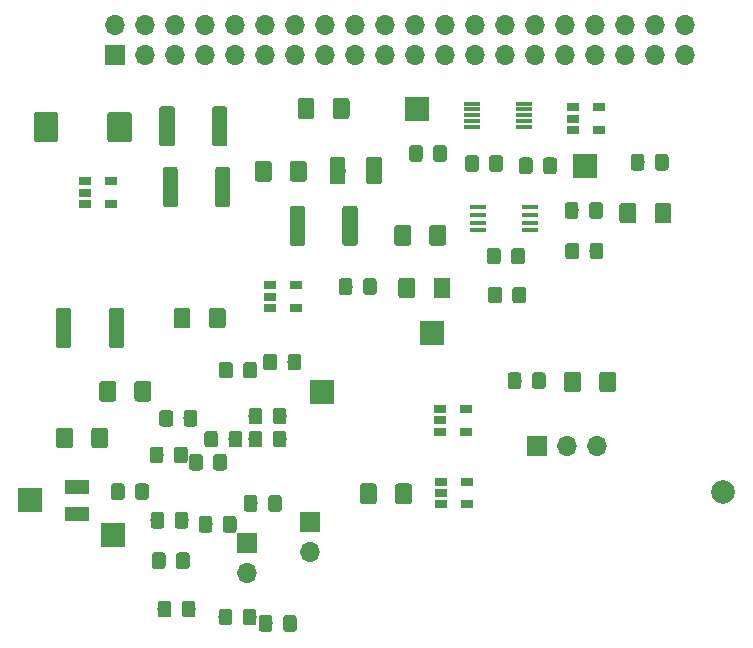
<source format=gtl>
G04 #@! TF.GenerationSoftware,KiCad,Pcbnew,5.0.2+dfsg1-1*
G04 #@! TF.CreationDate,2019-03-26T11:31:00+01:00*
G04 #@! TF.ProjectId,rpisdr,72706973-6472-42e6-9b69-6361645f7063,rev?*
G04 #@! TF.SameCoordinates,Original*
G04 #@! TF.FileFunction,Copper,L1,Top*
G04 #@! TF.FilePolarity,Positive*
%FSLAX46Y46*%
G04 Gerber Fmt 4.6, Leading zero omitted, Abs format (unit mm)*
G04 Created by KiCad (PCBNEW 5.0.2+dfsg1-1) date Tue 26 Mar 2019 11:31:00 AM CET*
%MOMM*%
%LPD*%
G01*
G04 APERTURE LIST*
G04 #@! TA.AperFunction,ComponentPad*
%ADD10R,1.700000X1.700000*%
G04 #@! TD*
G04 #@! TA.AperFunction,ComponentPad*
%ADD11O,1.700000X1.700000*%
G04 #@! TD*
G04 #@! TA.AperFunction,Conductor*
%ADD12C,0.150000*%
G04 #@! TD*
G04 #@! TA.AperFunction,SMDPad,CuDef*
%ADD13C,2.075000*%
G04 #@! TD*
G04 #@! TA.AperFunction,SMDPad,CuDef*
%ADD14C,1.325000*%
G04 #@! TD*
G04 #@! TA.AperFunction,SMDPad,CuDef*
%ADD15C,1.150000*%
G04 #@! TD*
G04 #@! TA.AperFunction,SMDPad,CuDef*
%ADD16C,1.425000*%
G04 #@! TD*
G04 #@! TA.AperFunction,SMDPad,CuDef*
%ADD17C,1.300000*%
G04 #@! TD*
G04 #@! TA.AperFunction,ComponentPad*
%ADD18C,2.000000*%
G04 #@! TD*
G04 #@! TA.AperFunction,SMDPad,CuDef*
%ADD19R,2.000000X2.000000*%
G04 #@! TD*
G04 #@! TA.AperFunction,SMDPad,CuDef*
%ADD20R,1.060000X0.650000*%
G04 #@! TD*
G04 #@! TA.AperFunction,SMDPad,CuDef*
%ADD21R,1.400000X0.300000*%
G04 #@! TD*
G04 #@! TA.AperFunction,SMDPad,CuDef*
%ADD22R,1.450000X0.450000*%
G04 #@! TD*
G04 #@! TA.AperFunction,SMDPad,CuDef*
%ADD23R,2.000000X1.300000*%
G04 #@! TD*
G04 APERTURE END LIST*
D10*
G04 #@! TO.P,J1,1*
G04 #@! TO.N,Net-(J1-Pad1)*
X208267700Y-98996800D03*
D11*
G04 #@! TO.P,J1,2*
G04 #@! TO.N,Net-(J1-Pad2)*
X208267700Y-96456800D03*
G04 #@! TO.P,J1,3*
G04 #@! TO.N,/GPIO2(SDA1)*
X210807700Y-98996800D03*
G04 #@! TO.P,J1,4*
G04 #@! TO.N,Net-(J1-Pad2)*
X210807700Y-96456800D03*
G04 #@! TO.P,J1,5*
G04 #@! TO.N,/GPIO3(SCL1)*
X213347700Y-98996800D03*
G04 #@! TO.P,J1,6*
G04 #@! TO.N,GND*
X213347700Y-96456800D03*
G04 #@! TO.P,J1,7*
G04 #@! TO.N,/GPIO4(GCLK)*
X215887700Y-98996800D03*
G04 #@! TO.P,J1,8*
G04 #@! TO.N,/GPIO14(TXD0)*
X215887700Y-96456800D03*
G04 #@! TO.P,J1,9*
G04 #@! TO.N,GND*
X218427700Y-98996800D03*
G04 #@! TO.P,J1,10*
G04 #@! TO.N,/GPIO15(RXD0)*
X218427700Y-96456800D03*
G04 #@! TO.P,J1,11*
G04 #@! TO.N,/GPIO17(GEN0)*
X220967700Y-98996800D03*
G04 #@! TO.P,J1,12*
G04 #@! TO.N,/GPIO18(GEN1)(PWM0)*
X220967700Y-96456800D03*
G04 #@! TO.P,J1,13*
G04 #@! TO.N,/GPIO27(GEN2)*
X223507700Y-98996800D03*
G04 #@! TO.P,J1,14*
G04 #@! TO.N,GND*
X223507700Y-96456800D03*
G04 #@! TO.P,J1,15*
G04 #@! TO.N,/GPIO22(GEN3)*
X226047700Y-98996800D03*
G04 #@! TO.P,J1,16*
G04 #@! TO.N,/GPIO23(GEN4)*
X226047700Y-96456800D03*
G04 #@! TO.P,J1,17*
G04 #@! TO.N,Net-(J1-Pad17)*
X228587700Y-98996800D03*
G04 #@! TO.P,J1,18*
G04 #@! TO.N,/GPIO24(GEN5)*
X228587700Y-96456800D03*
G04 #@! TO.P,J1,19*
G04 #@! TO.N,Net-(J1-Pad19)*
X231127700Y-98996800D03*
G04 #@! TO.P,J1,20*
G04 #@! TO.N,GND*
X231127700Y-96456800D03*
G04 #@! TO.P,J1,21*
G04 #@! TO.N,/GPIO9(SPI0_MISO)*
X233667700Y-98996800D03*
G04 #@! TO.P,J1,22*
G04 #@! TO.N,/GPIO25(GEN6)*
X233667700Y-96456800D03*
G04 #@! TO.P,J1,23*
G04 #@! TO.N,/GPIO11(SPI0_SCK)*
X236207700Y-98996800D03*
G04 #@! TO.P,J1,24*
G04 #@! TO.N,/GPIO8(SPI0_CE_N)*
X236207700Y-96456800D03*
G04 #@! TO.P,J1,25*
G04 #@! TO.N,GND*
X238747700Y-98996800D03*
G04 #@! TO.P,J1,26*
G04 #@! TO.N,/GPIO7(SPI1_CE_N)*
X238747700Y-96456800D03*
G04 #@! TO.P,J1,27*
G04 #@! TO.N,/ID_SD*
X241287700Y-98996800D03*
G04 #@! TO.P,J1,28*
G04 #@! TO.N,/ID_SC*
X241287700Y-96456800D03*
G04 #@! TO.P,J1,29*
G04 #@! TO.N,/GPIO5*
X243827700Y-98996800D03*
G04 #@! TO.P,J1,30*
G04 #@! TO.N,GND*
X243827700Y-96456800D03*
G04 #@! TO.P,J1,31*
G04 #@! TO.N,/GPIO6*
X246367700Y-98996800D03*
G04 #@! TO.P,J1,32*
G04 #@! TO.N,/GPIO12(PWM0)*
X246367700Y-96456800D03*
G04 #@! TO.P,J1,33*
G04 #@! TO.N,/GPIO13(PWM1)*
X248907700Y-98996800D03*
G04 #@! TO.P,J1,34*
G04 #@! TO.N,GND*
X248907700Y-96456800D03*
G04 #@! TO.P,J1,35*
G04 #@! TO.N,/GPIO19(SPI1_MISO)*
X251447700Y-98996800D03*
G04 #@! TO.P,J1,36*
G04 #@! TO.N,/GPIO16*
X251447700Y-96456800D03*
G04 #@! TO.P,J1,37*
G04 #@! TO.N,/GPIO26*
X253987700Y-98996800D03*
G04 #@! TO.P,J1,38*
G04 #@! TO.N,/GPIO20(SPI1_MOSI)*
X253987700Y-96456800D03*
G04 #@! TO.P,J1,39*
G04 #@! TO.N,GND*
X256527700Y-98996800D03*
G04 #@! TO.P,J1,40*
G04 #@! TO.N,/GPIO21(SPI1_SCK)*
X256527700Y-96456800D03*
G04 #@! TD*
D12*
G04 #@! TO.N,Net-(C1-Pad1)*
G04 #@! TO.C,C1*
G36*
X209474404Y-103819004D02*
X209498673Y-103822604D01*
X209522471Y-103828565D01*
X209545571Y-103836830D01*
X209567749Y-103847320D01*
X209588793Y-103859933D01*
X209608498Y-103874547D01*
X209626677Y-103891023D01*
X209643153Y-103909202D01*
X209657767Y-103928907D01*
X209670380Y-103949951D01*
X209680870Y-103972129D01*
X209689135Y-103995229D01*
X209695096Y-104019027D01*
X209698696Y-104043296D01*
X209699900Y-104067800D01*
X209699900Y-106117800D01*
X209698696Y-106142304D01*
X209695096Y-106166573D01*
X209689135Y-106190371D01*
X209680870Y-106213471D01*
X209670380Y-106235649D01*
X209657767Y-106256693D01*
X209643153Y-106276398D01*
X209626677Y-106294577D01*
X209608498Y-106311053D01*
X209588793Y-106325667D01*
X209567749Y-106338280D01*
X209545571Y-106348770D01*
X209522471Y-106357035D01*
X209498673Y-106362996D01*
X209474404Y-106366596D01*
X209449900Y-106367800D01*
X207874900Y-106367800D01*
X207850396Y-106366596D01*
X207826127Y-106362996D01*
X207802329Y-106357035D01*
X207779229Y-106348770D01*
X207757051Y-106338280D01*
X207736007Y-106325667D01*
X207716302Y-106311053D01*
X207698123Y-106294577D01*
X207681647Y-106276398D01*
X207667033Y-106256693D01*
X207654420Y-106235649D01*
X207643930Y-106213471D01*
X207635665Y-106190371D01*
X207629704Y-106166573D01*
X207626104Y-106142304D01*
X207624900Y-106117800D01*
X207624900Y-104067800D01*
X207626104Y-104043296D01*
X207629704Y-104019027D01*
X207635665Y-103995229D01*
X207643930Y-103972129D01*
X207654420Y-103949951D01*
X207667033Y-103928907D01*
X207681647Y-103909202D01*
X207698123Y-103891023D01*
X207716302Y-103874547D01*
X207736007Y-103859933D01*
X207757051Y-103847320D01*
X207779229Y-103836830D01*
X207802329Y-103828565D01*
X207826127Y-103822604D01*
X207850396Y-103819004D01*
X207874900Y-103817800D01*
X209449900Y-103817800D01*
X209474404Y-103819004D01*
X209474404Y-103819004D01*
G37*
D13*
G04 #@! TD*
G04 #@! TO.P,C1,1*
G04 #@! TO.N,Net-(C1-Pad1)*
X208662400Y-105092800D03*
D12*
G04 #@! TO.N,GND*
G04 #@! TO.C,C1*
G36*
X203249404Y-103819004D02*
X203273673Y-103822604D01*
X203297471Y-103828565D01*
X203320571Y-103836830D01*
X203342749Y-103847320D01*
X203363793Y-103859933D01*
X203383498Y-103874547D01*
X203401677Y-103891023D01*
X203418153Y-103909202D01*
X203432767Y-103928907D01*
X203445380Y-103949951D01*
X203455870Y-103972129D01*
X203464135Y-103995229D01*
X203470096Y-104019027D01*
X203473696Y-104043296D01*
X203474900Y-104067800D01*
X203474900Y-106117800D01*
X203473696Y-106142304D01*
X203470096Y-106166573D01*
X203464135Y-106190371D01*
X203455870Y-106213471D01*
X203445380Y-106235649D01*
X203432767Y-106256693D01*
X203418153Y-106276398D01*
X203401677Y-106294577D01*
X203383498Y-106311053D01*
X203363793Y-106325667D01*
X203342749Y-106338280D01*
X203320571Y-106348770D01*
X203297471Y-106357035D01*
X203273673Y-106362996D01*
X203249404Y-106366596D01*
X203224900Y-106367800D01*
X201649900Y-106367800D01*
X201625396Y-106366596D01*
X201601127Y-106362996D01*
X201577329Y-106357035D01*
X201554229Y-106348770D01*
X201532051Y-106338280D01*
X201511007Y-106325667D01*
X201491302Y-106311053D01*
X201473123Y-106294577D01*
X201456647Y-106276398D01*
X201442033Y-106256693D01*
X201429420Y-106235649D01*
X201418930Y-106213471D01*
X201410665Y-106190371D01*
X201404704Y-106166573D01*
X201401104Y-106142304D01*
X201399900Y-106117800D01*
X201399900Y-104067800D01*
X201401104Y-104043296D01*
X201404704Y-104019027D01*
X201410665Y-103995229D01*
X201418930Y-103972129D01*
X201429420Y-103949951D01*
X201442033Y-103928907D01*
X201456647Y-103909202D01*
X201473123Y-103891023D01*
X201491302Y-103874547D01*
X201511007Y-103859933D01*
X201532051Y-103847320D01*
X201554229Y-103836830D01*
X201577329Y-103828565D01*
X201601127Y-103822604D01*
X201625396Y-103819004D01*
X201649900Y-103817800D01*
X203224900Y-103817800D01*
X203249404Y-103819004D01*
X203249404Y-103819004D01*
G37*
D13*
G04 #@! TD*
G04 #@! TO.P,C1,2*
G04 #@! TO.N,GND*
X202437400Y-105092800D03*
D12*
G04 #@! TO.N,Net-(C2-Pad1)*
G04 #@! TO.C,C2*
G36*
X230638405Y-107589304D02*
X230662673Y-107592904D01*
X230686472Y-107598865D01*
X230709571Y-107607130D01*
X230731750Y-107617620D01*
X230752793Y-107630232D01*
X230772499Y-107644847D01*
X230790677Y-107661323D01*
X230807153Y-107679501D01*
X230821768Y-107699207D01*
X230834380Y-107720250D01*
X230844870Y-107742429D01*
X230853135Y-107765528D01*
X230859096Y-107789327D01*
X230862696Y-107813595D01*
X230863900Y-107838099D01*
X230863900Y-109688101D01*
X230862696Y-109712605D01*
X230859096Y-109736873D01*
X230853135Y-109760672D01*
X230844870Y-109783771D01*
X230834380Y-109805950D01*
X230821768Y-109826993D01*
X230807153Y-109846699D01*
X230790677Y-109864877D01*
X230772499Y-109881353D01*
X230752793Y-109895968D01*
X230731750Y-109908580D01*
X230709571Y-109919070D01*
X230686472Y-109927335D01*
X230662673Y-109933296D01*
X230638405Y-109936896D01*
X230613901Y-109938100D01*
X229788899Y-109938100D01*
X229764395Y-109936896D01*
X229740127Y-109933296D01*
X229716328Y-109927335D01*
X229693229Y-109919070D01*
X229671050Y-109908580D01*
X229650007Y-109895968D01*
X229630301Y-109881353D01*
X229612123Y-109864877D01*
X229595647Y-109846699D01*
X229581032Y-109826993D01*
X229568420Y-109805950D01*
X229557930Y-109783771D01*
X229549665Y-109760672D01*
X229543704Y-109736873D01*
X229540104Y-109712605D01*
X229538900Y-109688101D01*
X229538900Y-107838099D01*
X229540104Y-107813595D01*
X229543704Y-107789327D01*
X229549665Y-107765528D01*
X229557930Y-107742429D01*
X229568420Y-107720250D01*
X229581032Y-107699207D01*
X229595647Y-107679501D01*
X229612123Y-107661323D01*
X229630301Y-107644847D01*
X229650007Y-107630232D01*
X229671050Y-107617620D01*
X229693229Y-107607130D01*
X229716328Y-107598865D01*
X229740127Y-107592904D01*
X229764395Y-107589304D01*
X229788899Y-107588100D01*
X230613901Y-107588100D01*
X230638405Y-107589304D01*
X230638405Y-107589304D01*
G37*
D14*
G04 #@! TD*
G04 #@! TO.P,C2,1*
G04 #@! TO.N,Net-(C2-Pad1)*
X230201400Y-108763100D03*
D12*
G04 #@! TO.N,GND*
G04 #@! TO.C,C2*
G36*
X227563405Y-107589304D02*
X227587673Y-107592904D01*
X227611472Y-107598865D01*
X227634571Y-107607130D01*
X227656750Y-107617620D01*
X227677793Y-107630232D01*
X227697499Y-107644847D01*
X227715677Y-107661323D01*
X227732153Y-107679501D01*
X227746768Y-107699207D01*
X227759380Y-107720250D01*
X227769870Y-107742429D01*
X227778135Y-107765528D01*
X227784096Y-107789327D01*
X227787696Y-107813595D01*
X227788900Y-107838099D01*
X227788900Y-109688101D01*
X227787696Y-109712605D01*
X227784096Y-109736873D01*
X227778135Y-109760672D01*
X227769870Y-109783771D01*
X227759380Y-109805950D01*
X227746768Y-109826993D01*
X227732153Y-109846699D01*
X227715677Y-109864877D01*
X227697499Y-109881353D01*
X227677793Y-109895968D01*
X227656750Y-109908580D01*
X227634571Y-109919070D01*
X227611472Y-109927335D01*
X227587673Y-109933296D01*
X227563405Y-109936896D01*
X227538901Y-109938100D01*
X226713899Y-109938100D01*
X226689395Y-109936896D01*
X226665127Y-109933296D01*
X226641328Y-109927335D01*
X226618229Y-109919070D01*
X226596050Y-109908580D01*
X226575007Y-109895968D01*
X226555301Y-109881353D01*
X226537123Y-109864877D01*
X226520647Y-109846699D01*
X226506032Y-109826993D01*
X226493420Y-109805950D01*
X226482930Y-109783771D01*
X226474665Y-109760672D01*
X226468704Y-109736873D01*
X226465104Y-109712605D01*
X226463900Y-109688101D01*
X226463900Y-107838099D01*
X226465104Y-107813595D01*
X226468704Y-107789327D01*
X226474665Y-107765528D01*
X226482930Y-107742429D01*
X226493420Y-107720250D01*
X226506032Y-107699207D01*
X226520647Y-107679501D01*
X226537123Y-107661323D01*
X226555301Y-107644847D01*
X226575007Y-107630232D01*
X226596050Y-107617620D01*
X226618229Y-107607130D01*
X226641328Y-107598865D01*
X226665127Y-107592904D01*
X226689395Y-107589304D01*
X226713899Y-107588100D01*
X227538901Y-107588100D01*
X227563405Y-107589304D01*
X227563405Y-107589304D01*
G37*
D14*
G04 #@! TD*
G04 #@! TO.P,C2,2*
G04 #@! TO.N,GND*
X227126400Y-108763100D03*
D12*
G04 #@! TO.N,GND*
G04 #@! TO.C,C3*
G36*
X236147105Y-106603804D02*
X236171373Y-106607404D01*
X236195172Y-106613365D01*
X236218271Y-106621630D01*
X236240450Y-106632120D01*
X236261493Y-106644732D01*
X236281199Y-106659347D01*
X236299377Y-106675823D01*
X236315853Y-106694001D01*
X236330468Y-106713707D01*
X236343080Y-106734750D01*
X236353570Y-106756929D01*
X236361835Y-106780028D01*
X236367796Y-106803827D01*
X236371396Y-106828095D01*
X236372600Y-106852599D01*
X236372600Y-107752601D01*
X236371396Y-107777105D01*
X236367796Y-107801373D01*
X236361835Y-107825172D01*
X236353570Y-107848271D01*
X236343080Y-107870450D01*
X236330468Y-107891493D01*
X236315853Y-107911199D01*
X236299377Y-107929377D01*
X236281199Y-107945853D01*
X236261493Y-107960468D01*
X236240450Y-107973080D01*
X236218271Y-107983570D01*
X236195172Y-107991835D01*
X236171373Y-107997796D01*
X236147105Y-108001396D01*
X236122601Y-108002600D01*
X235472599Y-108002600D01*
X235448095Y-108001396D01*
X235423827Y-107997796D01*
X235400028Y-107991835D01*
X235376929Y-107983570D01*
X235354750Y-107973080D01*
X235333707Y-107960468D01*
X235314001Y-107945853D01*
X235295823Y-107929377D01*
X235279347Y-107911199D01*
X235264732Y-107891493D01*
X235252120Y-107870450D01*
X235241630Y-107848271D01*
X235233365Y-107825172D01*
X235227404Y-107801373D01*
X235223804Y-107777105D01*
X235222600Y-107752601D01*
X235222600Y-106852599D01*
X235223804Y-106828095D01*
X235227404Y-106803827D01*
X235233365Y-106780028D01*
X235241630Y-106756929D01*
X235252120Y-106734750D01*
X235264732Y-106713707D01*
X235279347Y-106694001D01*
X235295823Y-106675823D01*
X235314001Y-106659347D01*
X235333707Y-106644732D01*
X235354750Y-106632120D01*
X235376929Y-106621630D01*
X235400028Y-106613365D01*
X235423827Y-106607404D01*
X235448095Y-106603804D01*
X235472599Y-106602600D01*
X236122601Y-106602600D01*
X236147105Y-106603804D01*
X236147105Y-106603804D01*
G37*
D15*
G04 #@! TD*
G04 #@! TO.P,C3,2*
G04 #@! TO.N,GND*
X235797600Y-107302600D03*
D12*
G04 #@! TO.N,Net-(C3-Pad1)*
G04 #@! TO.C,C3*
G36*
X234097105Y-106603804D02*
X234121373Y-106607404D01*
X234145172Y-106613365D01*
X234168271Y-106621630D01*
X234190450Y-106632120D01*
X234211493Y-106644732D01*
X234231199Y-106659347D01*
X234249377Y-106675823D01*
X234265853Y-106694001D01*
X234280468Y-106713707D01*
X234293080Y-106734750D01*
X234303570Y-106756929D01*
X234311835Y-106780028D01*
X234317796Y-106803827D01*
X234321396Y-106828095D01*
X234322600Y-106852599D01*
X234322600Y-107752601D01*
X234321396Y-107777105D01*
X234317796Y-107801373D01*
X234311835Y-107825172D01*
X234303570Y-107848271D01*
X234293080Y-107870450D01*
X234280468Y-107891493D01*
X234265853Y-107911199D01*
X234249377Y-107929377D01*
X234231199Y-107945853D01*
X234211493Y-107960468D01*
X234190450Y-107973080D01*
X234168271Y-107983570D01*
X234145172Y-107991835D01*
X234121373Y-107997796D01*
X234097105Y-108001396D01*
X234072601Y-108002600D01*
X233422599Y-108002600D01*
X233398095Y-108001396D01*
X233373827Y-107997796D01*
X233350028Y-107991835D01*
X233326929Y-107983570D01*
X233304750Y-107973080D01*
X233283707Y-107960468D01*
X233264001Y-107945853D01*
X233245823Y-107929377D01*
X233229347Y-107911199D01*
X233214732Y-107891493D01*
X233202120Y-107870450D01*
X233191630Y-107848271D01*
X233183365Y-107825172D01*
X233177404Y-107801373D01*
X233173804Y-107777105D01*
X233172600Y-107752601D01*
X233172600Y-106852599D01*
X233173804Y-106828095D01*
X233177404Y-106803827D01*
X233183365Y-106780028D01*
X233191630Y-106756929D01*
X233202120Y-106734750D01*
X233214732Y-106713707D01*
X233229347Y-106694001D01*
X233245823Y-106675823D01*
X233264001Y-106659347D01*
X233283707Y-106644732D01*
X233304750Y-106632120D01*
X233326929Y-106621630D01*
X233350028Y-106613365D01*
X233373827Y-106607404D01*
X233398095Y-106603804D01*
X233422599Y-106602600D01*
X234072601Y-106602600D01*
X234097105Y-106603804D01*
X234097105Y-106603804D01*
G37*
D15*
G04 #@! TD*
G04 #@! TO.P,C3,1*
G04 #@! TO.N,Net-(C3-Pad1)*
X233747600Y-107302600D03*
D12*
G04 #@! TO.N,Net-(C5-Pad1)*
G04 #@! TO.C,C5*
G36*
X236453404Y-117820704D02*
X236477673Y-117824304D01*
X236501471Y-117830265D01*
X236524571Y-117838530D01*
X236546749Y-117849020D01*
X236567793Y-117861633D01*
X236587498Y-117876247D01*
X236605677Y-117892723D01*
X236622153Y-117910902D01*
X236636767Y-117930607D01*
X236649380Y-117951651D01*
X236659870Y-117973829D01*
X236668135Y-117996929D01*
X236674096Y-118020727D01*
X236677696Y-118044996D01*
X236678900Y-118069500D01*
X236678900Y-119319500D01*
X236677696Y-119344004D01*
X236674096Y-119368273D01*
X236668135Y-119392071D01*
X236659870Y-119415171D01*
X236649380Y-119437349D01*
X236636767Y-119458393D01*
X236622153Y-119478098D01*
X236605677Y-119496277D01*
X236587498Y-119512753D01*
X236567793Y-119527367D01*
X236546749Y-119539980D01*
X236524571Y-119550470D01*
X236501471Y-119558735D01*
X236477673Y-119564696D01*
X236453404Y-119568296D01*
X236428900Y-119569500D01*
X235503900Y-119569500D01*
X235479396Y-119568296D01*
X235455127Y-119564696D01*
X235431329Y-119558735D01*
X235408229Y-119550470D01*
X235386051Y-119539980D01*
X235365007Y-119527367D01*
X235345302Y-119512753D01*
X235327123Y-119496277D01*
X235310647Y-119478098D01*
X235296033Y-119458393D01*
X235283420Y-119437349D01*
X235272930Y-119415171D01*
X235264665Y-119392071D01*
X235258704Y-119368273D01*
X235255104Y-119344004D01*
X235253900Y-119319500D01*
X235253900Y-118069500D01*
X235255104Y-118044996D01*
X235258704Y-118020727D01*
X235264665Y-117996929D01*
X235272930Y-117973829D01*
X235283420Y-117951651D01*
X235296033Y-117930607D01*
X235310647Y-117910902D01*
X235327123Y-117892723D01*
X235345302Y-117876247D01*
X235365007Y-117861633D01*
X235386051Y-117849020D01*
X235408229Y-117838530D01*
X235431329Y-117830265D01*
X235455127Y-117824304D01*
X235479396Y-117820704D01*
X235503900Y-117819500D01*
X236428900Y-117819500D01*
X236453404Y-117820704D01*
X236453404Y-117820704D01*
G37*
D16*
G04 #@! TD*
G04 #@! TO.P,C5,1*
G04 #@! TO.N,Net-(C5-Pad1)*
X235966400Y-118694500D03*
D12*
G04 #@! TO.N,/ADC_SPI/Sin*
G04 #@! TO.C,C5*
G36*
X233478404Y-117820704D02*
X233502673Y-117824304D01*
X233526471Y-117830265D01*
X233549571Y-117838530D01*
X233571749Y-117849020D01*
X233592793Y-117861633D01*
X233612498Y-117876247D01*
X233630677Y-117892723D01*
X233647153Y-117910902D01*
X233661767Y-117930607D01*
X233674380Y-117951651D01*
X233684870Y-117973829D01*
X233693135Y-117996929D01*
X233699096Y-118020727D01*
X233702696Y-118044996D01*
X233703900Y-118069500D01*
X233703900Y-119319500D01*
X233702696Y-119344004D01*
X233699096Y-119368273D01*
X233693135Y-119392071D01*
X233684870Y-119415171D01*
X233674380Y-119437349D01*
X233661767Y-119458393D01*
X233647153Y-119478098D01*
X233630677Y-119496277D01*
X233612498Y-119512753D01*
X233592793Y-119527367D01*
X233571749Y-119539980D01*
X233549571Y-119550470D01*
X233526471Y-119558735D01*
X233502673Y-119564696D01*
X233478404Y-119568296D01*
X233453900Y-119569500D01*
X232528900Y-119569500D01*
X232504396Y-119568296D01*
X232480127Y-119564696D01*
X232456329Y-119558735D01*
X232433229Y-119550470D01*
X232411051Y-119539980D01*
X232390007Y-119527367D01*
X232370302Y-119512753D01*
X232352123Y-119496277D01*
X232335647Y-119478098D01*
X232321033Y-119458393D01*
X232308420Y-119437349D01*
X232297930Y-119415171D01*
X232289665Y-119392071D01*
X232283704Y-119368273D01*
X232280104Y-119344004D01*
X232278900Y-119319500D01*
X232278900Y-118069500D01*
X232280104Y-118044996D01*
X232283704Y-118020727D01*
X232289665Y-117996929D01*
X232297930Y-117973829D01*
X232308420Y-117951651D01*
X232321033Y-117930607D01*
X232335647Y-117910902D01*
X232352123Y-117892723D01*
X232370302Y-117876247D01*
X232390007Y-117861633D01*
X232411051Y-117849020D01*
X232433229Y-117838530D01*
X232456329Y-117830265D01*
X232480127Y-117824304D01*
X232504396Y-117820704D01*
X232528900Y-117819500D01*
X233453900Y-117819500D01*
X233478404Y-117820704D01*
X233478404Y-117820704D01*
G37*
D16*
G04 #@! TD*
G04 #@! TO.P,C5,2*
G04 #@! TO.N,/ADC_SPI/Sin*
X232991400Y-118694500D03*
D12*
G04 #@! TO.N,GND*
G04 #@! TO.C,C6*
G36*
X252187104Y-111496104D02*
X252211373Y-111499704D01*
X252235171Y-111505665D01*
X252258271Y-111513930D01*
X252280449Y-111524420D01*
X252301493Y-111537033D01*
X252321198Y-111551647D01*
X252339377Y-111568123D01*
X252355853Y-111586302D01*
X252370467Y-111606007D01*
X252383080Y-111627051D01*
X252393570Y-111649229D01*
X252401835Y-111672329D01*
X252407796Y-111696127D01*
X252411396Y-111720396D01*
X252412600Y-111744900D01*
X252412600Y-112994900D01*
X252411396Y-113019404D01*
X252407796Y-113043673D01*
X252401835Y-113067471D01*
X252393570Y-113090571D01*
X252383080Y-113112749D01*
X252370467Y-113133793D01*
X252355853Y-113153498D01*
X252339377Y-113171677D01*
X252321198Y-113188153D01*
X252301493Y-113202767D01*
X252280449Y-113215380D01*
X252258271Y-113225870D01*
X252235171Y-113234135D01*
X252211373Y-113240096D01*
X252187104Y-113243696D01*
X252162600Y-113244900D01*
X251237600Y-113244900D01*
X251213096Y-113243696D01*
X251188827Y-113240096D01*
X251165029Y-113234135D01*
X251141929Y-113225870D01*
X251119751Y-113215380D01*
X251098707Y-113202767D01*
X251079002Y-113188153D01*
X251060823Y-113171677D01*
X251044347Y-113153498D01*
X251029733Y-113133793D01*
X251017120Y-113112749D01*
X251006630Y-113090571D01*
X250998365Y-113067471D01*
X250992404Y-113043673D01*
X250988804Y-113019404D01*
X250987600Y-112994900D01*
X250987600Y-111744900D01*
X250988804Y-111720396D01*
X250992404Y-111696127D01*
X250998365Y-111672329D01*
X251006630Y-111649229D01*
X251017120Y-111627051D01*
X251029733Y-111606007D01*
X251044347Y-111586302D01*
X251060823Y-111568123D01*
X251079002Y-111551647D01*
X251098707Y-111537033D01*
X251119751Y-111524420D01*
X251141929Y-111513930D01*
X251165029Y-111505665D01*
X251188827Y-111499704D01*
X251213096Y-111496104D01*
X251237600Y-111494900D01*
X252162600Y-111494900D01*
X252187104Y-111496104D01*
X252187104Y-111496104D01*
G37*
D16*
G04 #@! TD*
G04 #@! TO.P,C6,2*
G04 #@! TO.N,GND*
X251700100Y-112369900D03*
D12*
G04 #@! TO.N,Net-(C6-Pad1)*
G04 #@! TO.C,C6*
G36*
X255162104Y-111496104D02*
X255186373Y-111499704D01*
X255210171Y-111505665D01*
X255233271Y-111513930D01*
X255255449Y-111524420D01*
X255276493Y-111537033D01*
X255296198Y-111551647D01*
X255314377Y-111568123D01*
X255330853Y-111586302D01*
X255345467Y-111606007D01*
X255358080Y-111627051D01*
X255368570Y-111649229D01*
X255376835Y-111672329D01*
X255382796Y-111696127D01*
X255386396Y-111720396D01*
X255387600Y-111744900D01*
X255387600Y-112994900D01*
X255386396Y-113019404D01*
X255382796Y-113043673D01*
X255376835Y-113067471D01*
X255368570Y-113090571D01*
X255358080Y-113112749D01*
X255345467Y-113133793D01*
X255330853Y-113153498D01*
X255314377Y-113171677D01*
X255296198Y-113188153D01*
X255276493Y-113202767D01*
X255255449Y-113215380D01*
X255233271Y-113225870D01*
X255210171Y-113234135D01*
X255186373Y-113240096D01*
X255162104Y-113243696D01*
X255137600Y-113244900D01*
X254212600Y-113244900D01*
X254188096Y-113243696D01*
X254163827Y-113240096D01*
X254140029Y-113234135D01*
X254116929Y-113225870D01*
X254094751Y-113215380D01*
X254073707Y-113202767D01*
X254054002Y-113188153D01*
X254035823Y-113171677D01*
X254019347Y-113153498D01*
X254004733Y-113133793D01*
X253992120Y-113112749D01*
X253981630Y-113090571D01*
X253973365Y-113067471D01*
X253967404Y-113043673D01*
X253963804Y-113019404D01*
X253962600Y-112994900D01*
X253962600Y-111744900D01*
X253963804Y-111720396D01*
X253967404Y-111696127D01*
X253973365Y-111672329D01*
X253981630Y-111649229D01*
X253992120Y-111627051D01*
X254004733Y-111606007D01*
X254019347Y-111586302D01*
X254035823Y-111568123D01*
X254054002Y-111551647D01*
X254073707Y-111537033D01*
X254094751Y-111524420D01*
X254116929Y-111513930D01*
X254140029Y-111505665D01*
X254163827Y-111499704D01*
X254188096Y-111496104D01*
X254212600Y-111494900D01*
X255137600Y-111494900D01*
X255162104Y-111496104D01*
X255162104Y-111496104D01*
G37*
D16*
G04 #@! TD*
G04 #@! TO.P,C6,1*
G04 #@! TO.N,Net-(C6-Pad1)*
X254675100Y-112369900D03*
D12*
G04 #@! TO.N,/ADC_SPI/V4.5A*
G04 #@! TO.C,C7*
G36*
X236099404Y-113375704D02*
X236123673Y-113379304D01*
X236147471Y-113385265D01*
X236170571Y-113393530D01*
X236192749Y-113404020D01*
X236213793Y-113416633D01*
X236233498Y-113431247D01*
X236251677Y-113447723D01*
X236268153Y-113465902D01*
X236282767Y-113485607D01*
X236295380Y-113506651D01*
X236305870Y-113528829D01*
X236314135Y-113551929D01*
X236320096Y-113575727D01*
X236323696Y-113599996D01*
X236324900Y-113624500D01*
X236324900Y-114874500D01*
X236323696Y-114899004D01*
X236320096Y-114923273D01*
X236314135Y-114947071D01*
X236305870Y-114970171D01*
X236295380Y-114992349D01*
X236282767Y-115013393D01*
X236268153Y-115033098D01*
X236251677Y-115051277D01*
X236233498Y-115067753D01*
X236213793Y-115082367D01*
X236192749Y-115094980D01*
X236170571Y-115105470D01*
X236147471Y-115113735D01*
X236123673Y-115119696D01*
X236099404Y-115123296D01*
X236074900Y-115124500D01*
X235149900Y-115124500D01*
X235125396Y-115123296D01*
X235101127Y-115119696D01*
X235077329Y-115113735D01*
X235054229Y-115105470D01*
X235032051Y-115094980D01*
X235011007Y-115082367D01*
X234991302Y-115067753D01*
X234973123Y-115051277D01*
X234956647Y-115033098D01*
X234942033Y-115013393D01*
X234929420Y-114992349D01*
X234918930Y-114970171D01*
X234910665Y-114947071D01*
X234904704Y-114923273D01*
X234901104Y-114899004D01*
X234899900Y-114874500D01*
X234899900Y-113624500D01*
X234901104Y-113599996D01*
X234904704Y-113575727D01*
X234910665Y-113551929D01*
X234918930Y-113528829D01*
X234929420Y-113506651D01*
X234942033Y-113485607D01*
X234956647Y-113465902D01*
X234973123Y-113447723D01*
X234991302Y-113431247D01*
X235011007Y-113416633D01*
X235032051Y-113404020D01*
X235054229Y-113393530D01*
X235077329Y-113385265D01*
X235101127Y-113379304D01*
X235125396Y-113375704D01*
X235149900Y-113374500D01*
X236074900Y-113374500D01*
X236099404Y-113375704D01*
X236099404Y-113375704D01*
G37*
D16*
G04 #@! TD*
G04 #@! TO.P,C7,1*
G04 #@! TO.N,/ADC_SPI/V4.5A*
X235612400Y-114249500D03*
D12*
G04 #@! TO.N,GND*
G04 #@! TO.C,C7*
G36*
X233124404Y-113375704D02*
X233148673Y-113379304D01*
X233172471Y-113385265D01*
X233195571Y-113393530D01*
X233217749Y-113404020D01*
X233238793Y-113416633D01*
X233258498Y-113431247D01*
X233276677Y-113447723D01*
X233293153Y-113465902D01*
X233307767Y-113485607D01*
X233320380Y-113506651D01*
X233330870Y-113528829D01*
X233339135Y-113551929D01*
X233345096Y-113575727D01*
X233348696Y-113599996D01*
X233349900Y-113624500D01*
X233349900Y-114874500D01*
X233348696Y-114899004D01*
X233345096Y-114923273D01*
X233339135Y-114947071D01*
X233330870Y-114970171D01*
X233320380Y-114992349D01*
X233307767Y-115013393D01*
X233293153Y-115033098D01*
X233276677Y-115051277D01*
X233258498Y-115067753D01*
X233238793Y-115082367D01*
X233217749Y-115094980D01*
X233195571Y-115105470D01*
X233172471Y-115113735D01*
X233148673Y-115119696D01*
X233124404Y-115123296D01*
X233099900Y-115124500D01*
X232174900Y-115124500D01*
X232150396Y-115123296D01*
X232126127Y-115119696D01*
X232102329Y-115113735D01*
X232079229Y-115105470D01*
X232057051Y-115094980D01*
X232036007Y-115082367D01*
X232016302Y-115067753D01*
X231998123Y-115051277D01*
X231981647Y-115033098D01*
X231967033Y-115013393D01*
X231954420Y-114992349D01*
X231943930Y-114970171D01*
X231935665Y-114947071D01*
X231929704Y-114923273D01*
X231926104Y-114899004D01*
X231924900Y-114874500D01*
X231924900Y-113624500D01*
X231926104Y-113599996D01*
X231929704Y-113575727D01*
X231935665Y-113551929D01*
X231943930Y-113528829D01*
X231954420Y-113506651D01*
X231967033Y-113485607D01*
X231981647Y-113465902D01*
X231998123Y-113447723D01*
X232016302Y-113431247D01*
X232036007Y-113416633D01*
X232057051Y-113404020D01*
X232079229Y-113393530D01*
X232102329Y-113385265D01*
X232126127Y-113379304D01*
X232150396Y-113375704D01*
X232174900Y-113374500D01*
X233099900Y-113374500D01*
X233124404Y-113375704D01*
X233124404Y-113375704D01*
G37*
D16*
G04 #@! TD*
G04 #@! TO.P,C7,2*
G04 #@! TO.N,GND*
X232637400Y-114249500D03*
D12*
G04 #@! TO.N,GND*
G04 #@! TO.C,C8*
G36*
X224932904Y-102631504D02*
X224957173Y-102635104D01*
X224980971Y-102641065D01*
X225004071Y-102649330D01*
X225026249Y-102659820D01*
X225047293Y-102672433D01*
X225066998Y-102687047D01*
X225085177Y-102703523D01*
X225101653Y-102721702D01*
X225116267Y-102741407D01*
X225128880Y-102762451D01*
X225139370Y-102784629D01*
X225147635Y-102807729D01*
X225153596Y-102831527D01*
X225157196Y-102855796D01*
X225158400Y-102880300D01*
X225158400Y-104130300D01*
X225157196Y-104154804D01*
X225153596Y-104179073D01*
X225147635Y-104202871D01*
X225139370Y-104225971D01*
X225128880Y-104248149D01*
X225116267Y-104269193D01*
X225101653Y-104288898D01*
X225085177Y-104307077D01*
X225066998Y-104323553D01*
X225047293Y-104338167D01*
X225026249Y-104350780D01*
X225004071Y-104361270D01*
X224980971Y-104369535D01*
X224957173Y-104375496D01*
X224932904Y-104379096D01*
X224908400Y-104380300D01*
X223983400Y-104380300D01*
X223958896Y-104379096D01*
X223934627Y-104375496D01*
X223910829Y-104369535D01*
X223887729Y-104361270D01*
X223865551Y-104350780D01*
X223844507Y-104338167D01*
X223824802Y-104323553D01*
X223806623Y-104307077D01*
X223790147Y-104288898D01*
X223775533Y-104269193D01*
X223762920Y-104248149D01*
X223752430Y-104225971D01*
X223744165Y-104202871D01*
X223738204Y-104179073D01*
X223734604Y-104154804D01*
X223733400Y-104130300D01*
X223733400Y-102880300D01*
X223734604Y-102855796D01*
X223738204Y-102831527D01*
X223744165Y-102807729D01*
X223752430Y-102784629D01*
X223762920Y-102762451D01*
X223775533Y-102741407D01*
X223790147Y-102721702D01*
X223806623Y-102703523D01*
X223824802Y-102687047D01*
X223844507Y-102672433D01*
X223865551Y-102659820D01*
X223887729Y-102649330D01*
X223910829Y-102641065D01*
X223934627Y-102635104D01*
X223958896Y-102631504D01*
X223983400Y-102630300D01*
X224908400Y-102630300D01*
X224932904Y-102631504D01*
X224932904Y-102631504D01*
G37*
D16*
G04 #@! TD*
G04 #@! TO.P,C8,2*
G04 #@! TO.N,GND*
X224445900Y-103505300D03*
D12*
G04 #@! TO.N,Net-(C8-Pad1)*
G04 #@! TO.C,C8*
G36*
X227907904Y-102631504D02*
X227932173Y-102635104D01*
X227955971Y-102641065D01*
X227979071Y-102649330D01*
X228001249Y-102659820D01*
X228022293Y-102672433D01*
X228041998Y-102687047D01*
X228060177Y-102703523D01*
X228076653Y-102721702D01*
X228091267Y-102741407D01*
X228103880Y-102762451D01*
X228114370Y-102784629D01*
X228122635Y-102807729D01*
X228128596Y-102831527D01*
X228132196Y-102855796D01*
X228133400Y-102880300D01*
X228133400Y-104130300D01*
X228132196Y-104154804D01*
X228128596Y-104179073D01*
X228122635Y-104202871D01*
X228114370Y-104225971D01*
X228103880Y-104248149D01*
X228091267Y-104269193D01*
X228076653Y-104288898D01*
X228060177Y-104307077D01*
X228041998Y-104323553D01*
X228022293Y-104338167D01*
X228001249Y-104350780D01*
X227979071Y-104361270D01*
X227955971Y-104369535D01*
X227932173Y-104375496D01*
X227907904Y-104379096D01*
X227883400Y-104380300D01*
X226958400Y-104380300D01*
X226933896Y-104379096D01*
X226909627Y-104375496D01*
X226885829Y-104369535D01*
X226862729Y-104361270D01*
X226840551Y-104350780D01*
X226819507Y-104338167D01*
X226799802Y-104323553D01*
X226781623Y-104307077D01*
X226765147Y-104288898D01*
X226750533Y-104269193D01*
X226737920Y-104248149D01*
X226727430Y-104225971D01*
X226719165Y-104202871D01*
X226713204Y-104179073D01*
X226709604Y-104154804D01*
X226708400Y-104130300D01*
X226708400Y-102880300D01*
X226709604Y-102855796D01*
X226713204Y-102831527D01*
X226719165Y-102807729D01*
X226727430Y-102784629D01*
X226737920Y-102762451D01*
X226750533Y-102741407D01*
X226765147Y-102721702D01*
X226781623Y-102703523D01*
X226799802Y-102687047D01*
X226819507Y-102672433D01*
X226840551Y-102659820D01*
X226862729Y-102649330D01*
X226885829Y-102641065D01*
X226909627Y-102635104D01*
X226933896Y-102631504D01*
X226958400Y-102630300D01*
X227883400Y-102630300D01*
X227907904Y-102631504D01*
X227907904Y-102631504D01*
G37*
D16*
G04 #@! TD*
G04 #@! TO.P,C8,1*
G04 #@! TO.N,Net-(C8-Pad1)*
X227420900Y-103505300D03*
D12*
G04 #@! TO.N,/PREAMP/Ain*
G04 #@! TO.C,C9*
G36*
X250486904Y-125783604D02*
X250511173Y-125787204D01*
X250534971Y-125793165D01*
X250558071Y-125801430D01*
X250580249Y-125811920D01*
X250601293Y-125824533D01*
X250620998Y-125839147D01*
X250639177Y-125855623D01*
X250655653Y-125873802D01*
X250670267Y-125893507D01*
X250682880Y-125914551D01*
X250693370Y-125936729D01*
X250701635Y-125959829D01*
X250707596Y-125983627D01*
X250711196Y-126007896D01*
X250712400Y-126032400D01*
X250712400Y-127282400D01*
X250711196Y-127306904D01*
X250707596Y-127331173D01*
X250701635Y-127354971D01*
X250693370Y-127378071D01*
X250682880Y-127400249D01*
X250670267Y-127421293D01*
X250655653Y-127440998D01*
X250639177Y-127459177D01*
X250620998Y-127475653D01*
X250601293Y-127490267D01*
X250580249Y-127502880D01*
X250558071Y-127513370D01*
X250534971Y-127521635D01*
X250511173Y-127527596D01*
X250486904Y-127531196D01*
X250462400Y-127532400D01*
X249537400Y-127532400D01*
X249512896Y-127531196D01*
X249488627Y-127527596D01*
X249464829Y-127521635D01*
X249441729Y-127513370D01*
X249419551Y-127502880D01*
X249398507Y-127490267D01*
X249378802Y-127475653D01*
X249360623Y-127459177D01*
X249344147Y-127440998D01*
X249329533Y-127421293D01*
X249316920Y-127400249D01*
X249306430Y-127378071D01*
X249298165Y-127354971D01*
X249292204Y-127331173D01*
X249288604Y-127306904D01*
X249287400Y-127282400D01*
X249287400Y-126032400D01*
X249288604Y-126007896D01*
X249292204Y-125983627D01*
X249298165Y-125959829D01*
X249306430Y-125936729D01*
X249316920Y-125914551D01*
X249329533Y-125893507D01*
X249344147Y-125873802D01*
X249360623Y-125855623D01*
X249378802Y-125839147D01*
X249398507Y-125824533D01*
X249419551Y-125811920D01*
X249441729Y-125801430D01*
X249464829Y-125793165D01*
X249488627Y-125787204D01*
X249512896Y-125783604D01*
X249537400Y-125782400D01*
X250462400Y-125782400D01*
X250486904Y-125783604D01*
X250486904Y-125783604D01*
G37*
D16*
G04 #@! TD*
G04 #@! TO.P,C9,2*
G04 #@! TO.N,/PREAMP/Ain*
X249999900Y-126657400D03*
D12*
G04 #@! TO.N,Net-(C9-Pad1)*
G04 #@! TO.C,C9*
G36*
X247511904Y-125783604D02*
X247536173Y-125787204D01*
X247559971Y-125793165D01*
X247583071Y-125801430D01*
X247605249Y-125811920D01*
X247626293Y-125824533D01*
X247645998Y-125839147D01*
X247664177Y-125855623D01*
X247680653Y-125873802D01*
X247695267Y-125893507D01*
X247707880Y-125914551D01*
X247718370Y-125936729D01*
X247726635Y-125959829D01*
X247732596Y-125983627D01*
X247736196Y-126007896D01*
X247737400Y-126032400D01*
X247737400Y-127282400D01*
X247736196Y-127306904D01*
X247732596Y-127331173D01*
X247726635Y-127354971D01*
X247718370Y-127378071D01*
X247707880Y-127400249D01*
X247695267Y-127421293D01*
X247680653Y-127440998D01*
X247664177Y-127459177D01*
X247645998Y-127475653D01*
X247626293Y-127490267D01*
X247605249Y-127502880D01*
X247583071Y-127513370D01*
X247559971Y-127521635D01*
X247536173Y-127527596D01*
X247511904Y-127531196D01*
X247487400Y-127532400D01*
X246562400Y-127532400D01*
X246537896Y-127531196D01*
X246513627Y-127527596D01*
X246489829Y-127521635D01*
X246466729Y-127513370D01*
X246444551Y-127502880D01*
X246423507Y-127490267D01*
X246403802Y-127475653D01*
X246385623Y-127459177D01*
X246369147Y-127440998D01*
X246354533Y-127421293D01*
X246341920Y-127400249D01*
X246331430Y-127378071D01*
X246323165Y-127354971D01*
X246317204Y-127331173D01*
X246313604Y-127306904D01*
X246312400Y-127282400D01*
X246312400Y-126032400D01*
X246313604Y-126007896D01*
X246317204Y-125983627D01*
X246323165Y-125959829D01*
X246331430Y-125936729D01*
X246341920Y-125914551D01*
X246354533Y-125893507D01*
X246369147Y-125873802D01*
X246385623Y-125855623D01*
X246403802Y-125839147D01*
X246423507Y-125824533D01*
X246444551Y-125811920D01*
X246466729Y-125801430D01*
X246489829Y-125793165D01*
X246513627Y-125787204D01*
X246537896Y-125783604D01*
X246562400Y-125782400D01*
X247487400Y-125782400D01*
X247511904Y-125783604D01*
X247511904Y-125783604D01*
G37*
D16*
G04 #@! TD*
G04 #@! TO.P,C9,1*
G04 #@! TO.N,Net-(C9-Pad1)*
X247024900Y-126657400D03*
D12*
G04 #@! TO.N,Net-(C10-Pad1)*
G04 #@! TO.C,C10*
G36*
X216772106Y-130810405D02*
X216796374Y-130814005D01*
X216820173Y-130819966D01*
X216843272Y-130828231D01*
X216865451Y-130838721D01*
X216886494Y-130851333D01*
X216906200Y-130865948D01*
X216924378Y-130882424D01*
X216940854Y-130900602D01*
X216955469Y-130920308D01*
X216968081Y-130941351D01*
X216978571Y-130963530D01*
X216986836Y-130986629D01*
X216992797Y-131010428D01*
X216996397Y-131034696D01*
X216997601Y-131059200D01*
X216997601Y-131959202D01*
X216996397Y-131983706D01*
X216992797Y-132007974D01*
X216986836Y-132031773D01*
X216978571Y-132054872D01*
X216968081Y-132077051D01*
X216955469Y-132098094D01*
X216940854Y-132117800D01*
X216924378Y-132135978D01*
X216906200Y-132152454D01*
X216886494Y-132167069D01*
X216865451Y-132179681D01*
X216843272Y-132190171D01*
X216820173Y-132198436D01*
X216796374Y-132204397D01*
X216772106Y-132207997D01*
X216747602Y-132209201D01*
X216097600Y-132209201D01*
X216073096Y-132207997D01*
X216048828Y-132204397D01*
X216025029Y-132198436D01*
X216001930Y-132190171D01*
X215979751Y-132179681D01*
X215958708Y-132167069D01*
X215939002Y-132152454D01*
X215920824Y-132135978D01*
X215904348Y-132117800D01*
X215889733Y-132098094D01*
X215877121Y-132077051D01*
X215866631Y-132054872D01*
X215858366Y-132031773D01*
X215852405Y-132007974D01*
X215848805Y-131983706D01*
X215847601Y-131959202D01*
X215847601Y-131059200D01*
X215848805Y-131034696D01*
X215852405Y-131010428D01*
X215858366Y-130986629D01*
X215866631Y-130963530D01*
X215877121Y-130941351D01*
X215889733Y-130920308D01*
X215904348Y-130900602D01*
X215920824Y-130882424D01*
X215939002Y-130865948D01*
X215958708Y-130851333D01*
X215979751Y-130838721D01*
X216001930Y-130828231D01*
X216025029Y-130819966D01*
X216048828Y-130814005D01*
X216073096Y-130810405D01*
X216097600Y-130809201D01*
X216747602Y-130809201D01*
X216772106Y-130810405D01*
X216772106Y-130810405D01*
G37*
D15*
G04 #@! TD*
G04 #@! TO.P,C10,1*
G04 #@! TO.N,Net-(C10-Pad1)*
X216422601Y-131509201D03*
D12*
G04 #@! TO.N,GND*
G04 #@! TO.C,C10*
G36*
X218822106Y-130810405D02*
X218846374Y-130814005D01*
X218870173Y-130819966D01*
X218893272Y-130828231D01*
X218915451Y-130838721D01*
X218936494Y-130851333D01*
X218956200Y-130865948D01*
X218974378Y-130882424D01*
X218990854Y-130900602D01*
X219005469Y-130920308D01*
X219018081Y-130941351D01*
X219028571Y-130963530D01*
X219036836Y-130986629D01*
X219042797Y-131010428D01*
X219046397Y-131034696D01*
X219047601Y-131059200D01*
X219047601Y-131959202D01*
X219046397Y-131983706D01*
X219042797Y-132007974D01*
X219036836Y-132031773D01*
X219028571Y-132054872D01*
X219018081Y-132077051D01*
X219005469Y-132098094D01*
X218990854Y-132117800D01*
X218974378Y-132135978D01*
X218956200Y-132152454D01*
X218936494Y-132167069D01*
X218915451Y-132179681D01*
X218893272Y-132190171D01*
X218870173Y-132198436D01*
X218846374Y-132204397D01*
X218822106Y-132207997D01*
X218797602Y-132209201D01*
X218147600Y-132209201D01*
X218123096Y-132207997D01*
X218098828Y-132204397D01*
X218075029Y-132198436D01*
X218051930Y-132190171D01*
X218029751Y-132179681D01*
X218008708Y-132167069D01*
X217989002Y-132152454D01*
X217970824Y-132135978D01*
X217954348Y-132117800D01*
X217939733Y-132098094D01*
X217927121Y-132077051D01*
X217916631Y-132054872D01*
X217908366Y-132031773D01*
X217902405Y-132007974D01*
X217898805Y-131983706D01*
X217897601Y-131959202D01*
X217897601Y-131059200D01*
X217898805Y-131034696D01*
X217902405Y-131010428D01*
X217908366Y-130986629D01*
X217916631Y-130963530D01*
X217927121Y-130941351D01*
X217939733Y-130920308D01*
X217954348Y-130900602D01*
X217970824Y-130882424D01*
X217989002Y-130865948D01*
X218008708Y-130851333D01*
X218029751Y-130838721D01*
X218051930Y-130828231D01*
X218075029Y-130819966D01*
X218098828Y-130814005D01*
X218123096Y-130810405D01*
X218147600Y-130809201D01*
X218797602Y-130809201D01*
X218822106Y-130810405D01*
X218822106Y-130810405D01*
G37*
D15*
G04 #@! TD*
G04 #@! TO.P,C10,2*
G04 #@! TO.N,GND*
X218472601Y-131509201D03*
D12*
G04 #@! TO.N,Net-(C11-Pad1)*
G04 #@! TO.C,C11*
G36*
X204497105Y-130525405D02*
X204521374Y-130529005D01*
X204545172Y-130534966D01*
X204568272Y-130543231D01*
X204590450Y-130553721D01*
X204611494Y-130566334D01*
X204631199Y-130580948D01*
X204649378Y-130597424D01*
X204665854Y-130615603D01*
X204680468Y-130635308D01*
X204693081Y-130656352D01*
X204703571Y-130678530D01*
X204711836Y-130701630D01*
X204717797Y-130725428D01*
X204721397Y-130749697D01*
X204722601Y-130774201D01*
X204722601Y-132024201D01*
X204721397Y-132048705D01*
X204717797Y-132072974D01*
X204711836Y-132096772D01*
X204703571Y-132119872D01*
X204693081Y-132142050D01*
X204680468Y-132163094D01*
X204665854Y-132182799D01*
X204649378Y-132200978D01*
X204631199Y-132217454D01*
X204611494Y-132232068D01*
X204590450Y-132244681D01*
X204568272Y-132255171D01*
X204545172Y-132263436D01*
X204521374Y-132269397D01*
X204497105Y-132272997D01*
X204472601Y-132274201D01*
X203547601Y-132274201D01*
X203523097Y-132272997D01*
X203498828Y-132269397D01*
X203475030Y-132263436D01*
X203451930Y-132255171D01*
X203429752Y-132244681D01*
X203408708Y-132232068D01*
X203389003Y-132217454D01*
X203370824Y-132200978D01*
X203354348Y-132182799D01*
X203339734Y-132163094D01*
X203327121Y-132142050D01*
X203316631Y-132119872D01*
X203308366Y-132096772D01*
X203302405Y-132072974D01*
X203298805Y-132048705D01*
X203297601Y-132024201D01*
X203297601Y-130774201D01*
X203298805Y-130749697D01*
X203302405Y-130725428D01*
X203308366Y-130701630D01*
X203316631Y-130678530D01*
X203327121Y-130656352D01*
X203339734Y-130635308D01*
X203354348Y-130615603D01*
X203370824Y-130597424D01*
X203389003Y-130580948D01*
X203408708Y-130566334D01*
X203429752Y-130553721D01*
X203451930Y-130543231D01*
X203475030Y-130534966D01*
X203498828Y-130529005D01*
X203523097Y-130525405D01*
X203547601Y-130524201D01*
X204472601Y-130524201D01*
X204497105Y-130525405D01*
X204497105Y-130525405D01*
G37*
D16*
G04 #@! TD*
G04 #@! TO.P,C11,1*
G04 #@! TO.N,Net-(C11-Pad1)*
X204010101Y-131399201D03*
D12*
G04 #@! TO.N,Net-(C11-Pad2)*
G04 #@! TO.C,C11*
G36*
X207472105Y-130525405D02*
X207496374Y-130529005D01*
X207520172Y-130534966D01*
X207543272Y-130543231D01*
X207565450Y-130553721D01*
X207586494Y-130566334D01*
X207606199Y-130580948D01*
X207624378Y-130597424D01*
X207640854Y-130615603D01*
X207655468Y-130635308D01*
X207668081Y-130656352D01*
X207678571Y-130678530D01*
X207686836Y-130701630D01*
X207692797Y-130725428D01*
X207696397Y-130749697D01*
X207697601Y-130774201D01*
X207697601Y-132024201D01*
X207696397Y-132048705D01*
X207692797Y-132072974D01*
X207686836Y-132096772D01*
X207678571Y-132119872D01*
X207668081Y-132142050D01*
X207655468Y-132163094D01*
X207640854Y-132182799D01*
X207624378Y-132200978D01*
X207606199Y-132217454D01*
X207586494Y-132232068D01*
X207565450Y-132244681D01*
X207543272Y-132255171D01*
X207520172Y-132263436D01*
X207496374Y-132269397D01*
X207472105Y-132272997D01*
X207447601Y-132274201D01*
X206522601Y-132274201D01*
X206498097Y-132272997D01*
X206473828Y-132269397D01*
X206450030Y-132263436D01*
X206426930Y-132255171D01*
X206404752Y-132244681D01*
X206383708Y-132232068D01*
X206364003Y-132217454D01*
X206345824Y-132200978D01*
X206329348Y-132182799D01*
X206314734Y-132163094D01*
X206302121Y-132142050D01*
X206291631Y-132119872D01*
X206283366Y-132096772D01*
X206277405Y-132072974D01*
X206273805Y-132048705D01*
X206272601Y-132024201D01*
X206272601Y-130774201D01*
X206273805Y-130749697D01*
X206277405Y-130725428D01*
X206283366Y-130701630D01*
X206291631Y-130678530D01*
X206302121Y-130656352D01*
X206314734Y-130635308D01*
X206329348Y-130615603D01*
X206345824Y-130597424D01*
X206364003Y-130580948D01*
X206383708Y-130566334D01*
X206404752Y-130553721D01*
X206426930Y-130543231D01*
X206450030Y-130534966D01*
X206473828Y-130529005D01*
X206498097Y-130525405D01*
X206522601Y-130524201D01*
X207447601Y-130524201D01*
X207472105Y-130525405D01*
X207472105Y-130525405D01*
G37*
D16*
G04 #@! TD*
G04 #@! TO.P,C11,2*
G04 #@! TO.N,Net-(C11-Pad2)*
X206985101Y-131399201D03*
D12*
G04 #@! TO.N,Net-(C12-Pad2)*
G04 #@! TO.C,C12*
G36*
X217412105Y-120375405D02*
X217436374Y-120379005D01*
X217460172Y-120384966D01*
X217483272Y-120393231D01*
X217505450Y-120403721D01*
X217526494Y-120416334D01*
X217546199Y-120430948D01*
X217564378Y-120447424D01*
X217580854Y-120465603D01*
X217595468Y-120485308D01*
X217608081Y-120506352D01*
X217618571Y-120528530D01*
X217626836Y-120551630D01*
X217632797Y-120575428D01*
X217636397Y-120599697D01*
X217637601Y-120624201D01*
X217637601Y-121874201D01*
X217636397Y-121898705D01*
X217632797Y-121922974D01*
X217626836Y-121946772D01*
X217618571Y-121969872D01*
X217608081Y-121992050D01*
X217595468Y-122013094D01*
X217580854Y-122032799D01*
X217564378Y-122050978D01*
X217546199Y-122067454D01*
X217526494Y-122082068D01*
X217505450Y-122094681D01*
X217483272Y-122105171D01*
X217460172Y-122113436D01*
X217436374Y-122119397D01*
X217412105Y-122122997D01*
X217387601Y-122124201D01*
X216462601Y-122124201D01*
X216438097Y-122122997D01*
X216413828Y-122119397D01*
X216390030Y-122113436D01*
X216366930Y-122105171D01*
X216344752Y-122094681D01*
X216323708Y-122082068D01*
X216304003Y-122067454D01*
X216285824Y-122050978D01*
X216269348Y-122032799D01*
X216254734Y-122013094D01*
X216242121Y-121992050D01*
X216231631Y-121969872D01*
X216223366Y-121946772D01*
X216217405Y-121922974D01*
X216213805Y-121898705D01*
X216212601Y-121874201D01*
X216212601Y-120624201D01*
X216213805Y-120599697D01*
X216217405Y-120575428D01*
X216223366Y-120551630D01*
X216231631Y-120528530D01*
X216242121Y-120506352D01*
X216254734Y-120485308D01*
X216269348Y-120465603D01*
X216285824Y-120447424D01*
X216304003Y-120430948D01*
X216323708Y-120416334D01*
X216344752Y-120403721D01*
X216366930Y-120393231D01*
X216390030Y-120384966D01*
X216413828Y-120379005D01*
X216438097Y-120375405D01*
X216462601Y-120374201D01*
X217387601Y-120374201D01*
X217412105Y-120375405D01*
X217412105Y-120375405D01*
G37*
D16*
G04 #@! TD*
G04 #@! TO.P,C12,2*
G04 #@! TO.N,Net-(C12-Pad2)*
X216925101Y-121249201D03*
D12*
G04 #@! TO.N,Net-(C12-Pad1)*
G04 #@! TO.C,C12*
G36*
X214437105Y-120375405D02*
X214461374Y-120379005D01*
X214485172Y-120384966D01*
X214508272Y-120393231D01*
X214530450Y-120403721D01*
X214551494Y-120416334D01*
X214571199Y-120430948D01*
X214589378Y-120447424D01*
X214605854Y-120465603D01*
X214620468Y-120485308D01*
X214633081Y-120506352D01*
X214643571Y-120528530D01*
X214651836Y-120551630D01*
X214657797Y-120575428D01*
X214661397Y-120599697D01*
X214662601Y-120624201D01*
X214662601Y-121874201D01*
X214661397Y-121898705D01*
X214657797Y-121922974D01*
X214651836Y-121946772D01*
X214643571Y-121969872D01*
X214633081Y-121992050D01*
X214620468Y-122013094D01*
X214605854Y-122032799D01*
X214589378Y-122050978D01*
X214571199Y-122067454D01*
X214551494Y-122082068D01*
X214530450Y-122094681D01*
X214508272Y-122105171D01*
X214485172Y-122113436D01*
X214461374Y-122119397D01*
X214437105Y-122122997D01*
X214412601Y-122124201D01*
X213487601Y-122124201D01*
X213463097Y-122122997D01*
X213438828Y-122119397D01*
X213415030Y-122113436D01*
X213391930Y-122105171D01*
X213369752Y-122094681D01*
X213348708Y-122082068D01*
X213329003Y-122067454D01*
X213310824Y-122050978D01*
X213294348Y-122032799D01*
X213279734Y-122013094D01*
X213267121Y-121992050D01*
X213256631Y-121969872D01*
X213248366Y-121946772D01*
X213242405Y-121922974D01*
X213238805Y-121898705D01*
X213237601Y-121874201D01*
X213237601Y-120624201D01*
X213238805Y-120599697D01*
X213242405Y-120575428D01*
X213248366Y-120551630D01*
X213256631Y-120528530D01*
X213267121Y-120506352D01*
X213279734Y-120485308D01*
X213294348Y-120465603D01*
X213310824Y-120447424D01*
X213329003Y-120430948D01*
X213348708Y-120416334D01*
X213369752Y-120403721D01*
X213391930Y-120393231D01*
X213415030Y-120384966D01*
X213438828Y-120379005D01*
X213463097Y-120375405D01*
X213487601Y-120374201D01*
X214412601Y-120374201D01*
X214437105Y-120375405D01*
X214437105Y-120375405D01*
G37*
D16*
G04 #@! TD*
G04 #@! TO.P,C12,1*
G04 #@! TO.N,Net-(C12-Pad1)*
X213950101Y-121249201D03*
D12*
G04 #@! TO.N,GND*
G04 #@! TO.C,C13*
G36*
X220062106Y-124960405D02*
X220086374Y-124964005D01*
X220110173Y-124969966D01*
X220133272Y-124978231D01*
X220155451Y-124988721D01*
X220176494Y-125001333D01*
X220196200Y-125015948D01*
X220214378Y-125032424D01*
X220230854Y-125050602D01*
X220245469Y-125070308D01*
X220258081Y-125091351D01*
X220268571Y-125113530D01*
X220276836Y-125136629D01*
X220282797Y-125160428D01*
X220286397Y-125184696D01*
X220287601Y-125209200D01*
X220287601Y-126109202D01*
X220286397Y-126133706D01*
X220282797Y-126157974D01*
X220276836Y-126181773D01*
X220268571Y-126204872D01*
X220258081Y-126227051D01*
X220245469Y-126248094D01*
X220230854Y-126267800D01*
X220214378Y-126285978D01*
X220196200Y-126302454D01*
X220176494Y-126317069D01*
X220155451Y-126329681D01*
X220133272Y-126340171D01*
X220110173Y-126348436D01*
X220086374Y-126354397D01*
X220062106Y-126357997D01*
X220037602Y-126359201D01*
X219387600Y-126359201D01*
X219363096Y-126357997D01*
X219338828Y-126354397D01*
X219315029Y-126348436D01*
X219291930Y-126340171D01*
X219269751Y-126329681D01*
X219248708Y-126317069D01*
X219229002Y-126302454D01*
X219210824Y-126285978D01*
X219194348Y-126267800D01*
X219179733Y-126248094D01*
X219167121Y-126227051D01*
X219156631Y-126204872D01*
X219148366Y-126181773D01*
X219142405Y-126157974D01*
X219138805Y-126133706D01*
X219137601Y-126109202D01*
X219137601Y-125209200D01*
X219138805Y-125184696D01*
X219142405Y-125160428D01*
X219148366Y-125136629D01*
X219156631Y-125113530D01*
X219167121Y-125091351D01*
X219179733Y-125070308D01*
X219194348Y-125050602D01*
X219210824Y-125032424D01*
X219229002Y-125015948D01*
X219248708Y-125001333D01*
X219269751Y-124988721D01*
X219291930Y-124978231D01*
X219315029Y-124969966D01*
X219338828Y-124964005D01*
X219363096Y-124960405D01*
X219387600Y-124959201D01*
X220037602Y-124959201D01*
X220062106Y-124960405D01*
X220062106Y-124960405D01*
G37*
D15*
G04 #@! TD*
G04 #@! TO.P,C13,2*
G04 #@! TO.N,GND*
X219712601Y-125659201D03*
D12*
G04 #@! TO.N,Net-(C13-Pad1)*
G04 #@! TO.C,C13*
G36*
X218012106Y-124960405D02*
X218036374Y-124964005D01*
X218060173Y-124969966D01*
X218083272Y-124978231D01*
X218105451Y-124988721D01*
X218126494Y-125001333D01*
X218146200Y-125015948D01*
X218164378Y-125032424D01*
X218180854Y-125050602D01*
X218195469Y-125070308D01*
X218208081Y-125091351D01*
X218218571Y-125113530D01*
X218226836Y-125136629D01*
X218232797Y-125160428D01*
X218236397Y-125184696D01*
X218237601Y-125209200D01*
X218237601Y-126109202D01*
X218236397Y-126133706D01*
X218232797Y-126157974D01*
X218226836Y-126181773D01*
X218218571Y-126204872D01*
X218208081Y-126227051D01*
X218195469Y-126248094D01*
X218180854Y-126267800D01*
X218164378Y-126285978D01*
X218146200Y-126302454D01*
X218126494Y-126317069D01*
X218105451Y-126329681D01*
X218083272Y-126340171D01*
X218060173Y-126348436D01*
X218036374Y-126354397D01*
X218012106Y-126357997D01*
X217987602Y-126359201D01*
X217337600Y-126359201D01*
X217313096Y-126357997D01*
X217288828Y-126354397D01*
X217265029Y-126348436D01*
X217241930Y-126340171D01*
X217219751Y-126329681D01*
X217198708Y-126317069D01*
X217179002Y-126302454D01*
X217160824Y-126285978D01*
X217144348Y-126267800D01*
X217129733Y-126248094D01*
X217117121Y-126227051D01*
X217106631Y-126204872D01*
X217098366Y-126181773D01*
X217092405Y-126157974D01*
X217088805Y-126133706D01*
X217087601Y-126109202D01*
X217087601Y-125209200D01*
X217088805Y-125184696D01*
X217092405Y-125160428D01*
X217098366Y-125136629D01*
X217106631Y-125113530D01*
X217117121Y-125091351D01*
X217129733Y-125070308D01*
X217144348Y-125050602D01*
X217160824Y-125032424D01*
X217179002Y-125015948D01*
X217198708Y-125001333D01*
X217219751Y-124988721D01*
X217241930Y-124978231D01*
X217265029Y-124969966D01*
X217288828Y-124964005D01*
X217313096Y-124960405D01*
X217337600Y-124959201D01*
X217987602Y-124959201D01*
X218012106Y-124960405D01*
X218012106Y-124960405D01*
G37*
D15*
G04 #@! TD*
G04 #@! TO.P,C13,1*
G04 #@! TO.N,Net-(C13-Pad1)*
X217662601Y-125659201D03*
D12*
G04 #@! TO.N,GND*
G04 #@! TO.C,C14*
G36*
X214865605Y-145199104D02*
X214889873Y-145202704D01*
X214913672Y-145208665D01*
X214936771Y-145216930D01*
X214958950Y-145227420D01*
X214979993Y-145240032D01*
X214999699Y-145254647D01*
X215017877Y-145271123D01*
X215034353Y-145289301D01*
X215048968Y-145309007D01*
X215061580Y-145330050D01*
X215072070Y-145352229D01*
X215080335Y-145375328D01*
X215086296Y-145399127D01*
X215089896Y-145423395D01*
X215091100Y-145447899D01*
X215091100Y-146347901D01*
X215089896Y-146372405D01*
X215086296Y-146396673D01*
X215080335Y-146420472D01*
X215072070Y-146443571D01*
X215061580Y-146465750D01*
X215048968Y-146486793D01*
X215034353Y-146506499D01*
X215017877Y-146524677D01*
X214999699Y-146541153D01*
X214979993Y-146555768D01*
X214958950Y-146568380D01*
X214936771Y-146578870D01*
X214913672Y-146587135D01*
X214889873Y-146593096D01*
X214865605Y-146596696D01*
X214841101Y-146597900D01*
X214191099Y-146597900D01*
X214166595Y-146596696D01*
X214142327Y-146593096D01*
X214118528Y-146587135D01*
X214095429Y-146578870D01*
X214073250Y-146568380D01*
X214052207Y-146555768D01*
X214032501Y-146541153D01*
X214014323Y-146524677D01*
X213997847Y-146506499D01*
X213983232Y-146486793D01*
X213970620Y-146465750D01*
X213960130Y-146443571D01*
X213951865Y-146420472D01*
X213945904Y-146396673D01*
X213942304Y-146372405D01*
X213941100Y-146347901D01*
X213941100Y-145447899D01*
X213942304Y-145423395D01*
X213945904Y-145399127D01*
X213951865Y-145375328D01*
X213960130Y-145352229D01*
X213970620Y-145330050D01*
X213983232Y-145309007D01*
X213997847Y-145289301D01*
X214014323Y-145271123D01*
X214032501Y-145254647D01*
X214052207Y-145240032D01*
X214073250Y-145227420D01*
X214095429Y-145216930D01*
X214118528Y-145208665D01*
X214142327Y-145202704D01*
X214166595Y-145199104D01*
X214191099Y-145197900D01*
X214841101Y-145197900D01*
X214865605Y-145199104D01*
X214865605Y-145199104D01*
G37*
D15*
G04 #@! TD*
G04 #@! TO.P,C14,2*
G04 #@! TO.N,GND*
X214516100Y-145897900D03*
D12*
G04 #@! TO.N,Net-(C14-Pad1)*
G04 #@! TO.C,C14*
G36*
X212815605Y-145199104D02*
X212839873Y-145202704D01*
X212863672Y-145208665D01*
X212886771Y-145216930D01*
X212908950Y-145227420D01*
X212929993Y-145240032D01*
X212949699Y-145254647D01*
X212967877Y-145271123D01*
X212984353Y-145289301D01*
X212998968Y-145309007D01*
X213011580Y-145330050D01*
X213022070Y-145352229D01*
X213030335Y-145375328D01*
X213036296Y-145399127D01*
X213039896Y-145423395D01*
X213041100Y-145447899D01*
X213041100Y-146347901D01*
X213039896Y-146372405D01*
X213036296Y-146396673D01*
X213030335Y-146420472D01*
X213022070Y-146443571D01*
X213011580Y-146465750D01*
X212998968Y-146486793D01*
X212984353Y-146506499D01*
X212967877Y-146524677D01*
X212949699Y-146541153D01*
X212929993Y-146555768D01*
X212908950Y-146568380D01*
X212886771Y-146578870D01*
X212863672Y-146587135D01*
X212839873Y-146593096D01*
X212815605Y-146596696D01*
X212791101Y-146597900D01*
X212141099Y-146597900D01*
X212116595Y-146596696D01*
X212092327Y-146593096D01*
X212068528Y-146587135D01*
X212045429Y-146578870D01*
X212023250Y-146568380D01*
X212002207Y-146555768D01*
X211982501Y-146541153D01*
X211964323Y-146524677D01*
X211947847Y-146506499D01*
X211933232Y-146486793D01*
X211920620Y-146465750D01*
X211910130Y-146443571D01*
X211901865Y-146420472D01*
X211895904Y-146396673D01*
X211892304Y-146372405D01*
X211891100Y-146347901D01*
X211891100Y-145447899D01*
X211892304Y-145423395D01*
X211895904Y-145399127D01*
X211901865Y-145375328D01*
X211910130Y-145352229D01*
X211920620Y-145330050D01*
X211933232Y-145309007D01*
X211947847Y-145289301D01*
X211964323Y-145271123D01*
X211982501Y-145254647D01*
X212002207Y-145240032D01*
X212023250Y-145227420D01*
X212045429Y-145216930D01*
X212068528Y-145208665D01*
X212092327Y-145202704D01*
X212116595Y-145199104D01*
X212141099Y-145197900D01*
X212791101Y-145197900D01*
X212815605Y-145199104D01*
X212815605Y-145199104D01*
G37*
D15*
G04 #@! TD*
G04 #@! TO.P,C14,1*
G04 #@! TO.N,Net-(C14-Pad1)*
X212466100Y-145897900D03*
D12*
G04 #@! TO.N,GND*
G04 #@! TO.C,C15*
G36*
X214379305Y-141097004D02*
X214403573Y-141100604D01*
X214427372Y-141106565D01*
X214450471Y-141114830D01*
X214472650Y-141125320D01*
X214493693Y-141137932D01*
X214513399Y-141152547D01*
X214531577Y-141169023D01*
X214548053Y-141187201D01*
X214562668Y-141206907D01*
X214575280Y-141227950D01*
X214585770Y-141250129D01*
X214594035Y-141273228D01*
X214599996Y-141297027D01*
X214603596Y-141321295D01*
X214604800Y-141345799D01*
X214604800Y-142245801D01*
X214603596Y-142270305D01*
X214599996Y-142294573D01*
X214594035Y-142318372D01*
X214585770Y-142341471D01*
X214575280Y-142363650D01*
X214562668Y-142384693D01*
X214548053Y-142404399D01*
X214531577Y-142422577D01*
X214513399Y-142439053D01*
X214493693Y-142453668D01*
X214472650Y-142466280D01*
X214450471Y-142476770D01*
X214427372Y-142485035D01*
X214403573Y-142490996D01*
X214379305Y-142494596D01*
X214354801Y-142495800D01*
X213704799Y-142495800D01*
X213680295Y-142494596D01*
X213656027Y-142490996D01*
X213632228Y-142485035D01*
X213609129Y-142476770D01*
X213586950Y-142466280D01*
X213565907Y-142453668D01*
X213546201Y-142439053D01*
X213528023Y-142422577D01*
X213511547Y-142404399D01*
X213496932Y-142384693D01*
X213484320Y-142363650D01*
X213473830Y-142341471D01*
X213465565Y-142318372D01*
X213459604Y-142294573D01*
X213456004Y-142270305D01*
X213454800Y-142245801D01*
X213454800Y-141345799D01*
X213456004Y-141321295D01*
X213459604Y-141297027D01*
X213465565Y-141273228D01*
X213473830Y-141250129D01*
X213484320Y-141227950D01*
X213496932Y-141206907D01*
X213511547Y-141187201D01*
X213528023Y-141169023D01*
X213546201Y-141152547D01*
X213565907Y-141137932D01*
X213586950Y-141125320D01*
X213609129Y-141114830D01*
X213632228Y-141106565D01*
X213656027Y-141100604D01*
X213680295Y-141097004D01*
X213704799Y-141095800D01*
X214354801Y-141095800D01*
X214379305Y-141097004D01*
X214379305Y-141097004D01*
G37*
D15*
G04 #@! TD*
G04 #@! TO.P,C15,2*
G04 #@! TO.N,GND*
X214029800Y-141795800D03*
D12*
G04 #@! TO.N,Net-(C14-Pad1)*
G04 #@! TO.C,C15*
G36*
X212329305Y-141097004D02*
X212353573Y-141100604D01*
X212377372Y-141106565D01*
X212400471Y-141114830D01*
X212422650Y-141125320D01*
X212443693Y-141137932D01*
X212463399Y-141152547D01*
X212481577Y-141169023D01*
X212498053Y-141187201D01*
X212512668Y-141206907D01*
X212525280Y-141227950D01*
X212535770Y-141250129D01*
X212544035Y-141273228D01*
X212549996Y-141297027D01*
X212553596Y-141321295D01*
X212554800Y-141345799D01*
X212554800Y-142245801D01*
X212553596Y-142270305D01*
X212549996Y-142294573D01*
X212544035Y-142318372D01*
X212535770Y-142341471D01*
X212525280Y-142363650D01*
X212512668Y-142384693D01*
X212498053Y-142404399D01*
X212481577Y-142422577D01*
X212463399Y-142439053D01*
X212443693Y-142453668D01*
X212422650Y-142466280D01*
X212400471Y-142476770D01*
X212377372Y-142485035D01*
X212353573Y-142490996D01*
X212329305Y-142494596D01*
X212304801Y-142495800D01*
X211654799Y-142495800D01*
X211630295Y-142494596D01*
X211606027Y-142490996D01*
X211582228Y-142485035D01*
X211559129Y-142476770D01*
X211536950Y-142466280D01*
X211515907Y-142453668D01*
X211496201Y-142439053D01*
X211478023Y-142422577D01*
X211461547Y-142404399D01*
X211446932Y-142384693D01*
X211434320Y-142363650D01*
X211423830Y-142341471D01*
X211415565Y-142318372D01*
X211409604Y-142294573D01*
X211406004Y-142270305D01*
X211404800Y-142245801D01*
X211404800Y-141345799D01*
X211406004Y-141321295D01*
X211409604Y-141297027D01*
X211415565Y-141273228D01*
X211423830Y-141250129D01*
X211434320Y-141227950D01*
X211446932Y-141206907D01*
X211461547Y-141187201D01*
X211478023Y-141169023D01*
X211496201Y-141152547D01*
X211515907Y-141137932D01*
X211536950Y-141125320D01*
X211559129Y-141114830D01*
X211582228Y-141106565D01*
X211606027Y-141100604D01*
X211630295Y-141097004D01*
X211654799Y-141095800D01*
X212304801Y-141095800D01*
X212329305Y-141097004D01*
X212329305Y-141097004D01*
G37*
D15*
G04 #@! TD*
G04 #@! TO.P,C15,1*
G04 #@! TO.N,Net-(C14-Pad1)*
X211979800Y-141795800D03*
D12*
G04 #@! TO.N,Net-(C16-Pad1)*
G04 #@! TO.C,C16*
G36*
X221380705Y-146405604D02*
X221404973Y-146409204D01*
X221428772Y-146415165D01*
X221451871Y-146423430D01*
X221474050Y-146433920D01*
X221495093Y-146446532D01*
X221514799Y-146461147D01*
X221532977Y-146477623D01*
X221549453Y-146495801D01*
X221564068Y-146515507D01*
X221576680Y-146536550D01*
X221587170Y-146558729D01*
X221595435Y-146581828D01*
X221601396Y-146605627D01*
X221604996Y-146629895D01*
X221606200Y-146654399D01*
X221606200Y-147554401D01*
X221604996Y-147578905D01*
X221601396Y-147603173D01*
X221595435Y-147626972D01*
X221587170Y-147650071D01*
X221576680Y-147672250D01*
X221564068Y-147693293D01*
X221549453Y-147712999D01*
X221532977Y-147731177D01*
X221514799Y-147747653D01*
X221495093Y-147762268D01*
X221474050Y-147774880D01*
X221451871Y-147785370D01*
X221428772Y-147793635D01*
X221404973Y-147799596D01*
X221380705Y-147803196D01*
X221356201Y-147804400D01*
X220706199Y-147804400D01*
X220681695Y-147803196D01*
X220657427Y-147799596D01*
X220633628Y-147793635D01*
X220610529Y-147785370D01*
X220588350Y-147774880D01*
X220567307Y-147762268D01*
X220547601Y-147747653D01*
X220529423Y-147731177D01*
X220512947Y-147712999D01*
X220498332Y-147693293D01*
X220485720Y-147672250D01*
X220475230Y-147650071D01*
X220466965Y-147626972D01*
X220461004Y-147603173D01*
X220457404Y-147578905D01*
X220456200Y-147554401D01*
X220456200Y-146654399D01*
X220457404Y-146629895D01*
X220461004Y-146605627D01*
X220466965Y-146581828D01*
X220475230Y-146558729D01*
X220485720Y-146536550D01*
X220498332Y-146515507D01*
X220512947Y-146495801D01*
X220529423Y-146477623D01*
X220547601Y-146461147D01*
X220567307Y-146446532D01*
X220588350Y-146433920D01*
X220610529Y-146423430D01*
X220633628Y-146415165D01*
X220657427Y-146409204D01*
X220681695Y-146405604D01*
X220706199Y-146404400D01*
X221356201Y-146404400D01*
X221380705Y-146405604D01*
X221380705Y-146405604D01*
G37*
D15*
G04 #@! TD*
G04 #@! TO.P,C16,1*
G04 #@! TO.N,Net-(C16-Pad1)*
X221031200Y-147104400D03*
D12*
G04 #@! TO.N,Net-(C14-Pad1)*
G04 #@! TO.C,C16*
G36*
X223430705Y-146405604D02*
X223454973Y-146409204D01*
X223478772Y-146415165D01*
X223501871Y-146423430D01*
X223524050Y-146433920D01*
X223545093Y-146446532D01*
X223564799Y-146461147D01*
X223582977Y-146477623D01*
X223599453Y-146495801D01*
X223614068Y-146515507D01*
X223626680Y-146536550D01*
X223637170Y-146558729D01*
X223645435Y-146581828D01*
X223651396Y-146605627D01*
X223654996Y-146629895D01*
X223656200Y-146654399D01*
X223656200Y-147554401D01*
X223654996Y-147578905D01*
X223651396Y-147603173D01*
X223645435Y-147626972D01*
X223637170Y-147650071D01*
X223626680Y-147672250D01*
X223614068Y-147693293D01*
X223599453Y-147712999D01*
X223582977Y-147731177D01*
X223564799Y-147747653D01*
X223545093Y-147762268D01*
X223524050Y-147774880D01*
X223501871Y-147785370D01*
X223478772Y-147793635D01*
X223454973Y-147799596D01*
X223430705Y-147803196D01*
X223406201Y-147804400D01*
X222756199Y-147804400D01*
X222731695Y-147803196D01*
X222707427Y-147799596D01*
X222683628Y-147793635D01*
X222660529Y-147785370D01*
X222638350Y-147774880D01*
X222617307Y-147762268D01*
X222597601Y-147747653D01*
X222579423Y-147731177D01*
X222562947Y-147712999D01*
X222548332Y-147693293D01*
X222535720Y-147672250D01*
X222525230Y-147650071D01*
X222516965Y-147626972D01*
X222511004Y-147603173D01*
X222507404Y-147578905D01*
X222506200Y-147554401D01*
X222506200Y-146654399D01*
X222507404Y-146629895D01*
X222511004Y-146605627D01*
X222516965Y-146581828D01*
X222525230Y-146558729D01*
X222535720Y-146536550D01*
X222548332Y-146515507D01*
X222562947Y-146495801D01*
X222579423Y-146477623D01*
X222597601Y-146461147D01*
X222617307Y-146446532D01*
X222638350Y-146433920D01*
X222660529Y-146423430D01*
X222683628Y-146415165D01*
X222707427Y-146409204D01*
X222731695Y-146405604D01*
X222756199Y-146404400D01*
X223406201Y-146404400D01*
X223430705Y-146405604D01*
X223430705Y-146405604D01*
G37*
D15*
G04 #@! TD*
G04 #@! TO.P,C16,2*
G04 #@! TO.N,Net-(C14-Pad1)*
X223081200Y-147104400D03*
D12*
G04 #@! TO.N,Net-(C16-Pad1)*
G04 #@! TO.C,C17*
G36*
X216291705Y-138023604D02*
X216315973Y-138027204D01*
X216339772Y-138033165D01*
X216362871Y-138041430D01*
X216385050Y-138051920D01*
X216406093Y-138064532D01*
X216425799Y-138079147D01*
X216443977Y-138095623D01*
X216460453Y-138113801D01*
X216475068Y-138133507D01*
X216487680Y-138154550D01*
X216498170Y-138176729D01*
X216506435Y-138199828D01*
X216512396Y-138223627D01*
X216515996Y-138247895D01*
X216517200Y-138272399D01*
X216517200Y-139172401D01*
X216515996Y-139196905D01*
X216512396Y-139221173D01*
X216506435Y-139244972D01*
X216498170Y-139268071D01*
X216487680Y-139290250D01*
X216475068Y-139311293D01*
X216460453Y-139330999D01*
X216443977Y-139349177D01*
X216425799Y-139365653D01*
X216406093Y-139380268D01*
X216385050Y-139392880D01*
X216362871Y-139403370D01*
X216339772Y-139411635D01*
X216315973Y-139417596D01*
X216291705Y-139421196D01*
X216267201Y-139422400D01*
X215617199Y-139422400D01*
X215592695Y-139421196D01*
X215568427Y-139417596D01*
X215544628Y-139411635D01*
X215521529Y-139403370D01*
X215499350Y-139392880D01*
X215478307Y-139380268D01*
X215458601Y-139365653D01*
X215440423Y-139349177D01*
X215423947Y-139330999D01*
X215409332Y-139311293D01*
X215396720Y-139290250D01*
X215386230Y-139268071D01*
X215377965Y-139244972D01*
X215372004Y-139221173D01*
X215368404Y-139196905D01*
X215367200Y-139172401D01*
X215367200Y-138272399D01*
X215368404Y-138247895D01*
X215372004Y-138223627D01*
X215377965Y-138199828D01*
X215386230Y-138176729D01*
X215396720Y-138154550D01*
X215409332Y-138133507D01*
X215423947Y-138113801D01*
X215440423Y-138095623D01*
X215458601Y-138079147D01*
X215478307Y-138064532D01*
X215499350Y-138051920D01*
X215521529Y-138041430D01*
X215544628Y-138033165D01*
X215568427Y-138027204D01*
X215592695Y-138023604D01*
X215617199Y-138022400D01*
X216267201Y-138022400D01*
X216291705Y-138023604D01*
X216291705Y-138023604D01*
G37*
D15*
G04 #@! TD*
G04 #@! TO.P,C17,1*
G04 #@! TO.N,Net-(C16-Pad1)*
X215942200Y-138722400D03*
D12*
G04 #@! TO.N,GND*
G04 #@! TO.C,C17*
G36*
X218341705Y-138023604D02*
X218365973Y-138027204D01*
X218389772Y-138033165D01*
X218412871Y-138041430D01*
X218435050Y-138051920D01*
X218456093Y-138064532D01*
X218475799Y-138079147D01*
X218493977Y-138095623D01*
X218510453Y-138113801D01*
X218525068Y-138133507D01*
X218537680Y-138154550D01*
X218548170Y-138176729D01*
X218556435Y-138199828D01*
X218562396Y-138223627D01*
X218565996Y-138247895D01*
X218567200Y-138272399D01*
X218567200Y-139172401D01*
X218565996Y-139196905D01*
X218562396Y-139221173D01*
X218556435Y-139244972D01*
X218548170Y-139268071D01*
X218537680Y-139290250D01*
X218525068Y-139311293D01*
X218510453Y-139330999D01*
X218493977Y-139349177D01*
X218475799Y-139365653D01*
X218456093Y-139380268D01*
X218435050Y-139392880D01*
X218412871Y-139403370D01*
X218389772Y-139411635D01*
X218365973Y-139417596D01*
X218341705Y-139421196D01*
X218317201Y-139422400D01*
X217667199Y-139422400D01*
X217642695Y-139421196D01*
X217618427Y-139417596D01*
X217594628Y-139411635D01*
X217571529Y-139403370D01*
X217549350Y-139392880D01*
X217528307Y-139380268D01*
X217508601Y-139365653D01*
X217490423Y-139349177D01*
X217473947Y-139330999D01*
X217459332Y-139311293D01*
X217446720Y-139290250D01*
X217436230Y-139268071D01*
X217427965Y-139244972D01*
X217422004Y-139221173D01*
X217418404Y-139196905D01*
X217417200Y-139172401D01*
X217417200Y-138272399D01*
X217418404Y-138247895D01*
X217422004Y-138223627D01*
X217427965Y-138199828D01*
X217436230Y-138176729D01*
X217446720Y-138154550D01*
X217459332Y-138133507D01*
X217473947Y-138113801D01*
X217490423Y-138095623D01*
X217508601Y-138079147D01*
X217528307Y-138064532D01*
X217549350Y-138051920D01*
X217571529Y-138041430D01*
X217594628Y-138033165D01*
X217618427Y-138027204D01*
X217642695Y-138023604D01*
X217667199Y-138022400D01*
X218317201Y-138022400D01*
X218341705Y-138023604D01*
X218341705Y-138023604D01*
G37*
D15*
G04 #@! TD*
G04 #@! TO.P,C17,2*
G04 #@! TO.N,GND*
X217992200Y-138722400D03*
D12*
G04 #@! TO.N,Net-(C16-Pad1)*
G04 #@! TO.C,C18*
G36*
X212215005Y-137680704D02*
X212239273Y-137684304D01*
X212263072Y-137690265D01*
X212286171Y-137698530D01*
X212308350Y-137709020D01*
X212329393Y-137721632D01*
X212349099Y-137736247D01*
X212367277Y-137752723D01*
X212383753Y-137770901D01*
X212398368Y-137790607D01*
X212410980Y-137811650D01*
X212421470Y-137833829D01*
X212429735Y-137856928D01*
X212435696Y-137880727D01*
X212439296Y-137904995D01*
X212440500Y-137929499D01*
X212440500Y-138829501D01*
X212439296Y-138854005D01*
X212435696Y-138878273D01*
X212429735Y-138902072D01*
X212421470Y-138925171D01*
X212410980Y-138947350D01*
X212398368Y-138968393D01*
X212383753Y-138988099D01*
X212367277Y-139006277D01*
X212349099Y-139022753D01*
X212329393Y-139037368D01*
X212308350Y-139049980D01*
X212286171Y-139060470D01*
X212263072Y-139068735D01*
X212239273Y-139074696D01*
X212215005Y-139078296D01*
X212190501Y-139079500D01*
X211540499Y-139079500D01*
X211515995Y-139078296D01*
X211491727Y-139074696D01*
X211467928Y-139068735D01*
X211444829Y-139060470D01*
X211422650Y-139049980D01*
X211401607Y-139037368D01*
X211381901Y-139022753D01*
X211363723Y-139006277D01*
X211347247Y-138988099D01*
X211332632Y-138968393D01*
X211320020Y-138947350D01*
X211309530Y-138925171D01*
X211301265Y-138902072D01*
X211295304Y-138878273D01*
X211291704Y-138854005D01*
X211290500Y-138829501D01*
X211290500Y-137929499D01*
X211291704Y-137904995D01*
X211295304Y-137880727D01*
X211301265Y-137856928D01*
X211309530Y-137833829D01*
X211320020Y-137811650D01*
X211332632Y-137790607D01*
X211347247Y-137770901D01*
X211363723Y-137752723D01*
X211381901Y-137736247D01*
X211401607Y-137721632D01*
X211422650Y-137709020D01*
X211444829Y-137698530D01*
X211467928Y-137690265D01*
X211491727Y-137684304D01*
X211515995Y-137680704D01*
X211540499Y-137679500D01*
X212190501Y-137679500D01*
X212215005Y-137680704D01*
X212215005Y-137680704D01*
G37*
D15*
G04 #@! TD*
G04 #@! TO.P,C18,1*
G04 #@! TO.N,Net-(C16-Pad1)*
X211865500Y-138379500D03*
D12*
G04 #@! TO.N,GND*
G04 #@! TO.C,C18*
G36*
X214265005Y-137680704D02*
X214289273Y-137684304D01*
X214313072Y-137690265D01*
X214336171Y-137698530D01*
X214358350Y-137709020D01*
X214379393Y-137721632D01*
X214399099Y-137736247D01*
X214417277Y-137752723D01*
X214433753Y-137770901D01*
X214448368Y-137790607D01*
X214460980Y-137811650D01*
X214471470Y-137833829D01*
X214479735Y-137856928D01*
X214485696Y-137880727D01*
X214489296Y-137904995D01*
X214490500Y-137929499D01*
X214490500Y-138829501D01*
X214489296Y-138854005D01*
X214485696Y-138878273D01*
X214479735Y-138902072D01*
X214471470Y-138925171D01*
X214460980Y-138947350D01*
X214448368Y-138968393D01*
X214433753Y-138988099D01*
X214417277Y-139006277D01*
X214399099Y-139022753D01*
X214379393Y-139037368D01*
X214358350Y-139049980D01*
X214336171Y-139060470D01*
X214313072Y-139068735D01*
X214289273Y-139074696D01*
X214265005Y-139078296D01*
X214240501Y-139079500D01*
X213590499Y-139079500D01*
X213565995Y-139078296D01*
X213541727Y-139074696D01*
X213517928Y-139068735D01*
X213494829Y-139060470D01*
X213472650Y-139049980D01*
X213451607Y-139037368D01*
X213431901Y-139022753D01*
X213413723Y-139006277D01*
X213397247Y-138988099D01*
X213382632Y-138968393D01*
X213370020Y-138947350D01*
X213359530Y-138925171D01*
X213351265Y-138902072D01*
X213345304Y-138878273D01*
X213341704Y-138854005D01*
X213340500Y-138829501D01*
X213340500Y-137929499D01*
X213341704Y-137904995D01*
X213345304Y-137880727D01*
X213351265Y-137856928D01*
X213359530Y-137833829D01*
X213370020Y-137811650D01*
X213382632Y-137790607D01*
X213397247Y-137770901D01*
X213413723Y-137752723D01*
X213431901Y-137736247D01*
X213451607Y-137721632D01*
X213472650Y-137709020D01*
X213494829Y-137698530D01*
X213517928Y-137690265D01*
X213541727Y-137684304D01*
X213565995Y-137680704D01*
X213590499Y-137679500D01*
X214240501Y-137679500D01*
X214265005Y-137680704D01*
X214265005Y-137680704D01*
G37*
D15*
G04 #@! TD*
G04 #@! TO.P,C18,2*
G04 #@! TO.N,GND*
X213915500Y-138379500D03*
D12*
G04 #@! TO.N,Net-(C16-Pad1)*
G04 #@! TO.C,C19*
G36*
X220030805Y-145859504D02*
X220055073Y-145863104D01*
X220078872Y-145869065D01*
X220101971Y-145877330D01*
X220124150Y-145887820D01*
X220145193Y-145900432D01*
X220164899Y-145915047D01*
X220183077Y-145931523D01*
X220199553Y-145949701D01*
X220214168Y-145969407D01*
X220226780Y-145990450D01*
X220237270Y-146012629D01*
X220245535Y-146035728D01*
X220251496Y-146059527D01*
X220255096Y-146083795D01*
X220256300Y-146108299D01*
X220256300Y-147008301D01*
X220255096Y-147032805D01*
X220251496Y-147057073D01*
X220245535Y-147080872D01*
X220237270Y-147103971D01*
X220226780Y-147126150D01*
X220214168Y-147147193D01*
X220199553Y-147166899D01*
X220183077Y-147185077D01*
X220164899Y-147201553D01*
X220145193Y-147216168D01*
X220124150Y-147228780D01*
X220101971Y-147239270D01*
X220078872Y-147247535D01*
X220055073Y-147253496D01*
X220030805Y-147257096D01*
X220006301Y-147258300D01*
X219356299Y-147258300D01*
X219331795Y-147257096D01*
X219307527Y-147253496D01*
X219283728Y-147247535D01*
X219260629Y-147239270D01*
X219238450Y-147228780D01*
X219217407Y-147216168D01*
X219197701Y-147201553D01*
X219179523Y-147185077D01*
X219163047Y-147166899D01*
X219148432Y-147147193D01*
X219135820Y-147126150D01*
X219125330Y-147103971D01*
X219117065Y-147080872D01*
X219111104Y-147057073D01*
X219107504Y-147032805D01*
X219106300Y-147008301D01*
X219106300Y-146108299D01*
X219107504Y-146083795D01*
X219111104Y-146059527D01*
X219117065Y-146035728D01*
X219125330Y-146012629D01*
X219135820Y-145990450D01*
X219148432Y-145969407D01*
X219163047Y-145949701D01*
X219179523Y-145931523D01*
X219197701Y-145915047D01*
X219217407Y-145900432D01*
X219238450Y-145887820D01*
X219260629Y-145877330D01*
X219283728Y-145869065D01*
X219307527Y-145863104D01*
X219331795Y-145859504D01*
X219356299Y-145858300D01*
X220006301Y-145858300D01*
X220030805Y-145859504D01*
X220030805Y-145859504D01*
G37*
D15*
G04 #@! TD*
G04 #@! TO.P,C19,2*
G04 #@! TO.N,Net-(C16-Pad1)*
X219681300Y-146558300D03*
D12*
G04 #@! TO.N,Net-(C12-Pad2)*
G04 #@! TO.C,C19*
G36*
X217980805Y-145859504D02*
X218005073Y-145863104D01*
X218028872Y-145869065D01*
X218051971Y-145877330D01*
X218074150Y-145887820D01*
X218095193Y-145900432D01*
X218114899Y-145915047D01*
X218133077Y-145931523D01*
X218149553Y-145949701D01*
X218164168Y-145969407D01*
X218176780Y-145990450D01*
X218187270Y-146012629D01*
X218195535Y-146035728D01*
X218201496Y-146059527D01*
X218205096Y-146083795D01*
X218206300Y-146108299D01*
X218206300Y-147008301D01*
X218205096Y-147032805D01*
X218201496Y-147057073D01*
X218195535Y-147080872D01*
X218187270Y-147103971D01*
X218176780Y-147126150D01*
X218164168Y-147147193D01*
X218149553Y-147166899D01*
X218133077Y-147185077D01*
X218114899Y-147201553D01*
X218095193Y-147216168D01*
X218074150Y-147228780D01*
X218051971Y-147239270D01*
X218028872Y-147247535D01*
X218005073Y-147253496D01*
X217980805Y-147257096D01*
X217956301Y-147258300D01*
X217306299Y-147258300D01*
X217281795Y-147257096D01*
X217257527Y-147253496D01*
X217233728Y-147247535D01*
X217210629Y-147239270D01*
X217188450Y-147228780D01*
X217167407Y-147216168D01*
X217147701Y-147201553D01*
X217129523Y-147185077D01*
X217113047Y-147166899D01*
X217098432Y-147147193D01*
X217085820Y-147126150D01*
X217075330Y-147103971D01*
X217067065Y-147080872D01*
X217061104Y-147057073D01*
X217057504Y-147032805D01*
X217056300Y-147008301D01*
X217056300Y-146108299D01*
X217057504Y-146083795D01*
X217061104Y-146059527D01*
X217067065Y-146035728D01*
X217075330Y-146012629D01*
X217085820Y-145990450D01*
X217098432Y-145969407D01*
X217113047Y-145949701D01*
X217129523Y-145931523D01*
X217147701Y-145915047D01*
X217167407Y-145900432D01*
X217188450Y-145887820D01*
X217210629Y-145877330D01*
X217233728Y-145869065D01*
X217257527Y-145863104D01*
X217281795Y-145859504D01*
X217306299Y-145858300D01*
X217956301Y-145858300D01*
X217980805Y-145859504D01*
X217980805Y-145859504D01*
G37*
D15*
G04 #@! TD*
G04 #@! TO.P,C19,1*
G04 #@! TO.N,Net-(C12-Pad2)*
X217631300Y-146558300D03*
D12*
G04 #@! TO.N,GND*
G04 #@! TO.C,C20*
G36*
X222164405Y-136245604D02*
X222188673Y-136249204D01*
X222212472Y-136255165D01*
X222235571Y-136263430D01*
X222257750Y-136273920D01*
X222278793Y-136286532D01*
X222298499Y-136301147D01*
X222316677Y-136317623D01*
X222333153Y-136335801D01*
X222347768Y-136355507D01*
X222360380Y-136376550D01*
X222370870Y-136398729D01*
X222379135Y-136421828D01*
X222385096Y-136445627D01*
X222388696Y-136469895D01*
X222389900Y-136494399D01*
X222389900Y-137394401D01*
X222388696Y-137418905D01*
X222385096Y-137443173D01*
X222379135Y-137466972D01*
X222370870Y-137490071D01*
X222360380Y-137512250D01*
X222347768Y-137533293D01*
X222333153Y-137552999D01*
X222316677Y-137571177D01*
X222298499Y-137587653D01*
X222278793Y-137602268D01*
X222257750Y-137614880D01*
X222235571Y-137625370D01*
X222212472Y-137633635D01*
X222188673Y-137639596D01*
X222164405Y-137643196D01*
X222139901Y-137644400D01*
X221489899Y-137644400D01*
X221465395Y-137643196D01*
X221441127Y-137639596D01*
X221417328Y-137633635D01*
X221394229Y-137625370D01*
X221372050Y-137614880D01*
X221351007Y-137602268D01*
X221331301Y-137587653D01*
X221313123Y-137571177D01*
X221296647Y-137552999D01*
X221282032Y-137533293D01*
X221269420Y-137512250D01*
X221258930Y-137490071D01*
X221250665Y-137466972D01*
X221244704Y-137443173D01*
X221241104Y-137418905D01*
X221239900Y-137394401D01*
X221239900Y-136494399D01*
X221241104Y-136469895D01*
X221244704Y-136445627D01*
X221250665Y-136421828D01*
X221258930Y-136398729D01*
X221269420Y-136376550D01*
X221282032Y-136355507D01*
X221296647Y-136335801D01*
X221313123Y-136317623D01*
X221331301Y-136301147D01*
X221351007Y-136286532D01*
X221372050Y-136273920D01*
X221394229Y-136263430D01*
X221417328Y-136255165D01*
X221441127Y-136249204D01*
X221465395Y-136245604D01*
X221489899Y-136244400D01*
X222139901Y-136244400D01*
X222164405Y-136245604D01*
X222164405Y-136245604D01*
G37*
D15*
G04 #@! TD*
G04 #@! TO.P,C20,2*
G04 #@! TO.N,GND*
X221814900Y-136944400D03*
D12*
G04 #@! TO.N,Net-(C12-Pad2)*
G04 #@! TO.C,C20*
G36*
X220114405Y-136245604D02*
X220138673Y-136249204D01*
X220162472Y-136255165D01*
X220185571Y-136263430D01*
X220207750Y-136273920D01*
X220228793Y-136286532D01*
X220248499Y-136301147D01*
X220266677Y-136317623D01*
X220283153Y-136335801D01*
X220297768Y-136355507D01*
X220310380Y-136376550D01*
X220320870Y-136398729D01*
X220329135Y-136421828D01*
X220335096Y-136445627D01*
X220338696Y-136469895D01*
X220339900Y-136494399D01*
X220339900Y-137394401D01*
X220338696Y-137418905D01*
X220335096Y-137443173D01*
X220329135Y-137466972D01*
X220320870Y-137490071D01*
X220310380Y-137512250D01*
X220297768Y-137533293D01*
X220283153Y-137552999D01*
X220266677Y-137571177D01*
X220248499Y-137587653D01*
X220228793Y-137602268D01*
X220207750Y-137614880D01*
X220185571Y-137625370D01*
X220162472Y-137633635D01*
X220138673Y-137639596D01*
X220114405Y-137643196D01*
X220089901Y-137644400D01*
X219439899Y-137644400D01*
X219415395Y-137643196D01*
X219391127Y-137639596D01*
X219367328Y-137633635D01*
X219344229Y-137625370D01*
X219322050Y-137614880D01*
X219301007Y-137602268D01*
X219281301Y-137587653D01*
X219263123Y-137571177D01*
X219246647Y-137552999D01*
X219232032Y-137533293D01*
X219219420Y-137512250D01*
X219208930Y-137490071D01*
X219200665Y-137466972D01*
X219194704Y-137443173D01*
X219191104Y-137418905D01*
X219189900Y-137394401D01*
X219189900Y-136494399D01*
X219191104Y-136469895D01*
X219194704Y-136445627D01*
X219200665Y-136421828D01*
X219208930Y-136398729D01*
X219219420Y-136376550D01*
X219232032Y-136355507D01*
X219246647Y-136335801D01*
X219263123Y-136317623D01*
X219281301Y-136301147D01*
X219301007Y-136286532D01*
X219322050Y-136273920D01*
X219344229Y-136263430D01*
X219367328Y-136255165D01*
X219391127Y-136249204D01*
X219415395Y-136245604D01*
X219439899Y-136244400D01*
X220089901Y-136244400D01*
X220114405Y-136245604D01*
X220114405Y-136245604D01*
G37*
D15*
G04 #@! TD*
G04 #@! TO.P,C20,1*
G04 #@! TO.N,Net-(C12-Pad2)*
X219764900Y-136944400D03*
D12*
G04 #@! TO.N,Net-(C12-Pad2)*
G04 #@! TO.C,C21*
G36*
X208862205Y-135255004D02*
X208886473Y-135258604D01*
X208910272Y-135264565D01*
X208933371Y-135272830D01*
X208955550Y-135283320D01*
X208976593Y-135295932D01*
X208996299Y-135310547D01*
X209014477Y-135327023D01*
X209030953Y-135345201D01*
X209045568Y-135364907D01*
X209058180Y-135385950D01*
X209068670Y-135408129D01*
X209076935Y-135431228D01*
X209082896Y-135455027D01*
X209086496Y-135479295D01*
X209087700Y-135503799D01*
X209087700Y-136403801D01*
X209086496Y-136428305D01*
X209082896Y-136452573D01*
X209076935Y-136476372D01*
X209068670Y-136499471D01*
X209058180Y-136521650D01*
X209045568Y-136542693D01*
X209030953Y-136562399D01*
X209014477Y-136580577D01*
X208996299Y-136597053D01*
X208976593Y-136611668D01*
X208955550Y-136624280D01*
X208933371Y-136634770D01*
X208910272Y-136643035D01*
X208886473Y-136648996D01*
X208862205Y-136652596D01*
X208837701Y-136653800D01*
X208187699Y-136653800D01*
X208163195Y-136652596D01*
X208138927Y-136648996D01*
X208115128Y-136643035D01*
X208092029Y-136634770D01*
X208069850Y-136624280D01*
X208048807Y-136611668D01*
X208029101Y-136597053D01*
X208010923Y-136580577D01*
X207994447Y-136562399D01*
X207979832Y-136542693D01*
X207967220Y-136521650D01*
X207956730Y-136499471D01*
X207948465Y-136476372D01*
X207942504Y-136452573D01*
X207938904Y-136428305D01*
X207937700Y-136403801D01*
X207937700Y-135503799D01*
X207938904Y-135479295D01*
X207942504Y-135455027D01*
X207948465Y-135431228D01*
X207956730Y-135408129D01*
X207967220Y-135385950D01*
X207979832Y-135364907D01*
X207994447Y-135345201D01*
X208010923Y-135327023D01*
X208029101Y-135310547D01*
X208048807Y-135295932D01*
X208069850Y-135283320D01*
X208092029Y-135272830D01*
X208115128Y-135264565D01*
X208138927Y-135258604D01*
X208163195Y-135255004D01*
X208187699Y-135253800D01*
X208837701Y-135253800D01*
X208862205Y-135255004D01*
X208862205Y-135255004D01*
G37*
D15*
G04 #@! TD*
G04 #@! TO.P,C21,1*
G04 #@! TO.N,Net-(C12-Pad2)*
X208512700Y-135953800D03*
D12*
G04 #@! TO.N,GND*
G04 #@! TO.C,C21*
G36*
X210912205Y-135255004D02*
X210936473Y-135258604D01*
X210960272Y-135264565D01*
X210983371Y-135272830D01*
X211005550Y-135283320D01*
X211026593Y-135295932D01*
X211046299Y-135310547D01*
X211064477Y-135327023D01*
X211080953Y-135345201D01*
X211095568Y-135364907D01*
X211108180Y-135385950D01*
X211118670Y-135408129D01*
X211126935Y-135431228D01*
X211132896Y-135455027D01*
X211136496Y-135479295D01*
X211137700Y-135503799D01*
X211137700Y-136403801D01*
X211136496Y-136428305D01*
X211132896Y-136452573D01*
X211126935Y-136476372D01*
X211118670Y-136499471D01*
X211108180Y-136521650D01*
X211095568Y-136542693D01*
X211080953Y-136562399D01*
X211064477Y-136580577D01*
X211046299Y-136597053D01*
X211026593Y-136611668D01*
X211005550Y-136624280D01*
X210983371Y-136634770D01*
X210960272Y-136643035D01*
X210936473Y-136648996D01*
X210912205Y-136652596D01*
X210887701Y-136653800D01*
X210237699Y-136653800D01*
X210213195Y-136652596D01*
X210188927Y-136648996D01*
X210165128Y-136643035D01*
X210142029Y-136634770D01*
X210119850Y-136624280D01*
X210098807Y-136611668D01*
X210079101Y-136597053D01*
X210060923Y-136580577D01*
X210044447Y-136562399D01*
X210029832Y-136542693D01*
X210017220Y-136521650D01*
X210006730Y-136499471D01*
X209998465Y-136476372D01*
X209992504Y-136452573D01*
X209988904Y-136428305D01*
X209987700Y-136403801D01*
X209987700Y-135503799D01*
X209988904Y-135479295D01*
X209992504Y-135455027D01*
X209998465Y-135431228D01*
X210006730Y-135408129D01*
X210017220Y-135385950D01*
X210029832Y-135364907D01*
X210044447Y-135345201D01*
X210060923Y-135327023D01*
X210079101Y-135310547D01*
X210098807Y-135295932D01*
X210119850Y-135283320D01*
X210142029Y-135272830D01*
X210165128Y-135264565D01*
X210188927Y-135258604D01*
X210213195Y-135255004D01*
X210237699Y-135253800D01*
X210887701Y-135253800D01*
X210912205Y-135255004D01*
X210912205Y-135255004D01*
G37*
D15*
G04 #@! TD*
G04 #@! TO.P,C21,2*
G04 #@! TO.N,GND*
X210562700Y-135953800D03*
D12*
G04 #@! TO.N,Net-(C22-Pad1)*
G04 #@! TO.C,C22*
G36*
X208147105Y-126575405D02*
X208171374Y-126579005D01*
X208195172Y-126584966D01*
X208218272Y-126593231D01*
X208240450Y-126603721D01*
X208261494Y-126616334D01*
X208281199Y-126630948D01*
X208299378Y-126647424D01*
X208315854Y-126665603D01*
X208330468Y-126685308D01*
X208343081Y-126706352D01*
X208353571Y-126728530D01*
X208361836Y-126751630D01*
X208367797Y-126775428D01*
X208371397Y-126799697D01*
X208372601Y-126824201D01*
X208372601Y-128074201D01*
X208371397Y-128098705D01*
X208367797Y-128122974D01*
X208361836Y-128146772D01*
X208353571Y-128169872D01*
X208343081Y-128192050D01*
X208330468Y-128213094D01*
X208315854Y-128232799D01*
X208299378Y-128250978D01*
X208281199Y-128267454D01*
X208261494Y-128282068D01*
X208240450Y-128294681D01*
X208218272Y-128305171D01*
X208195172Y-128313436D01*
X208171374Y-128319397D01*
X208147105Y-128322997D01*
X208122601Y-128324201D01*
X207197601Y-128324201D01*
X207173097Y-128322997D01*
X207148828Y-128319397D01*
X207125030Y-128313436D01*
X207101930Y-128305171D01*
X207079752Y-128294681D01*
X207058708Y-128282068D01*
X207039003Y-128267454D01*
X207020824Y-128250978D01*
X207004348Y-128232799D01*
X206989734Y-128213094D01*
X206977121Y-128192050D01*
X206966631Y-128169872D01*
X206958366Y-128146772D01*
X206952405Y-128122974D01*
X206948805Y-128098705D01*
X206947601Y-128074201D01*
X206947601Y-126824201D01*
X206948805Y-126799697D01*
X206952405Y-126775428D01*
X206958366Y-126751630D01*
X206966631Y-126728530D01*
X206977121Y-126706352D01*
X206989734Y-126685308D01*
X207004348Y-126665603D01*
X207020824Y-126647424D01*
X207039003Y-126630948D01*
X207058708Y-126616334D01*
X207079752Y-126603721D01*
X207101930Y-126593231D01*
X207125030Y-126584966D01*
X207148828Y-126579005D01*
X207173097Y-126575405D01*
X207197601Y-126574201D01*
X208122601Y-126574201D01*
X208147105Y-126575405D01*
X208147105Y-126575405D01*
G37*
D16*
G04 #@! TD*
G04 #@! TO.P,C22,1*
G04 #@! TO.N,Net-(C22-Pad1)*
X207660101Y-127449201D03*
D12*
G04 #@! TO.N,GND*
G04 #@! TO.C,C22*
G36*
X211122105Y-126575405D02*
X211146374Y-126579005D01*
X211170172Y-126584966D01*
X211193272Y-126593231D01*
X211215450Y-126603721D01*
X211236494Y-126616334D01*
X211256199Y-126630948D01*
X211274378Y-126647424D01*
X211290854Y-126665603D01*
X211305468Y-126685308D01*
X211318081Y-126706352D01*
X211328571Y-126728530D01*
X211336836Y-126751630D01*
X211342797Y-126775428D01*
X211346397Y-126799697D01*
X211347601Y-126824201D01*
X211347601Y-128074201D01*
X211346397Y-128098705D01*
X211342797Y-128122974D01*
X211336836Y-128146772D01*
X211328571Y-128169872D01*
X211318081Y-128192050D01*
X211305468Y-128213094D01*
X211290854Y-128232799D01*
X211274378Y-128250978D01*
X211256199Y-128267454D01*
X211236494Y-128282068D01*
X211215450Y-128294681D01*
X211193272Y-128305171D01*
X211170172Y-128313436D01*
X211146374Y-128319397D01*
X211122105Y-128322997D01*
X211097601Y-128324201D01*
X210172601Y-128324201D01*
X210148097Y-128322997D01*
X210123828Y-128319397D01*
X210100030Y-128313436D01*
X210076930Y-128305171D01*
X210054752Y-128294681D01*
X210033708Y-128282068D01*
X210014003Y-128267454D01*
X209995824Y-128250978D01*
X209979348Y-128232799D01*
X209964734Y-128213094D01*
X209952121Y-128192050D01*
X209941631Y-128169872D01*
X209933366Y-128146772D01*
X209927405Y-128122974D01*
X209923805Y-128098705D01*
X209922601Y-128074201D01*
X209922601Y-126824201D01*
X209923805Y-126799697D01*
X209927405Y-126775428D01*
X209933366Y-126751630D01*
X209941631Y-126728530D01*
X209952121Y-126706352D01*
X209964734Y-126685308D01*
X209979348Y-126665603D01*
X209995824Y-126647424D01*
X210014003Y-126630948D01*
X210033708Y-126616334D01*
X210054752Y-126603721D01*
X210076930Y-126593231D01*
X210100030Y-126584966D01*
X210123828Y-126579005D01*
X210148097Y-126575405D01*
X210172601Y-126574201D01*
X211097601Y-126574201D01*
X211122105Y-126575405D01*
X211122105Y-126575405D01*
G37*
D16*
G04 #@! TD*
G04 #@! TO.P,C22,2*
G04 #@! TO.N,GND*
X210635101Y-127449201D03*
D12*
G04 #@! TO.N,Net-(J1-Pad2)*
G04 #@! TO.C,L1*
G36*
X213109304Y-103317804D02*
X213133573Y-103321404D01*
X213157371Y-103327365D01*
X213180471Y-103335630D01*
X213202649Y-103346120D01*
X213223693Y-103358733D01*
X213243398Y-103373347D01*
X213261577Y-103389823D01*
X213278053Y-103408002D01*
X213292667Y-103427707D01*
X213305280Y-103448751D01*
X213315770Y-103470929D01*
X213324035Y-103494029D01*
X213329996Y-103517827D01*
X213333596Y-103542096D01*
X213334800Y-103566600D01*
X213334800Y-106466600D01*
X213333596Y-106491104D01*
X213329996Y-106515373D01*
X213324035Y-106539171D01*
X213315770Y-106562271D01*
X213305280Y-106584449D01*
X213292667Y-106605493D01*
X213278053Y-106625198D01*
X213261577Y-106643377D01*
X213243398Y-106659853D01*
X213223693Y-106674467D01*
X213202649Y-106687080D01*
X213180471Y-106697570D01*
X213157371Y-106705835D01*
X213133573Y-106711796D01*
X213109304Y-106715396D01*
X213084800Y-106716600D01*
X212284800Y-106716600D01*
X212260296Y-106715396D01*
X212236027Y-106711796D01*
X212212229Y-106705835D01*
X212189129Y-106697570D01*
X212166951Y-106687080D01*
X212145907Y-106674467D01*
X212126202Y-106659853D01*
X212108023Y-106643377D01*
X212091547Y-106625198D01*
X212076933Y-106605493D01*
X212064320Y-106584449D01*
X212053830Y-106562271D01*
X212045565Y-106539171D01*
X212039604Y-106515373D01*
X212036004Y-106491104D01*
X212034800Y-106466600D01*
X212034800Y-103566600D01*
X212036004Y-103542096D01*
X212039604Y-103517827D01*
X212045565Y-103494029D01*
X212053830Y-103470929D01*
X212064320Y-103448751D01*
X212076933Y-103427707D01*
X212091547Y-103408002D01*
X212108023Y-103389823D01*
X212126202Y-103373347D01*
X212145907Y-103358733D01*
X212166951Y-103346120D01*
X212189129Y-103335630D01*
X212212229Y-103327365D01*
X212236027Y-103321404D01*
X212260296Y-103317804D01*
X212284800Y-103316600D01*
X213084800Y-103316600D01*
X213109304Y-103317804D01*
X213109304Y-103317804D01*
G37*
D17*
G04 #@! TD*
G04 #@! TO.P,L1,2*
G04 #@! TO.N,Net-(J1-Pad2)*
X212684800Y-105016600D03*
D12*
G04 #@! TO.N,Net-(C1-Pad1)*
G04 #@! TO.C,L1*
G36*
X217559304Y-103317804D02*
X217583573Y-103321404D01*
X217607371Y-103327365D01*
X217630471Y-103335630D01*
X217652649Y-103346120D01*
X217673693Y-103358733D01*
X217693398Y-103373347D01*
X217711577Y-103389823D01*
X217728053Y-103408002D01*
X217742667Y-103427707D01*
X217755280Y-103448751D01*
X217765770Y-103470929D01*
X217774035Y-103494029D01*
X217779996Y-103517827D01*
X217783596Y-103542096D01*
X217784800Y-103566600D01*
X217784800Y-106466600D01*
X217783596Y-106491104D01*
X217779996Y-106515373D01*
X217774035Y-106539171D01*
X217765770Y-106562271D01*
X217755280Y-106584449D01*
X217742667Y-106605493D01*
X217728053Y-106625198D01*
X217711577Y-106643377D01*
X217693398Y-106659853D01*
X217673693Y-106674467D01*
X217652649Y-106687080D01*
X217630471Y-106697570D01*
X217607371Y-106705835D01*
X217583573Y-106711796D01*
X217559304Y-106715396D01*
X217534800Y-106716600D01*
X216734800Y-106716600D01*
X216710296Y-106715396D01*
X216686027Y-106711796D01*
X216662229Y-106705835D01*
X216639129Y-106697570D01*
X216616951Y-106687080D01*
X216595907Y-106674467D01*
X216576202Y-106659853D01*
X216558023Y-106643377D01*
X216541547Y-106625198D01*
X216526933Y-106605493D01*
X216514320Y-106584449D01*
X216503830Y-106562271D01*
X216495565Y-106539171D01*
X216489604Y-106515373D01*
X216486004Y-106491104D01*
X216484800Y-106466600D01*
X216484800Y-103566600D01*
X216486004Y-103542096D01*
X216489604Y-103517827D01*
X216495565Y-103494029D01*
X216503830Y-103470929D01*
X216514320Y-103448751D01*
X216526933Y-103427707D01*
X216541547Y-103408002D01*
X216558023Y-103389823D01*
X216576202Y-103373347D01*
X216595907Y-103358733D01*
X216616951Y-103346120D01*
X216639129Y-103335630D01*
X216662229Y-103327365D01*
X216686027Y-103321404D01*
X216710296Y-103317804D01*
X216734800Y-103316600D01*
X217534800Y-103316600D01*
X217559304Y-103317804D01*
X217559304Y-103317804D01*
G37*
D17*
G04 #@! TD*
G04 #@! TO.P,L1,1*
G04 #@! TO.N,Net-(C1-Pad1)*
X217134800Y-105016600D03*
D12*
G04 #@! TO.N,Net-(C2-Pad1)*
G04 #@! TO.C,L2*
G36*
X217826004Y-108461304D02*
X217850273Y-108464904D01*
X217874071Y-108470865D01*
X217897171Y-108479130D01*
X217919349Y-108489620D01*
X217940393Y-108502233D01*
X217960098Y-108516847D01*
X217978277Y-108533323D01*
X217994753Y-108551502D01*
X218009367Y-108571207D01*
X218021980Y-108592251D01*
X218032470Y-108614429D01*
X218040735Y-108637529D01*
X218046696Y-108661327D01*
X218050296Y-108685596D01*
X218051500Y-108710100D01*
X218051500Y-111610100D01*
X218050296Y-111634604D01*
X218046696Y-111658873D01*
X218040735Y-111682671D01*
X218032470Y-111705771D01*
X218021980Y-111727949D01*
X218009367Y-111748993D01*
X217994753Y-111768698D01*
X217978277Y-111786877D01*
X217960098Y-111803353D01*
X217940393Y-111817967D01*
X217919349Y-111830580D01*
X217897171Y-111841070D01*
X217874071Y-111849335D01*
X217850273Y-111855296D01*
X217826004Y-111858896D01*
X217801500Y-111860100D01*
X217001500Y-111860100D01*
X216976996Y-111858896D01*
X216952727Y-111855296D01*
X216928929Y-111849335D01*
X216905829Y-111841070D01*
X216883651Y-111830580D01*
X216862607Y-111817967D01*
X216842902Y-111803353D01*
X216824723Y-111786877D01*
X216808247Y-111768698D01*
X216793633Y-111748993D01*
X216781020Y-111727949D01*
X216770530Y-111705771D01*
X216762265Y-111682671D01*
X216756304Y-111658873D01*
X216752704Y-111634604D01*
X216751500Y-111610100D01*
X216751500Y-108710100D01*
X216752704Y-108685596D01*
X216756304Y-108661327D01*
X216762265Y-108637529D01*
X216770530Y-108614429D01*
X216781020Y-108592251D01*
X216793633Y-108571207D01*
X216808247Y-108551502D01*
X216824723Y-108533323D01*
X216842902Y-108516847D01*
X216862607Y-108502233D01*
X216883651Y-108489620D01*
X216905829Y-108479130D01*
X216928929Y-108470865D01*
X216952727Y-108464904D01*
X216976996Y-108461304D01*
X217001500Y-108460100D01*
X217801500Y-108460100D01*
X217826004Y-108461304D01*
X217826004Y-108461304D01*
G37*
D17*
G04 #@! TD*
G04 #@! TO.P,L2,2*
G04 #@! TO.N,Net-(C2-Pad1)*
X217401500Y-110160100D03*
D12*
G04 #@! TO.N,/ADC_SPI/4.5Volt*
G04 #@! TO.C,L2*
G36*
X213376004Y-108461304D02*
X213400273Y-108464904D01*
X213424071Y-108470865D01*
X213447171Y-108479130D01*
X213469349Y-108489620D01*
X213490393Y-108502233D01*
X213510098Y-108516847D01*
X213528277Y-108533323D01*
X213544753Y-108551502D01*
X213559367Y-108571207D01*
X213571980Y-108592251D01*
X213582470Y-108614429D01*
X213590735Y-108637529D01*
X213596696Y-108661327D01*
X213600296Y-108685596D01*
X213601500Y-108710100D01*
X213601500Y-111610100D01*
X213600296Y-111634604D01*
X213596696Y-111658873D01*
X213590735Y-111682671D01*
X213582470Y-111705771D01*
X213571980Y-111727949D01*
X213559367Y-111748993D01*
X213544753Y-111768698D01*
X213528277Y-111786877D01*
X213510098Y-111803353D01*
X213490393Y-111817967D01*
X213469349Y-111830580D01*
X213447171Y-111841070D01*
X213424071Y-111849335D01*
X213400273Y-111855296D01*
X213376004Y-111858896D01*
X213351500Y-111860100D01*
X212551500Y-111860100D01*
X212526996Y-111858896D01*
X212502727Y-111855296D01*
X212478929Y-111849335D01*
X212455829Y-111841070D01*
X212433651Y-111830580D01*
X212412607Y-111817967D01*
X212392902Y-111803353D01*
X212374723Y-111786877D01*
X212358247Y-111768698D01*
X212343633Y-111748993D01*
X212331020Y-111727949D01*
X212320530Y-111705771D01*
X212312265Y-111682671D01*
X212306304Y-111658873D01*
X212302704Y-111634604D01*
X212301500Y-111610100D01*
X212301500Y-108710100D01*
X212302704Y-108685596D01*
X212306304Y-108661327D01*
X212312265Y-108637529D01*
X212320530Y-108614429D01*
X212331020Y-108592251D01*
X212343633Y-108571207D01*
X212358247Y-108551502D01*
X212374723Y-108533323D01*
X212392902Y-108516847D01*
X212412607Y-108502233D01*
X212433651Y-108489620D01*
X212455829Y-108479130D01*
X212478929Y-108470865D01*
X212502727Y-108464904D01*
X212526996Y-108461304D01*
X212551500Y-108460100D01*
X213351500Y-108460100D01*
X213376004Y-108461304D01*
X213376004Y-108461304D01*
G37*
D17*
G04 #@! TD*
G04 #@! TO.P,L2,1*
G04 #@! TO.N,/ADC_SPI/4.5Volt*
X212951500Y-110160100D03*
D12*
G04 #@! TO.N,Net-(C2-Pad1)*
G04 #@! TO.C,L3*
G36*
X224145604Y-111737904D02*
X224169873Y-111741504D01*
X224193671Y-111747465D01*
X224216771Y-111755730D01*
X224238949Y-111766220D01*
X224259993Y-111778833D01*
X224279698Y-111793447D01*
X224297877Y-111809923D01*
X224314353Y-111828102D01*
X224328967Y-111847807D01*
X224341580Y-111868851D01*
X224352070Y-111891029D01*
X224360335Y-111914129D01*
X224366296Y-111937927D01*
X224369896Y-111962196D01*
X224371100Y-111986700D01*
X224371100Y-114886700D01*
X224369896Y-114911204D01*
X224366296Y-114935473D01*
X224360335Y-114959271D01*
X224352070Y-114982371D01*
X224341580Y-115004549D01*
X224328967Y-115025593D01*
X224314353Y-115045298D01*
X224297877Y-115063477D01*
X224279698Y-115079953D01*
X224259993Y-115094567D01*
X224238949Y-115107180D01*
X224216771Y-115117670D01*
X224193671Y-115125935D01*
X224169873Y-115131896D01*
X224145604Y-115135496D01*
X224121100Y-115136700D01*
X223321100Y-115136700D01*
X223296596Y-115135496D01*
X223272327Y-115131896D01*
X223248529Y-115125935D01*
X223225429Y-115117670D01*
X223203251Y-115107180D01*
X223182207Y-115094567D01*
X223162502Y-115079953D01*
X223144323Y-115063477D01*
X223127847Y-115045298D01*
X223113233Y-115025593D01*
X223100620Y-115004549D01*
X223090130Y-114982371D01*
X223081865Y-114959271D01*
X223075904Y-114935473D01*
X223072304Y-114911204D01*
X223071100Y-114886700D01*
X223071100Y-111986700D01*
X223072304Y-111962196D01*
X223075904Y-111937927D01*
X223081865Y-111914129D01*
X223090130Y-111891029D01*
X223100620Y-111868851D01*
X223113233Y-111847807D01*
X223127847Y-111828102D01*
X223144323Y-111809923D01*
X223162502Y-111793447D01*
X223182207Y-111778833D01*
X223203251Y-111766220D01*
X223225429Y-111755730D01*
X223248529Y-111747465D01*
X223272327Y-111741504D01*
X223296596Y-111737904D01*
X223321100Y-111736700D01*
X224121100Y-111736700D01*
X224145604Y-111737904D01*
X224145604Y-111737904D01*
G37*
D17*
G04 #@! TD*
G04 #@! TO.P,L3,1*
G04 #@! TO.N,Net-(C2-Pad1)*
X223721100Y-113436700D03*
D12*
G04 #@! TO.N,/ADC_SPI/V4.5A*
G04 #@! TO.C,L3*
G36*
X228595604Y-111737904D02*
X228619873Y-111741504D01*
X228643671Y-111747465D01*
X228666771Y-111755730D01*
X228688949Y-111766220D01*
X228709993Y-111778833D01*
X228729698Y-111793447D01*
X228747877Y-111809923D01*
X228764353Y-111828102D01*
X228778967Y-111847807D01*
X228791580Y-111868851D01*
X228802070Y-111891029D01*
X228810335Y-111914129D01*
X228816296Y-111937927D01*
X228819896Y-111962196D01*
X228821100Y-111986700D01*
X228821100Y-114886700D01*
X228819896Y-114911204D01*
X228816296Y-114935473D01*
X228810335Y-114959271D01*
X228802070Y-114982371D01*
X228791580Y-115004549D01*
X228778967Y-115025593D01*
X228764353Y-115045298D01*
X228747877Y-115063477D01*
X228729698Y-115079953D01*
X228709993Y-115094567D01*
X228688949Y-115107180D01*
X228666771Y-115117670D01*
X228643671Y-115125935D01*
X228619873Y-115131896D01*
X228595604Y-115135496D01*
X228571100Y-115136700D01*
X227771100Y-115136700D01*
X227746596Y-115135496D01*
X227722327Y-115131896D01*
X227698529Y-115125935D01*
X227675429Y-115117670D01*
X227653251Y-115107180D01*
X227632207Y-115094567D01*
X227612502Y-115079953D01*
X227594323Y-115063477D01*
X227577847Y-115045298D01*
X227563233Y-115025593D01*
X227550620Y-115004549D01*
X227540130Y-114982371D01*
X227531865Y-114959271D01*
X227525904Y-114935473D01*
X227522304Y-114911204D01*
X227521100Y-114886700D01*
X227521100Y-111986700D01*
X227522304Y-111962196D01*
X227525904Y-111937927D01*
X227531865Y-111914129D01*
X227540130Y-111891029D01*
X227550620Y-111868851D01*
X227563233Y-111847807D01*
X227577847Y-111828102D01*
X227594323Y-111809923D01*
X227612502Y-111793447D01*
X227632207Y-111778833D01*
X227653251Y-111766220D01*
X227675429Y-111755730D01*
X227698529Y-111747465D01*
X227722327Y-111741504D01*
X227746596Y-111737904D01*
X227771100Y-111736700D01*
X228571100Y-111736700D01*
X228595604Y-111737904D01*
X228595604Y-111737904D01*
G37*
D17*
G04 #@! TD*
G04 #@! TO.P,L3,2*
G04 #@! TO.N,/ADC_SPI/V4.5A*
X228171100Y-113436700D03*
D10*
G04 #@! TO.P,L4,1*
G04 #@! TO.N,Net-(C16-Pad1)*
X219431000Y-140309900D03*
D11*
G04 #@! TO.P,L4,2*
G04 #@! TO.N,Net-(C14-Pad1)*
X219431000Y-142849900D03*
G04 #@! TD*
G04 #@! TO.P,L5,2*
G04 #@! TO.N,Net-(C16-Pad1)*
X224765000Y-141059200D03*
D10*
G04 #@! TO.P,L5,1*
G04 #@! TO.N,Net-(C12-Pad2)*
X224765000Y-138519200D03*
G04 #@! TD*
D12*
G04 #@! TO.N,Net-(C22-Pad1)*
G04 #@! TO.C,L6*
G36*
X204367105Y-120380405D02*
X204391374Y-120384005D01*
X204415172Y-120389966D01*
X204438272Y-120398231D01*
X204460450Y-120408721D01*
X204481494Y-120421334D01*
X204501199Y-120435948D01*
X204519378Y-120452424D01*
X204535854Y-120470603D01*
X204550468Y-120490308D01*
X204563081Y-120511352D01*
X204573571Y-120533530D01*
X204581836Y-120556630D01*
X204587797Y-120580428D01*
X204591397Y-120604697D01*
X204592601Y-120629201D01*
X204592601Y-123529201D01*
X204591397Y-123553705D01*
X204587797Y-123577974D01*
X204581836Y-123601772D01*
X204573571Y-123624872D01*
X204563081Y-123647050D01*
X204550468Y-123668094D01*
X204535854Y-123687799D01*
X204519378Y-123705978D01*
X204501199Y-123722454D01*
X204481494Y-123737068D01*
X204460450Y-123749681D01*
X204438272Y-123760171D01*
X204415172Y-123768436D01*
X204391374Y-123774397D01*
X204367105Y-123777997D01*
X204342601Y-123779201D01*
X203542601Y-123779201D01*
X203518097Y-123777997D01*
X203493828Y-123774397D01*
X203470030Y-123768436D01*
X203446930Y-123760171D01*
X203424752Y-123749681D01*
X203403708Y-123737068D01*
X203384003Y-123722454D01*
X203365824Y-123705978D01*
X203349348Y-123687799D01*
X203334734Y-123668094D01*
X203322121Y-123647050D01*
X203311631Y-123624872D01*
X203303366Y-123601772D01*
X203297405Y-123577974D01*
X203293805Y-123553705D01*
X203292601Y-123529201D01*
X203292601Y-120629201D01*
X203293805Y-120604697D01*
X203297405Y-120580428D01*
X203303366Y-120556630D01*
X203311631Y-120533530D01*
X203322121Y-120511352D01*
X203334734Y-120490308D01*
X203349348Y-120470603D01*
X203365824Y-120452424D01*
X203384003Y-120435948D01*
X203403708Y-120421334D01*
X203424752Y-120408721D01*
X203446930Y-120398231D01*
X203470030Y-120389966D01*
X203493828Y-120384005D01*
X203518097Y-120380405D01*
X203542601Y-120379201D01*
X204342601Y-120379201D01*
X204367105Y-120380405D01*
X204367105Y-120380405D01*
G37*
D17*
G04 #@! TD*
G04 #@! TO.P,L6,1*
G04 #@! TO.N,Net-(C22-Pad1)*
X203942601Y-122079201D03*
D12*
G04 #@! TO.N,/ADC_SPI/V4.5A*
G04 #@! TO.C,L6*
G36*
X208817105Y-120380405D02*
X208841374Y-120384005D01*
X208865172Y-120389966D01*
X208888272Y-120398231D01*
X208910450Y-120408721D01*
X208931494Y-120421334D01*
X208951199Y-120435948D01*
X208969378Y-120452424D01*
X208985854Y-120470603D01*
X209000468Y-120490308D01*
X209013081Y-120511352D01*
X209023571Y-120533530D01*
X209031836Y-120556630D01*
X209037797Y-120580428D01*
X209041397Y-120604697D01*
X209042601Y-120629201D01*
X209042601Y-123529201D01*
X209041397Y-123553705D01*
X209037797Y-123577974D01*
X209031836Y-123601772D01*
X209023571Y-123624872D01*
X209013081Y-123647050D01*
X209000468Y-123668094D01*
X208985854Y-123687799D01*
X208969378Y-123705978D01*
X208951199Y-123722454D01*
X208931494Y-123737068D01*
X208910450Y-123749681D01*
X208888272Y-123760171D01*
X208865172Y-123768436D01*
X208841374Y-123774397D01*
X208817105Y-123777997D01*
X208792601Y-123779201D01*
X207992601Y-123779201D01*
X207968097Y-123777997D01*
X207943828Y-123774397D01*
X207920030Y-123768436D01*
X207896930Y-123760171D01*
X207874752Y-123749681D01*
X207853708Y-123737068D01*
X207834003Y-123722454D01*
X207815824Y-123705978D01*
X207799348Y-123687799D01*
X207784734Y-123668094D01*
X207772121Y-123647050D01*
X207761631Y-123624872D01*
X207753366Y-123601772D01*
X207747405Y-123577974D01*
X207743805Y-123553705D01*
X207742601Y-123529201D01*
X207742601Y-120629201D01*
X207743805Y-120604697D01*
X207747405Y-120580428D01*
X207753366Y-120556630D01*
X207761631Y-120533530D01*
X207772121Y-120511352D01*
X207784734Y-120490308D01*
X207799348Y-120470603D01*
X207815824Y-120452424D01*
X207834003Y-120435948D01*
X207853708Y-120421334D01*
X207874752Y-120408721D01*
X207896930Y-120398231D01*
X207920030Y-120389966D01*
X207943828Y-120384005D01*
X207968097Y-120380405D01*
X207992601Y-120379201D01*
X208792601Y-120379201D01*
X208817105Y-120380405D01*
X208817105Y-120380405D01*
G37*
D17*
G04 #@! TD*
G04 #@! TO.P,L6,2*
G04 #@! TO.N,/ADC_SPI/V4.5A*
X208392601Y-122079201D03*
D12*
G04 #@! TO.N,Net-(R1-Pad2)*
G04 #@! TO.C,R1*
G36*
X240896905Y-107454704D02*
X240921173Y-107458304D01*
X240944972Y-107464265D01*
X240968071Y-107472530D01*
X240990250Y-107483020D01*
X241011293Y-107495632D01*
X241030999Y-107510247D01*
X241049177Y-107526723D01*
X241065653Y-107544901D01*
X241080268Y-107564607D01*
X241092880Y-107585650D01*
X241103370Y-107607829D01*
X241111635Y-107630928D01*
X241117596Y-107654727D01*
X241121196Y-107678995D01*
X241122400Y-107703499D01*
X241122400Y-108603501D01*
X241121196Y-108628005D01*
X241117596Y-108652273D01*
X241111635Y-108676072D01*
X241103370Y-108699171D01*
X241092880Y-108721350D01*
X241080268Y-108742393D01*
X241065653Y-108762099D01*
X241049177Y-108780277D01*
X241030999Y-108796753D01*
X241011293Y-108811368D01*
X240990250Y-108823980D01*
X240968071Y-108834470D01*
X240944972Y-108842735D01*
X240921173Y-108848696D01*
X240896905Y-108852296D01*
X240872401Y-108853500D01*
X240222399Y-108853500D01*
X240197895Y-108852296D01*
X240173627Y-108848696D01*
X240149828Y-108842735D01*
X240126729Y-108834470D01*
X240104550Y-108823980D01*
X240083507Y-108811368D01*
X240063801Y-108796753D01*
X240045623Y-108780277D01*
X240029147Y-108762099D01*
X240014532Y-108742393D01*
X240001920Y-108721350D01*
X239991430Y-108699171D01*
X239983165Y-108676072D01*
X239977204Y-108652273D01*
X239973604Y-108628005D01*
X239972400Y-108603501D01*
X239972400Y-107703499D01*
X239973604Y-107678995D01*
X239977204Y-107654727D01*
X239983165Y-107630928D01*
X239991430Y-107607829D01*
X240001920Y-107585650D01*
X240014532Y-107564607D01*
X240029147Y-107544901D01*
X240045623Y-107526723D01*
X240063801Y-107510247D01*
X240083507Y-107495632D01*
X240104550Y-107483020D01*
X240126729Y-107472530D01*
X240149828Y-107464265D01*
X240173627Y-107458304D01*
X240197895Y-107454704D01*
X240222399Y-107453500D01*
X240872401Y-107453500D01*
X240896905Y-107454704D01*
X240896905Y-107454704D01*
G37*
D15*
G04 #@! TD*
G04 #@! TO.P,R1,2*
G04 #@! TO.N,Net-(R1-Pad2)*
X240547400Y-108153500D03*
D12*
G04 #@! TO.N,Net-(C3-Pad1)*
G04 #@! TO.C,R1*
G36*
X238846905Y-107454704D02*
X238871173Y-107458304D01*
X238894972Y-107464265D01*
X238918071Y-107472530D01*
X238940250Y-107483020D01*
X238961293Y-107495632D01*
X238980999Y-107510247D01*
X238999177Y-107526723D01*
X239015653Y-107544901D01*
X239030268Y-107564607D01*
X239042880Y-107585650D01*
X239053370Y-107607829D01*
X239061635Y-107630928D01*
X239067596Y-107654727D01*
X239071196Y-107678995D01*
X239072400Y-107703499D01*
X239072400Y-108603501D01*
X239071196Y-108628005D01*
X239067596Y-108652273D01*
X239061635Y-108676072D01*
X239053370Y-108699171D01*
X239042880Y-108721350D01*
X239030268Y-108742393D01*
X239015653Y-108762099D01*
X238999177Y-108780277D01*
X238980999Y-108796753D01*
X238961293Y-108811368D01*
X238940250Y-108823980D01*
X238918071Y-108834470D01*
X238894972Y-108842735D01*
X238871173Y-108848696D01*
X238846905Y-108852296D01*
X238822401Y-108853500D01*
X238172399Y-108853500D01*
X238147895Y-108852296D01*
X238123627Y-108848696D01*
X238099828Y-108842735D01*
X238076729Y-108834470D01*
X238054550Y-108823980D01*
X238033507Y-108811368D01*
X238013801Y-108796753D01*
X237995623Y-108780277D01*
X237979147Y-108762099D01*
X237964532Y-108742393D01*
X237951920Y-108721350D01*
X237941430Y-108699171D01*
X237933165Y-108676072D01*
X237927204Y-108652273D01*
X237923604Y-108628005D01*
X237922400Y-108603501D01*
X237922400Y-107703499D01*
X237923604Y-107678995D01*
X237927204Y-107654727D01*
X237933165Y-107630928D01*
X237941430Y-107607829D01*
X237951920Y-107585650D01*
X237964532Y-107564607D01*
X237979147Y-107544901D01*
X237995623Y-107526723D01*
X238013801Y-107510247D01*
X238033507Y-107495632D01*
X238054550Y-107483020D01*
X238076729Y-107472530D01*
X238099828Y-107464265D01*
X238123627Y-107458304D01*
X238147895Y-107454704D01*
X238172399Y-107453500D01*
X238822401Y-107453500D01*
X238846905Y-107454704D01*
X238846905Y-107454704D01*
G37*
D15*
G04 #@! TD*
G04 #@! TO.P,R1,1*
G04 #@! TO.N,Net-(C3-Pad1)*
X238497400Y-108153500D03*
D12*
G04 #@! TO.N,Net-(C4-Pad1)*
G04 #@! TO.C,R2*
G36*
X243406205Y-107657904D02*
X243430473Y-107661504D01*
X243454272Y-107667465D01*
X243477371Y-107675730D01*
X243499550Y-107686220D01*
X243520593Y-107698832D01*
X243540299Y-107713447D01*
X243558477Y-107729923D01*
X243574953Y-107748101D01*
X243589568Y-107767807D01*
X243602180Y-107788850D01*
X243612670Y-107811029D01*
X243620935Y-107834128D01*
X243626896Y-107857927D01*
X243630496Y-107882195D01*
X243631700Y-107906699D01*
X243631700Y-108806701D01*
X243630496Y-108831205D01*
X243626896Y-108855473D01*
X243620935Y-108879272D01*
X243612670Y-108902371D01*
X243602180Y-108924550D01*
X243589568Y-108945593D01*
X243574953Y-108965299D01*
X243558477Y-108983477D01*
X243540299Y-108999953D01*
X243520593Y-109014568D01*
X243499550Y-109027180D01*
X243477371Y-109037670D01*
X243454272Y-109045935D01*
X243430473Y-109051896D01*
X243406205Y-109055496D01*
X243381701Y-109056700D01*
X242731699Y-109056700D01*
X242707195Y-109055496D01*
X242682927Y-109051896D01*
X242659128Y-109045935D01*
X242636029Y-109037670D01*
X242613850Y-109027180D01*
X242592807Y-109014568D01*
X242573101Y-108999953D01*
X242554923Y-108983477D01*
X242538447Y-108965299D01*
X242523832Y-108945593D01*
X242511220Y-108924550D01*
X242500730Y-108902371D01*
X242492465Y-108879272D01*
X242486504Y-108855473D01*
X242482904Y-108831205D01*
X242481700Y-108806701D01*
X242481700Y-107906699D01*
X242482904Y-107882195D01*
X242486504Y-107857927D01*
X242492465Y-107834128D01*
X242500730Y-107811029D01*
X242511220Y-107788850D01*
X242523832Y-107767807D01*
X242538447Y-107748101D01*
X242554923Y-107729923D01*
X242573101Y-107713447D01*
X242592807Y-107698832D01*
X242613850Y-107686220D01*
X242636029Y-107675730D01*
X242659128Y-107667465D01*
X242682927Y-107661504D01*
X242707195Y-107657904D01*
X242731699Y-107656700D01*
X243381701Y-107656700D01*
X243406205Y-107657904D01*
X243406205Y-107657904D01*
G37*
D15*
G04 #@! TD*
G04 #@! TO.P,R2,1*
G04 #@! TO.N,Net-(C4-Pad1)*
X243056700Y-108356700D03*
D12*
G04 #@! TO.N,Net-(R2-Pad2)*
G04 #@! TO.C,R2*
G36*
X245456205Y-107657904D02*
X245480473Y-107661504D01*
X245504272Y-107667465D01*
X245527371Y-107675730D01*
X245549550Y-107686220D01*
X245570593Y-107698832D01*
X245590299Y-107713447D01*
X245608477Y-107729923D01*
X245624953Y-107748101D01*
X245639568Y-107767807D01*
X245652180Y-107788850D01*
X245662670Y-107811029D01*
X245670935Y-107834128D01*
X245676896Y-107857927D01*
X245680496Y-107882195D01*
X245681700Y-107906699D01*
X245681700Y-108806701D01*
X245680496Y-108831205D01*
X245676896Y-108855473D01*
X245670935Y-108879272D01*
X245662670Y-108902371D01*
X245652180Y-108924550D01*
X245639568Y-108945593D01*
X245624953Y-108965299D01*
X245608477Y-108983477D01*
X245590299Y-108999953D01*
X245570593Y-109014568D01*
X245549550Y-109027180D01*
X245527371Y-109037670D01*
X245504272Y-109045935D01*
X245480473Y-109051896D01*
X245456205Y-109055496D01*
X245431701Y-109056700D01*
X244781699Y-109056700D01*
X244757195Y-109055496D01*
X244732927Y-109051896D01*
X244709128Y-109045935D01*
X244686029Y-109037670D01*
X244663850Y-109027180D01*
X244642807Y-109014568D01*
X244623101Y-108999953D01*
X244604923Y-108983477D01*
X244588447Y-108965299D01*
X244573832Y-108945593D01*
X244561220Y-108924550D01*
X244550730Y-108902371D01*
X244542465Y-108879272D01*
X244536504Y-108855473D01*
X244532904Y-108831205D01*
X244531700Y-108806701D01*
X244531700Y-107906699D01*
X244532904Y-107882195D01*
X244536504Y-107857927D01*
X244542465Y-107834128D01*
X244550730Y-107811029D01*
X244561220Y-107788850D01*
X244573832Y-107767807D01*
X244588447Y-107748101D01*
X244604923Y-107729923D01*
X244623101Y-107713447D01*
X244642807Y-107698832D01*
X244663850Y-107686220D01*
X244686029Y-107675730D01*
X244709128Y-107667465D01*
X244732927Y-107661504D01*
X244757195Y-107657904D01*
X244781699Y-107656700D01*
X245431701Y-107656700D01*
X245456205Y-107657904D01*
X245456205Y-107657904D01*
G37*
D15*
G04 #@! TD*
G04 #@! TO.P,R2,2*
G04 #@! TO.N,Net-(R2-Pad2)*
X245106700Y-108356700D03*
D12*
G04 #@! TO.N,Net-(R3-Pad1)*
G04 #@! TO.C,R3*
G36*
X242852705Y-118592604D02*
X242876973Y-118596204D01*
X242900772Y-118602165D01*
X242923871Y-118610430D01*
X242946050Y-118620920D01*
X242967093Y-118633532D01*
X242986799Y-118648147D01*
X243004977Y-118664623D01*
X243021453Y-118682801D01*
X243036068Y-118702507D01*
X243048680Y-118723550D01*
X243059170Y-118745729D01*
X243067435Y-118768828D01*
X243073396Y-118792627D01*
X243076996Y-118816895D01*
X243078200Y-118841399D01*
X243078200Y-119741401D01*
X243076996Y-119765905D01*
X243073396Y-119790173D01*
X243067435Y-119813972D01*
X243059170Y-119837071D01*
X243048680Y-119859250D01*
X243036068Y-119880293D01*
X243021453Y-119899999D01*
X243004977Y-119918177D01*
X242986799Y-119934653D01*
X242967093Y-119949268D01*
X242946050Y-119961880D01*
X242923871Y-119972370D01*
X242900772Y-119980635D01*
X242876973Y-119986596D01*
X242852705Y-119990196D01*
X242828201Y-119991400D01*
X242178199Y-119991400D01*
X242153695Y-119990196D01*
X242129427Y-119986596D01*
X242105628Y-119980635D01*
X242082529Y-119972370D01*
X242060350Y-119961880D01*
X242039307Y-119949268D01*
X242019601Y-119934653D01*
X242001423Y-119918177D01*
X241984947Y-119899999D01*
X241970332Y-119880293D01*
X241957720Y-119859250D01*
X241947230Y-119837071D01*
X241938965Y-119813972D01*
X241933004Y-119790173D01*
X241929404Y-119765905D01*
X241928200Y-119741401D01*
X241928200Y-118841399D01*
X241929404Y-118816895D01*
X241933004Y-118792627D01*
X241938965Y-118768828D01*
X241947230Y-118745729D01*
X241957720Y-118723550D01*
X241970332Y-118702507D01*
X241984947Y-118682801D01*
X242001423Y-118664623D01*
X242019601Y-118648147D01*
X242039307Y-118633532D01*
X242060350Y-118620920D01*
X242082529Y-118610430D01*
X242105628Y-118602165D01*
X242129427Y-118596204D01*
X242153695Y-118592604D01*
X242178199Y-118591400D01*
X242828201Y-118591400D01*
X242852705Y-118592604D01*
X242852705Y-118592604D01*
G37*
D15*
G04 #@! TD*
G04 #@! TO.P,R3,1*
G04 #@! TO.N,Net-(R3-Pad1)*
X242503200Y-119291400D03*
D12*
G04 #@! TO.N,Net-(C5-Pad1)*
G04 #@! TO.C,R3*
G36*
X240802705Y-118592604D02*
X240826973Y-118596204D01*
X240850772Y-118602165D01*
X240873871Y-118610430D01*
X240896050Y-118620920D01*
X240917093Y-118633532D01*
X240936799Y-118648147D01*
X240954977Y-118664623D01*
X240971453Y-118682801D01*
X240986068Y-118702507D01*
X240998680Y-118723550D01*
X241009170Y-118745729D01*
X241017435Y-118768828D01*
X241023396Y-118792627D01*
X241026996Y-118816895D01*
X241028200Y-118841399D01*
X241028200Y-119741401D01*
X241026996Y-119765905D01*
X241023396Y-119790173D01*
X241017435Y-119813972D01*
X241009170Y-119837071D01*
X240998680Y-119859250D01*
X240986068Y-119880293D01*
X240971453Y-119899999D01*
X240954977Y-119918177D01*
X240936799Y-119934653D01*
X240917093Y-119949268D01*
X240896050Y-119961880D01*
X240873871Y-119972370D01*
X240850772Y-119980635D01*
X240826973Y-119986596D01*
X240802705Y-119990196D01*
X240778201Y-119991400D01*
X240128199Y-119991400D01*
X240103695Y-119990196D01*
X240079427Y-119986596D01*
X240055628Y-119980635D01*
X240032529Y-119972370D01*
X240010350Y-119961880D01*
X239989307Y-119949268D01*
X239969601Y-119934653D01*
X239951423Y-119918177D01*
X239934947Y-119899999D01*
X239920332Y-119880293D01*
X239907720Y-119859250D01*
X239897230Y-119837071D01*
X239888965Y-119813972D01*
X239883004Y-119790173D01*
X239879404Y-119765905D01*
X239878200Y-119741401D01*
X239878200Y-118841399D01*
X239879404Y-118816895D01*
X239883004Y-118792627D01*
X239888965Y-118768828D01*
X239897230Y-118745729D01*
X239907720Y-118723550D01*
X239920332Y-118702507D01*
X239934947Y-118682801D01*
X239951423Y-118664623D01*
X239969601Y-118648147D01*
X239989307Y-118633532D01*
X240010350Y-118620920D01*
X240032529Y-118610430D01*
X240055628Y-118602165D01*
X240079427Y-118596204D01*
X240103695Y-118592604D01*
X240128199Y-118591400D01*
X240778201Y-118591400D01*
X240802705Y-118592604D01*
X240802705Y-118592604D01*
G37*
D15*
G04 #@! TD*
G04 #@! TO.P,R3,2*
G04 #@! TO.N,Net-(C5-Pad1)*
X240453200Y-119291400D03*
D12*
G04 #@! TO.N,Net-(C6-Pad1)*
G04 #@! TO.C,R4*
G36*
X247343205Y-114871504D02*
X247367473Y-114875104D01*
X247391272Y-114881065D01*
X247414371Y-114889330D01*
X247436550Y-114899820D01*
X247457593Y-114912432D01*
X247477299Y-114927047D01*
X247495477Y-114943523D01*
X247511953Y-114961701D01*
X247526568Y-114981407D01*
X247539180Y-115002450D01*
X247549670Y-115024629D01*
X247557935Y-115047728D01*
X247563896Y-115071527D01*
X247567496Y-115095795D01*
X247568700Y-115120299D01*
X247568700Y-116020301D01*
X247567496Y-116044805D01*
X247563896Y-116069073D01*
X247557935Y-116092872D01*
X247549670Y-116115971D01*
X247539180Y-116138150D01*
X247526568Y-116159193D01*
X247511953Y-116178899D01*
X247495477Y-116197077D01*
X247477299Y-116213553D01*
X247457593Y-116228168D01*
X247436550Y-116240780D01*
X247414371Y-116251270D01*
X247391272Y-116259535D01*
X247367473Y-116265496D01*
X247343205Y-116269096D01*
X247318701Y-116270300D01*
X246668699Y-116270300D01*
X246644195Y-116269096D01*
X246619927Y-116265496D01*
X246596128Y-116259535D01*
X246573029Y-116251270D01*
X246550850Y-116240780D01*
X246529807Y-116228168D01*
X246510101Y-116213553D01*
X246491923Y-116197077D01*
X246475447Y-116178899D01*
X246460832Y-116159193D01*
X246448220Y-116138150D01*
X246437730Y-116115971D01*
X246429465Y-116092872D01*
X246423504Y-116069073D01*
X246419904Y-116044805D01*
X246418700Y-116020301D01*
X246418700Y-115120299D01*
X246419904Y-115095795D01*
X246423504Y-115071527D01*
X246429465Y-115047728D01*
X246437730Y-115024629D01*
X246448220Y-115002450D01*
X246460832Y-114981407D01*
X246475447Y-114961701D01*
X246491923Y-114943523D01*
X246510101Y-114927047D01*
X246529807Y-114912432D01*
X246550850Y-114899820D01*
X246573029Y-114889330D01*
X246596128Y-114881065D01*
X246619927Y-114875104D01*
X246644195Y-114871504D01*
X246668699Y-114870300D01*
X247318701Y-114870300D01*
X247343205Y-114871504D01*
X247343205Y-114871504D01*
G37*
D15*
G04 #@! TD*
G04 #@! TO.P,R4,2*
G04 #@! TO.N,Net-(C6-Pad1)*
X246993700Y-115570300D03*
D12*
G04 #@! TO.N,Net-(R4-Pad1)*
G04 #@! TO.C,R4*
G36*
X249393205Y-114871504D02*
X249417473Y-114875104D01*
X249441272Y-114881065D01*
X249464371Y-114889330D01*
X249486550Y-114899820D01*
X249507593Y-114912432D01*
X249527299Y-114927047D01*
X249545477Y-114943523D01*
X249561953Y-114961701D01*
X249576568Y-114981407D01*
X249589180Y-115002450D01*
X249599670Y-115024629D01*
X249607935Y-115047728D01*
X249613896Y-115071527D01*
X249617496Y-115095795D01*
X249618700Y-115120299D01*
X249618700Y-116020301D01*
X249617496Y-116044805D01*
X249613896Y-116069073D01*
X249607935Y-116092872D01*
X249599670Y-116115971D01*
X249589180Y-116138150D01*
X249576568Y-116159193D01*
X249561953Y-116178899D01*
X249545477Y-116197077D01*
X249527299Y-116213553D01*
X249507593Y-116228168D01*
X249486550Y-116240780D01*
X249464371Y-116251270D01*
X249441272Y-116259535D01*
X249417473Y-116265496D01*
X249393205Y-116269096D01*
X249368701Y-116270300D01*
X248718699Y-116270300D01*
X248694195Y-116269096D01*
X248669927Y-116265496D01*
X248646128Y-116259535D01*
X248623029Y-116251270D01*
X248600850Y-116240780D01*
X248579807Y-116228168D01*
X248560101Y-116213553D01*
X248541923Y-116197077D01*
X248525447Y-116178899D01*
X248510832Y-116159193D01*
X248498220Y-116138150D01*
X248487730Y-116115971D01*
X248479465Y-116092872D01*
X248473504Y-116069073D01*
X248469904Y-116044805D01*
X248468700Y-116020301D01*
X248468700Y-115120299D01*
X248469904Y-115095795D01*
X248473504Y-115071527D01*
X248479465Y-115047728D01*
X248487730Y-115024629D01*
X248498220Y-115002450D01*
X248510832Y-114981407D01*
X248525447Y-114961701D01*
X248541923Y-114943523D01*
X248560101Y-114927047D01*
X248579807Y-114912432D01*
X248600850Y-114899820D01*
X248623029Y-114889330D01*
X248646128Y-114881065D01*
X248669927Y-114875104D01*
X248694195Y-114871504D01*
X248718699Y-114870300D01*
X249368701Y-114870300D01*
X249393205Y-114871504D01*
X249393205Y-114871504D01*
G37*
D15*
G04 #@! TD*
G04 #@! TO.P,R4,1*
G04 #@! TO.N,Net-(R4-Pad1)*
X249043700Y-115570300D03*
D12*
G04 #@! TO.N,Net-(R3-Pad1)*
G04 #@! TO.C,R5*
G36*
X242751105Y-115316004D02*
X242775373Y-115319604D01*
X242799172Y-115325565D01*
X242822271Y-115333830D01*
X242844450Y-115344320D01*
X242865493Y-115356932D01*
X242885199Y-115371547D01*
X242903377Y-115388023D01*
X242919853Y-115406201D01*
X242934468Y-115425907D01*
X242947080Y-115446950D01*
X242957570Y-115469129D01*
X242965835Y-115492228D01*
X242971796Y-115516027D01*
X242975396Y-115540295D01*
X242976600Y-115564799D01*
X242976600Y-116464801D01*
X242975396Y-116489305D01*
X242971796Y-116513573D01*
X242965835Y-116537372D01*
X242957570Y-116560471D01*
X242947080Y-116582650D01*
X242934468Y-116603693D01*
X242919853Y-116623399D01*
X242903377Y-116641577D01*
X242885199Y-116658053D01*
X242865493Y-116672668D01*
X242844450Y-116685280D01*
X242822271Y-116695770D01*
X242799172Y-116704035D01*
X242775373Y-116709996D01*
X242751105Y-116713596D01*
X242726601Y-116714800D01*
X242076599Y-116714800D01*
X242052095Y-116713596D01*
X242027827Y-116709996D01*
X242004028Y-116704035D01*
X241980929Y-116695770D01*
X241958750Y-116685280D01*
X241937707Y-116672668D01*
X241918001Y-116658053D01*
X241899823Y-116641577D01*
X241883347Y-116623399D01*
X241868732Y-116603693D01*
X241856120Y-116582650D01*
X241845630Y-116560471D01*
X241837365Y-116537372D01*
X241831404Y-116513573D01*
X241827804Y-116489305D01*
X241826600Y-116464801D01*
X241826600Y-115564799D01*
X241827804Y-115540295D01*
X241831404Y-115516027D01*
X241837365Y-115492228D01*
X241845630Y-115469129D01*
X241856120Y-115446950D01*
X241868732Y-115425907D01*
X241883347Y-115406201D01*
X241899823Y-115388023D01*
X241918001Y-115371547D01*
X241937707Y-115356932D01*
X241958750Y-115344320D01*
X241980929Y-115333830D01*
X242004028Y-115325565D01*
X242027827Y-115319604D01*
X242052095Y-115316004D01*
X242076599Y-115314800D01*
X242726601Y-115314800D01*
X242751105Y-115316004D01*
X242751105Y-115316004D01*
G37*
D15*
G04 #@! TD*
G04 #@! TO.P,R5,2*
G04 #@! TO.N,Net-(R3-Pad1)*
X242401600Y-116014800D03*
D12*
G04 #@! TO.N,Net-(R1-Pad2)*
G04 #@! TO.C,R5*
G36*
X240701105Y-115316004D02*
X240725373Y-115319604D01*
X240749172Y-115325565D01*
X240772271Y-115333830D01*
X240794450Y-115344320D01*
X240815493Y-115356932D01*
X240835199Y-115371547D01*
X240853377Y-115388023D01*
X240869853Y-115406201D01*
X240884468Y-115425907D01*
X240897080Y-115446950D01*
X240907570Y-115469129D01*
X240915835Y-115492228D01*
X240921796Y-115516027D01*
X240925396Y-115540295D01*
X240926600Y-115564799D01*
X240926600Y-116464801D01*
X240925396Y-116489305D01*
X240921796Y-116513573D01*
X240915835Y-116537372D01*
X240907570Y-116560471D01*
X240897080Y-116582650D01*
X240884468Y-116603693D01*
X240869853Y-116623399D01*
X240853377Y-116641577D01*
X240835199Y-116658053D01*
X240815493Y-116672668D01*
X240794450Y-116685280D01*
X240772271Y-116695770D01*
X240749172Y-116704035D01*
X240725373Y-116709996D01*
X240701105Y-116713596D01*
X240676601Y-116714800D01*
X240026599Y-116714800D01*
X240002095Y-116713596D01*
X239977827Y-116709996D01*
X239954028Y-116704035D01*
X239930929Y-116695770D01*
X239908750Y-116685280D01*
X239887707Y-116672668D01*
X239868001Y-116658053D01*
X239849823Y-116641577D01*
X239833347Y-116623399D01*
X239818732Y-116603693D01*
X239806120Y-116582650D01*
X239795630Y-116560471D01*
X239787365Y-116537372D01*
X239781404Y-116513573D01*
X239777804Y-116489305D01*
X239776600Y-116464801D01*
X239776600Y-115564799D01*
X239777804Y-115540295D01*
X239781404Y-115516027D01*
X239787365Y-115492228D01*
X239795630Y-115469129D01*
X239806120Y-115446950D01*
X239818732Y-115425907D01*
X239833347Y-115406201D01*
X239849823Y-115388023D01*
X239868001Y-115371547D01*
X239887707Y-115356932D01*
X239908750Y-115344320D01*
X239930929Y-115333830D01*
X239954028Y-115325565D01*
X239977827Y-115319604D01*
X240002095Y-115316004D01*
X240026599Y-115314800D01*
X240676601Y-115314800D01*
X240701105Y-115316004D01*
X240701105Y-115316004D01*
G37*
D15*
G04 #@! TD*
G04 #@! TO.P,R5,1*
G04 #@! TO.N,Net-(R1-Pad2)*
X240351600Y-116014800D03*
D12*
G04 #@! TO.N,Net-(R2-Pad2)*
G04 #@! TO.C,R6*
G36*
X247292405Y-111442504D02*
X247316673Y-111446104D01*
X247340472Y-111452065D01*
X247363571Y-111460330D01*
X247385750Y-111470820D01*
X247406793Y-111483432D01*
X247426499Y-111498047D01*
X247444677Y-111514523D01*
X247461153Y-111532701D01*
X247475768Y-111552407D01*
X247488380Y-111573450D01*
X247498870Y-111595629D01*
X247507135Y-111618728D01*
X247513096Y-111642527D01*
X247516696Y-111666795D01*
X247517900Y-111691299D01*
X247517900Y-112591301D01*
X247516696Y-112615805D01*
X247513096Y-112640073D01*
X247507135Y-112663872D01*
X247498870Y-112686971D01*
X247488380Y-112709150D01*
X247475768Y-112730193D01*
X247461153Y-112749899D01*
X247444677Y-112768077D01*
X247426499Y-112784553D01*
X247406793Y-112799168D01*
X247385750Y-112811780D01*
X247363571Y-112822270D01*
X247340472Y-112830535D01*
X247316673Y-112836496D01*
X247292405Y-112840096D01*
X247267901Y-112841300D01*
X246617899Y-112841300D01*
X246593395Y-112840096D01*
X246569127Y-112836496D01*
X246545328Y-112830535D01*
X246522229Y-112822270D01*
X246500050Y-112811780D01*
X246479007Y-112799168D01*
X246459301Y-112784553D01*
X246441123Y-112768077D01*
X246424647Y-112749899D01*
X246410032Y-112730193D01*
X246397420Y-112709150D01*
X246386930Y-112686971D01*
X246378665Y-112663872D01*
X246372704Y-112640073D01*
X246369104Y-112615805D01*
X246367900Y-112591301D01*
X246367900Y-111691299D01*
X246369104Y-111666795D01*
X246372704Y-111642527D01*
X246378665Y-111618728D01*
X246386930Y-111595629D01*
X246397420Y-111573450D01*
X246410032Y-111552407D01*
X246424647Y-111532701D01*
X246441123Y-111514523D01*
X246459301Y-111498047D01*
X246479007Y-111483432D01*
X246500050Y-111470820D01*
X246522229Y-111460330D01*
X246545328Y-111452065D01*
X246569127Y-111446104D01*
X246593395Y-111442504D01*
X246617899Y-111441300D01*
X247267901Y-111441300D01*
X247292405Y-111442504D01*
X247292405Y-111442504D01*
G37*
D15*
G04 #@! TD*
G04 #@! TO.P,R6,1*
G04 #@! TO.N,Net-(R2-Pad2)*
X246942900Y-112141300D03*
D12*
G04 #@! TO.N,Net-(R4-Pad1)*
G04 #@! TO.C,R6*
G36*
X249342405Y-111442504D02*
X249366673Y-111446104D01*
X249390472Y-111452065D01*
X249413571Y-111460330D01*
X249435750Y-111470820D01*
X249456793Y-111483432D01*
X249476499Y-111498047D01*
X249494677Y-111514523D01*
X249511153Y-111532701D01*
X249525768Y-111552407D01*
X249538380Y-111573450D01*
X249548870Y-111595629D01*
X249557135Y-111618728D01*
X249563096Y-111642527D01*
X249566696Y-111666795D01*
X249567900Y-111691299D01*
X249567900Y-112591301D01*
X249566696Y-112615805D01*
X249563096Y-112640073D01*
X249557135Y-112663872D01*
X249548870Y-112686971D01*
X249538380Y-112709150D01*
X249525768Y-112730193D01*
X249511153Y-112749899D01*
X249494677Y-112768077D01*
X249476499Y-112784553D01*
X249456793Y-112799168D01*
X249435750Y-112811780D01*
X249413571Y-112822270D01*
X249390472Y-112830535D01*
X249366673Y-112836496D01*
X249342405Y-112840096D01*
X249317901Y-112841300D01*
X248667899Y-112841300D01*
X248643395Y-112840096D01*
X248619127Y-112836496D01*
X248595328Y-112830535D01*
X248572229Y-112822270D01*
X248550050Y-112811780D01*
X248529007Y-112799168D01*
X248509301Y-112784553D01*
X248491123Y-112768077D01*
X248474647Y-112749899D01*
X248460032Y-112730193D01*
X248447420Y-112709150D01*
X248436930Y-112686971D01*
X248428665Y-112663872D01*
X248422704Y-112640073D01*
X248419104Y-112615805D01*
X248417900Y-112591301D01*
X248417900Y-111691299D01*
X248419104Y-111666795D01*
X248422704Y-111642527D01*
X248428665Y-111618728D01*
X248436930Y-111595629D01*
X248447420Y-111573450D01*
X248460032Y-111552407D01*
X248474647Y-111532701D01*
X248491123Y-111514523D01*
X248509301Y-111498047D01*
X248529007Y-111483432D01*
X248550050Y-111470820D01*
X248572229Y-111460330D01*
X248595328Y-111452065D01*
X248619127Y-111446104D01*
X248643395Y-111442504D01*
X248667899Y-111441300D01*
X249317901Y-111441300D01*
X249342405Y-111442504D01*
X249342405Y-111442504D01*
G37*
D15*
G04 #@! TD*
G04 #@! TO.P,R6,2*
G04 #@! TO.N,Net-(R4-Pad1)*
X248992900Y-112141300D03*
D12*
G04 #@! TO.N,Net-(C10-Pad1)*
G04 #@! TO.C,R7*
G36*
X214201505Y-132130804D02*
X214225773Y-132134404D01*
X214249572Y-132140365D01*
X214272671Y-132148630D01*
X214294850Y-132159120D01*
X214315893Y-132171732D01*
X214335599Y-132186347D01*
X214353777Y-132202823D01*
X214370253Y-132221001D01*
X214384868Y-132240707D01*
X214397480Y-132261750D01*
X214407970Y-132283929D01*
X214416235Y-132307028D01*
X214422196Y-132330827D01*
X214425796Y-132355095D01*
X214427000Y-132379599D01*
X214427000Y-133279601D01*
X214425796Y-133304105D01*
X214422196Y-133328373D01*
X214416235Y-133352172D01*
X214407970Y-133375271D01*
X214397480Y-133397450D01*
X214384868Y-133418493D01*
X214370253Y-133438199D01*
X214353777Y-133456377D01*
X214335599Y-133472853D01*
X214315893Y-133487468D01*
X214294850Y-133500080D01*
X214272671Y-133510570D01*
X214249572Y-133518835D01*
X214225773Y-133524796D01*
X214201505Y-133528396D01*
X214177001Y-133529600D01*
X213526999Y-133529600D01*
X213502495Y-133528396D01*
X213478227Y-133524796D01*
X213454428Y-133518835D01*
X213431329Y-133510570D01*
X213409150Y-133500080D01*
X213388107Y-133487468D01*
X213368401Y-133472853D01*
X213350223Y-133456377D01*
X213333747Y-133438199D01*
X213319132Y-133418493D01*
X213306520Y-133397450D01*
X213296030Y-133375271D01*
X213287765Y-133352172D01*
X213281804Y-133328373D01*
X213278204Y-133304105D01*
X213277000Y-133279601D01*
X213277000Y-132379599D01*
X213278204Y-132355095D01*
X213281804Y-132330827D01*
X213287765Y-132307028D01*
X213296030Y-132283929D01*
X213306520Y-132261750D01*
X213319132Y-132240707D01*
X213333747Y-132221001D01*
X213350223Y-132202823D01*
X213368401Y-132186347D01*
X213388107Y-132171732D01*
X213409150Y-132159120D01*
X213431329Y-132148630D01*
X213454428Y-132140365D01*
X213478227Y-132134404D01*
X213502495Y-132130804D01*
X213526999Y-132129600D01*
X214177001Y-132129600D01*
X214201505Y-132130804D01*
X214201505Y-132130804D01*
G37*
D15*
G04 #@! TD*
G04 #@! TO.P,R7,2*
G04 #@! TO.N,Net-(C10-Pad1)*
X213852000Y-132829600D03*
D12*
G04 #@! TO.N,Net-(C22-Pad1)*
G04 #@! TO.C,R7*
G36*
X212151505Y-132130804D02*
X212175773Y-132134404D01*
X212199572Y-132140365D01*
X212222671Y-132148630D01*
X212244850Y-132159120D01*
X212265893Y-132171732D01*
X212285599Y-132186347D01*
X212303777Y-132202823D01*
X212320253Y-132221001D01*
X212334868Y-132240707D01*
X212347480Y-132261750D01*
X212357970Y-132283929D01*
X212366235Y-132307028D01*
X212372196Y-132330827D01*
X212375796Y-132355095D01*
X212377000Y-132379599D01*
X212377000Y-133279601D01*
X212375796Y-133304105D01*
X212372196Y-133328373D01*
X212366235Y-133352172D01*
X212357970Y-133375271D01*
X212347480Y-133397450D01*
X212334868Y-133418493D01*
X212320253Y-133438199D01*
X212303777Y-133456377D01*
X212285599Y-133472853D01*
X212265893Y-133487468D01*
X212244850Y-133500080D01*
X212222671Y-133510570D01*
X212199572Y-133518835D01*
X212175773Y-133524796D01*
X212151505Y-133528396D01*
X212127001Y-133529600D01*
X211476999Y-133529600D01*
X211452495Y-133528396D01*
X211428227Y-133524796D01*
X211404428Y-133518835D01*
X211381329Y-133510570D01*
X211359150Y-133500080D01*
X211338107Y-133487468D01*
X211318401Y-133472853D01*
X211300223Y-133456377D01*
X211283747Y-133438199D01*
X211269132Y-133418493D01*
X211256520Y-133397450D01*
X211246030Y-133375271D01*
X211237765Y-133352172D01*
X211231804Y-133328373D01*
X211228204Y-133304105D01*
X211227000Y-133279601D01*
X211227000Y-132379599D01*
X211228204Y-132355095D01*
X211231804Y-132330827D01*
X211237765Y-132307028D01*
X211246030Y-132283929D01*
X211256520Y-132261750D01*
X211269132Y-132240707D01*
X211283747Y-132221001D01*
X211300223Y-132202823D01*
X211318401Y-132186347D01*
X211338107Y-132171732D01*
X211359150Y-132159120D01*
X211381329Y-132148630D01*
X211404428Y-132140365D01*
X211428227Y-132134404D01*
X211452495Y-132130804D01*
X211476999Y-132129600D01*
X212127001Y-132129600D01*
X212151505Y-132130804D01*
X212151505Y-132130804D01*
G37*
D15*
G04 #@! TD*
G04 #@! TO.P,R7,1*
G04 #@! TO.N,Net-(C22-Pad1)*
X211802000Y-132829600D03*
D12*
G04 #@! TO.N,Net-(C10-Pad1)*
G04 #@! TO.C,R8*
G36*
X212964305Y-129044704D02*
X212988573Y-129048304D01*
X213012372Y-129054265D01*
X213035471Y-129062530D01*
X213057650Y-129073020D01*
X213078693Y-129085632D01*
X213098399Y-129100247D01*
X213116577Y-129116723D01*
X213133053Y-129134901D01*
X213147668Y-129154607D01*
X213160280Y-129175650D01*
X213170770Y-129197829D01*
X213179035Y-129220928D01*
X213184996Y-129244727D01*
X213188596Y-129268995D01*
X213189800Y-129293499D01*
X213189800Y-130193501D01*
X213188596Y-130218005D01*
X213184996Y-130242273D01*
X213179035Y-130266072D01*
X213170770Y-130289171D01*
X213160280Y-130311350D01*
X213147668Y-130332393D01*
X213133053Y-130352099D01*
X213116577Y-130370277D01*
X213098399Y-130386753D01*
X213078693Y-130401368D01*
X213057650Y-130413980D01*
X213035471Y-130424470D01*
X213012372Y-130432735D01*
X212988573Y-130438696D01*
X212964305Y-130442296D01*
X212939801Y-130443500D01*
X212289799Y-130443500D01*
X212265295Y-130442296D01*
X212241027Y-130438696D01*
X212217228Y-130432735D01*
X212194129Y-130424470D01*
X212171950Y-130413980D01*
X212150907Y-130401368D01*
X212131201Y-130386753D01*
X212113023Y-130370277D01*
X212096547Y-130352099D01*
X212081932Y-130332393D01*
X212069320Y-130311350D01*
X212058830Y-130289171D01*
X212050565Y-130266072D01*
X212044604Y-130242273D01*
X212041004Y-130218005D01*
X212039800Y-130193501D01*
X212039800Y-129293499D01*
X212041004Y-129268995D01*
X212044604Y-129244727D01*
X212050565Y-129220928D01*
X212058830Y-129197829D01*
X212069320Y-129175650D01*
X212081932Y-129154607D01*
X212096547Y-129134901D01*
X212113023Y-129116723D01*
X212131201Y-129100247D01*
X212150907Y-129085632D01*
X212171950Y-129073020D01*
X212194129Y-129062530D01*
X212217228Y-129054265D01*
X212241027Y-129048304D01*
X212265295Y-129044704D01*
X212289799Y-129043500D01*
X212939801Y-129043500D01*
X212964305Y-129044704D01*
X212964305Y-129044704D01*
G37*
D15*
G04 #@! TD*
G04 #@! TO.P,R8,1*
G04 #@! TO.N,Net-(C10-Pad1)*
X212614800Y-129743500D03*
D12*
G04 #@! TO.N,GND*
G04 #@! TO.C,R8*
G36*
X215014305Y-129044704D02*
X215038573Y-129048304D01*
X215062372Y-129054265D01*
X215085471Y-129062530D01*
X215107650Y-129073020D01*
X215128693Y-129085632D01*
X215148399Y-129100247D01*
X215166577Y-129116723D01*
X215183053Y-129134901D01*
X215197668Y-129154607D01*
X215210280Y-129175650D01*
X215220770Y-129197829D01*
X215229035Y-129220928D01*
X215234996Y-129244727D01*
X215238596Y-129268995D01*
X215239800Y-129293499D01*
X215239800Y-130193501D01*
X215238596Y-130218005D01*
X215234996Y-130242273D01*
X215229035Y-130266072D01*
X215220770Y-130289171D01*
X215210280Y-130311350D01*
X215197668Y-130332393D01*
X215183053Y-130352099D01*
X215166577Y-130370277D01*
X215148399Y-130386753D01*
X215128693Y-130401368D01*
X215107650Y-130413980D01*
X215085471Y-130424470D01*
X215062372Y-130432735D01*
X215038573Y-130438696D01*
X215014305Y-130442296D01*
X214989801Y-130443500D01*
X214339799Y-130443500D01*
X214315295Y-130442296D01*
X214291027Y-130438696D01*
X214267228Y-130432735D01*
X214244129Y-130424470D01*
X214221950Y-130413980D01*
X214200907Y-130401368D01*
X214181201Y-130386753D01*
X214163023Y-130370277D01*
X214146547Y-130352099D01*
X214131932Y-130332393D01*
X214119320Y-130311350D01*
X214108830Y-130289171D01*
X214100565Y-130266072D01*
X214094604Y-130242273D01*
X214091004Y-130218005D01*
X214089800Y-130193501D01*
X214089800Y-129293499D01*
X214091004Y-129268995D01*
X214094604Y-129244727D01*
X214100565Y-129220928D01*
X214108830Y-129197829D01*
X214119320Y-129175650D01*
X214131932Y-129154607D01*
X214146547Y-129134901D01*
X214163023Y-129116723D01*
X214181201Y-129100247D01*
X214200907Y-129085632D01*
X214221950Y-129073020D01*
X214244129Y-129062530D01*
X214267228Y-129054265D01*
X214291027Y-129048304D01*
X214315295Y-129044704D01*
X214339799Y-129043500D01*
X214989801Y-129043500D01*
X215014305Y-129044704D01*
X215014305Y-129044704D01*
G37*
D15*
G04 #@! TD*
G04 #@! TO.P,R8,2*
G04 #@! TO.N,GND*
X214664800Y-129743500D03*
D12*
G04 #@! TO.N,Net-(R10-Pad2)*
G04 #@! TO.C,R9*
G36*
X242457405Y-125844304D02*
X242481673Y-125847904D01*
X242505472Y-125853865D01*
X242528571Y-125862130D01*
X242550750Y-125872620D01*
X242571793Y-125885232D01*
X242591499Y-125899847D01*
X242609677Y-125916323D01*
X242626153Y-125934501D01*
X242640768Y-125954207D01*
X242653380Y-125975250D01*
X242663870Y-125997429D01*
X242672135Y-126020528D01*
X242678096Y-126044327D01*
X242681696Y-126068595D01*
X242682900Y-126093099D01*
X242682900Y-126993101D01*
X242681696Y-127017605D01*
X242678096Y-127041873D01*
X242672135Y-127065672D01*
X242663870Y-127088771D01*
X242653380Y-127110950D01*
X242640768Y-127131993D01*
X242626153Y-127151699D01*
X242609677Y-127169877D01*
X242591499Y-127186353D01*
X242571793Y-127200968D01*
X242550750Y-127213580D01*
X242528571Y-127224070D01*
X242505472Y-127232335D01*
X242481673Y-127238296D01*
X242457405Y-127241896D01*
X242432901Y-127243100D01*
X241782899Y-127243100D01*
X241758395Y-127241896D01*
X241734127Y-127238296D01*
X241710328Y-127232335D01*
X241687229Y-127224070D01*
X241665050Y-127213580D01*
X241644007Y-127200968D01*
X241624301Y-127186353D01*
X241606123Y-127169877D01*
X241589647Y-127151699D01*
X241575032Y-127131993D01*
X241562420Y-127110950D01*
X241551930Y-127088771D01*
X241543665Y-127065672D01*
X241537704Y-127041873D01*
X241534104Y-127017605D01*
X241532900Y-126993101D01*
X241532900Y-126093099D01*
X241534104Y-126068595D01*
X241537704Y-126044327D01*
X241543665Y-126020528D01*
X241551930Y-125997429D01*
X241562420Y-125975250D01*
X241575032Y-125954207D01*
X241589647Y-125934501D01*
X241606123Y-125916323D01*
X241624301Y-125899847D01*
X241644007Y-125885232D01*
X241665050Y-125872620D01*
X241687229Y-125862130D01*
X241710328Y-125853865D01*
X241734127Y-125847904D01*
X241758395Y-125844304D01*
X241782899Y-125843100D01*
X242432901Y-125843100D01*
X242457405Y-125844304D01*
X242457405Y-125844304D01*
G37*
D15*
G04 #@! TD*
G04 #@! TO.P,R9,1*
G04 #@! TO.N,Net-(R10-Pad2)*
X242107900Y-126543100D03*
D12*
G04 #@! TO.N,Net-(C9-Pad1)*
G04 #@! TO.C,R9*
G36*
X244507405Y-125844304D02*
X244531673Y-125847904D01*
X244555472Y-125853865D01*
X244578571Y-125862130D01*
X244600750Y-125872620D01*
X244621793Y-125885232D01*
X244641499Y-125899847D01*
X244659677Y-125916323D01*
X244676153Y-125934501D01*
X244690768Y-125954207D01*
X244703380Y-125975250D01*
X244713870Y-125997429D01*
X244722135Y-126020528D01*
X244728096Y-126044327D01*
X244731696Y-126068595D01*
X244732900Y-126093099D01*
X244732900Y-126993101D01*
X244731696Y-127017605D01*
X244728096Y-127041873D01*
X244722135Y-127065672D01*
X244713870Y-127088771D01*
X244703380Y-127110950D01*
X244690768Y-127131993D01*
X244676153Y-127151699D01*
X244659677Y-127169877D01*
X244641499Y-127186353D01*
X244621793Y-127200968D01*
X244600750Y-127213580D01*
X244578571Y-127224070D01*
X244555472Y-127232335D01*
X244531673Y-127238296D01*
X244507405Y-127241896D01*
X244482901Y-127243100D01*
X243832899Y-127243100D01*
X243808395Y-127241896D01*
X243784127Y-127238296D01*
X243760328Y-127232335D01*
X243737229Y-127224070D01*
X243715050Y-127213580D01*
X243694007Y-127200968D01*
X243674301Y-127186353D01*
X243656123Y-127169877D01*
X243639647Y-127151699D01*
X243625032Y-127131993D01*
X243612420Y-127110950D01*
X243601930Y-127088771D01*
X243593665Y-127065672D01*
X243587704Y-127041873D01*
X243584104Y-127017605D01*
X243582900Y-126993101D01*
X243582900Y-126093099D01*
X243584104Y-126068595D01*
X243587704Y-126044327D01*
X243593665Y-126020528D01*
X243601930Y-125997429D01*
X243612420Y-125975250D01*
X243625032Y-125954207D01*
X243639647Y-125934501D01*
X243656123Y-125916323D01*
X243674301Y-125899847D01*
X243694007Y-125885232D01*
X243715050Y-125872620D01*
X243737229Y-125862130D01*
X243760328Y-125853865D01*
X243784127Y-125847904D01*
X243808395Y-125844304D01*
X243832899Y-125843100D01*
X244482901Y-125843100D01*
X244507405Y-125844304D01*
X244507405Y-125844304D01*
G37*
D15*
G04 #@! TD*
G04 #@! TO.P,R9,2*
G04 #@! TO.N,Net-(C9-Pad1)*
X244157900Y-126543100D03*
D12*
G04 #@! TO.N,Net-(R10-Pad2)*
G04 #@! TO.C,R10*
G36*
X222572106Y-130810405D02*
X222596374Y-130814005D01*
X222620173Y-130819966D01*
X222643272Y-130828231D01*
X222665451Y-130838721D01*
X222686494Y-130851333D01*
X222706200Y-130865948D01*
X222724378Y-130882424D01*
X222740854Y-130900602D01*
X222755469Y-130920308D01*
X222768081Y-130941351D01*
X222778571Y-130963530D01*
X222786836Y-130986629D01*
X222792797Y-131010428D01*
X222796397Y-131034696D01*
X222797601Y-131059200D01*
X222797601Y-131959202D01*
X222796397Y-131983706D01*
X222792797Y-132007974D01*
X222786836Y-132031773D01*
X222778571Y-132054872D01*
X222768081Y-132077051D01*
X222755469Y-132098094D01*
X222740854Y-132117800D01*
X222724378Y-132135978D01*
X222706200Y-132152454D01*
X222686494Y-132167069D01*
X222665451Y-132179681D01*
X222643272Y-132190171D01*
X222620173Y-132198436D01*
X222596374Y-132204397D01*
X222572106Y-132207997D01*
X222547602Y-132209201D01*
X221897600Y-132209201D01*
X221873096Y-132207997D01*
X221848828Y-132204397D01*
X221825029Y-132198436D01*
X221801930Y-132190171D01*
X221779751Y-132179681D01*
X221758708Y-132167069D01*
X221739002Y-132152454D01*
X221720824Y-132135978D01*
X221704348Y-132117800D01*
X221689733Y-132098094D01*
X221677121Y-132077051D01*
X221666631Y-132054872D01*
X221658366Y-132031773D01*
X221652405Y-132007974D01*
X221648805Y-131983706D01*
X221647601Y-131959202D01*
X221647601Y-131059200D01*
X221648805Y-131034696D01*
X221652405Y-131010428D01*
X221658366Y-130986629D01*
X221666631Y-130963530D01*
X221677121Y-130941351D01*
X221689733Y-130920308D01*
X221704348Y-130900602D01*
X221720824Y-130882424D01*
X221739002Y-130865948D01*
X221758708Y-130851333D01*
X221779751Y-130838721D01*
X221801930Y-130828231D01*
X221825029Y-130819966D01*
X221848828Y-130814005D01*
X221873096Y-130810405D01*
X221897600Y-130809201D01*
X222547602Y-130809201D01*
X222572106Y-130810405D01*
X222572106Y-130810405D01*
G37*
D15*
G04 #@! TD*
G04 #@! TO.P,R10,2*
G04 #@! TO.N,Net-(R10-Pad2)*
X222222601Y-131509201D03*
D12*
G04 #@! TO.N,Net-(C11-Pad1)*
G04 #@! TO.C,R10*
G36*
X220522106Y-130810405D02*
X220546374Y-130814005D01*
X220570173Y-130819966D01*
X220593272Y-130828231D01*
X220615451Y-130838721D01*
X220636494Y-130851333D01*
X220656200Y-130865948D01*
X220674378Y-130882424D01*
X220690854Y-130900602D01*
X220705469Y-130920308D01*
X220718081Y-130941351D01*
X220728571Y-130963530D01*
X220736836Y-130986629D01*
X220742797Y-131010428D01*
X220746397Y-131034696D01*
X220747601Y-131059200D01*
X220747601Y-131959202D01*
X220746397Y-131983706D01*
X220742797Y-132007974D01*
X220736836Y-132031773D01*
X220728571Y-132054872D01*
X220718081Y-132077051D01*
X220705469Y-132098094D01*
X220690854Y-132117800D01*
X220674378Y-132135978D01*
X220656200Y-132152454D01*
X220636494Y-132167069D01*
X220615451Y-132179681D01*
X220593272Y-132190171D01*
X220570173Y-132198436D01*
X220546374Y-132204397D01*
X220522106Y-132207997D01*
X220497602Y-132209201D01*
X219847600Y-132209201D01*
X219823096Y-132207997D01*
X219798828Y-132204397D01*
X219775029Y-132198436D01*
X219751930Y-132190171D01*
X219729751Y-132179681D01*
X219708708Y-132167069D01*
X219689002Y-132152454D01*
X219670824Y-132135978D01*
X219654348Y-132117800D01*
X219639733Y-132098094D01*
X219627121Y-132077051D01*
X219616631Y-132054872D01*
X219608366Y-132031773D01*
X219602405Y-132007974D01*
X219598805Y-131983706D01*
X219597601Y-131959202D01*
X219597601Y-131059200D01*
X219598805Y-131034696D01*
X219602405Y-131010428D01*
X219608366Y-130986629D01*
X219616631Y-130963530D01*
X219627121Y-130941351D01*
X219639733Y-130920308D01*
X219654348Y-130900602D01*
X219670824Y-130882424D01*
X219689002Y-130865948D01*
X219708708Y-130851333D01*
X219729751Y-130838721D01*
X219751930Y-130828231D01*
X219775029Y-130819966D01*
X219798828Y-130814005D01*
X219823096Y-130810405D01*
X219847600Y-130809201D01*
X220497602Y-130809201D01*
X220522106Y-130810405D01*
X220522106Y-130810405D01*
G37*
D15*
G04 #@! TD*
G04 #@! TO.P,R10,1*
G04 #@! TO.N,Net-(C11-Pad1)*
X220172601Y-131509201D03*
D12*
G04 #@! TO.N,Net-(C13-Pad1)*
G04 #@! TO.C,R11*
G36*
X223812106Y-124280405D02*
X223836374Y-124284005D01*
X223860173Y-124289966D01*
X223883272Y-124298231D01*
X223905451Y-124308721D01*
X223926494Y-124321333D01*
X223946200Y-124335948D01*
X223964378Y-124352424D01*
X223980854Y-124370602D01*
X223995469Y-124390308D01*
X224008081Y-124411351D01*
X224018571Y-124433530D01*
X224026836Y-124456629D01*
X224032797Y-124480428D01*
X224036397Y-124504696D01*
X224037601Y-124529200D01*
X224037601Y-125429202D01*
X224036397Y-125453706D01*
X224032797Y-125477974D01*
X224026836Y-125501773D01*
X224018571Y-125524872D01*
X224008081Y-125547051D01*
X223995469Y-125568094D01*
X223980854Y-125587800D01*
X223964378Y-125605978D01*
X223946200Y-125622454D01*
X223926494Y-125637069D01*
X223905451Y-125649681D01*
X223883272Y-125660171D01*
X223860173Y-125668436D01*
X223836374Y-125674397D01*
X223812106Y-125677997D01*
X223787602Y-125679201D01*
X223137600Y-125679201D01*
X223113096Y-125677997D01*
X223088828Y-125674397D01*
X223065029Y-125668436D01*
X223041930Y-125660171D01*
X223019751Y-125649681D01*
X222998708Y-125637069D01*
X222979002Y-125622454D01*
X222960824Y-125605978D01*
X222944348Y-125587800D01*
X222929733Y-125568094D01*
X222917121Y-125547051D01*
X222906631Y-125524872D01*
X222898366Y-125501773D01*
X222892405Y-125477974D01*
X222888805Y-125453706D01*
X222887601Y-125429202D01*
X222887601Y-124529200D01*
X222888805Y-124504696D01*
X222892405Y-124480428D01*
X222898366Y-124456629D01*
X222906631Y-124433530D01*
X222917121Y-124411351D01*
X222929733Y-124390308D01*
X222944348Y-124370602D01*
X222960824Y-124352424D01*
X222979002Y-124335948D01*
X222998708Y-124321333D01*
X223019751Y-124308721D01*
X223041930Y-124298231D01*
X223065029Y-124289966D01*
X223088828Y-124284005D01*
X223113096Y-124280405D01*
X223137600Y-124279201D01*
X223787602Y-124279201D01*
X223812106Y-124280405D01*
X223812106Y-124280405D01*
G37*
D15*
G04 #@! TD*
G04 #@! TO.P,R11,2*
G04 #@! TO.N,Net-(C13-Pad1)*
X223462601Y-124979201D03*
D12*
G04 #@! TO.N,/ADC_SPI/V4.5A*
G04 #@! TO.C,R11*
G36*
X221762106Y-124280405D02*
X221786374Y-124284005D01*
X221810173Y-124289966D01*
X221833272Y-124298231D01*
X221855451Y-124308721D01*
X221876494Y-124321333D01*
X221896200Y-124335948D01*
X221914378Y-124352424D01*
X221930854Y-124370602D01*
X221945469Y-124390308D01*
X221958081Y-124411351D01*
X221968571Y-124433530D01*
X221976836Y-124456629D01*
X221982797Y-124480428D01*
X221986397Y-124504696D01*
X221987601Y-124529200D01*
X221987601Y-125429202D01*
X221986397Y-125453706D01*
X221982797Y-125477974D01*
X221976836Y-125501773D01*
X221968571Y-125524872D01*
X221958081Y-125547051D01*
X221945469Y-125568094D01*
X221930854Y-125587800D01*
X221914378Y-125605978D01*
X221896200Y-125622454D01*
X221876494Y-125637069D01*
X221855451Y-125649681D01*
X221833272Y-125660171D01*
X221810173Y-125668436D01*
X221786374Y-125674397D01*
X221762106Y-125677997D01*
X221737602Y-125679201D01*
X221087600Y-125679201D01*
X221063096Y-125677997D01*
X221038828Y-125674397D01*
X221015029Y-125668436D01*
X220991930Y-125660171D01*
X220969751Y-125649681D01*
X220948708Y-125637069D01*
X220929002Y-125622454D01*
X220910824Y-125605978D01*
X220894348Y-125587800D01*
X220879733Y-125568094D01*
X220867121Y-125547051D01*
X220856631Y-125524872D01*
X220848366Y-125501773D01*
X220842405Y-125477974D01*
X220838805Y-125453706D01*
X220837601Y-125429202D01*
X220837601Y-124529200D01*
X220838805Y-124504696D01*
X220842405Y-124480428D01*
X220848366Y-124456629D01*
X220856631Y-124433530D01*
X220867121Y-124411351D01*
X220879733Y-124390308D01*
X220894348Y-124370602D01*
X220910824Y-124352424D01*
X220929002Y-124335948D01*
X220948708Y-124321333D01*
X220969751Y-124308721D01*
X220991930Y-124298231D01*
X221015029Y-124289966D01*
X221038828Y-124284005D01*
X221063096Y-124280405D01*
X221087600Y-124279201D01*
X221737602Y-124279201D01*
X221762106Y-124280405D01*
X221762106Y-124280405D01*
G37*
D15*
G04 #@! TD*
G04 #@! TO.P,R11,1*
G04 #@! TO.N,/ADC_SPI/V4.5A*
X221412601Y-124979201D03*
D12*
G04 #@! TO.N,Net-(C13-Pad1)*
G04 #@! TO.C,R12*
G36*
X220522106Y-128860405D02*
X220546374Y-128864005D01*
X220570173Y-128869966D01*
X220593272Y-128878231D01*
X220615451Y-128888721D01*
X220636494Y-128901333D01*
X220656200Y-128915948D01*
X220674378Y-128932424D01*
X220690854Y-128950602D01*
X220705469Y-128970308D01*
X220718081Y-128991351D01*
X220728571Y-129013530D01*
X220736836Y-129036629D01*
X220742797Y-129060428D01*
X220746397Y-129084696D01*
X220747601Y-129109200D01*
X220747601Y-130009202D01*
X220746397Y-130033706D01*
X220742797Y-130057974D01*
X220736836Y-130081773D01*
X220728571Y-130104872D01*
X220718081Y-130127051D01*
X220705469Y-130148094D01*
X220690854Y-130167800D01*
X220674378Y-130185978D01*
X220656200Y-130202454D01*
X220636494Y-130217069D01*
X220615451Y-130229681D01*
X220593272Y-130240171D01*
X220570173Y-130248436D01*
X220546374Y-130254397D01*
X220522106Y-130257997D01*
X220497602Y-130259201D01*
X219847600Y-130259201D01*
X219823096Y-130257997D01*
X219798828Y-130254397D01*
X219775029Y-130248436D01*
X219751930Y-130240171D01*
X219729751Y-130229681D01*
X219708708Y-130217069D01*
X219689002Y-130202454D01*
X219670824Y-130185978D01*
X219654348Y-130167800D01*
X219639733Y-130148094D01*
X219627121Y-130127051D01*
X219616631Y-130104872D01*
X219608366Y-130081773D01*
X219602405Y-130057974D01*
X219598805Y-130033706D01*
X219597601Y-130009202D01*
X219597601Y-129109200D01*
X219598805Y-129084696D01*
X219602405Y-129060428D01*
X219608366Y-129036629D01*
X219616631Y-129013530D01*
X219627121Y-128991351D01*
X219639733Y-128970308D01*
X219654348Y-128950602D01*
X219670824Y-128932424D01*
X219689002Y-128915948D01*
X219708708Y-128901333D01*
X219729751Y-128888721D01*
X219751930Y-128878231D01*
X219775029Y-128869966D01*
X219798828Y-128864005D01*
X219823096Y-128860405D01*
X219847600Y-128859201D01*
X220497602Y-128859201D01*
X220522106Y-128860405D01*
X220522106Y-128860405D01*
G37*
D15*
G04 #@! TD*
G04 #@! TO.P,R12,1*
G04 #@! TO.N,Net-(C13-Pad1)*
X220172601Y-129559201D03*
D12*
G04 #@! TO.N,GND*
G04 #@! TO.C,R12*
G36*
X222572106Y-128860405D02*
X222596374Y-128864005D01*
X222620173Y-128869966D01*
X222643272Y-128878231D01*
X222665451Y-128888721D01*
X222686494Y-128901333D01*
X222706200Y-128915948D01*
X222724378Y-128932424D01*
X222740854Y-128950602D01*
X222755469Y-128970308D01*
X222768081Y-128991351D01*
X222778571Y-129013530D01*
X222786836Y-129036629D01*
X222792797Y-129060428D01*
X222796397Y-129084696D01*
X222797601Y-129109200D01*
X222797601Y-130009202D01*
X222796397Y-130033706D01*
X222792797Y-130057974D01*
X222786836Y-130081773D01*
X222778571Y-130104872D01*
X222768081Y-130127051D01*
X222755469Y-130148094D01*
X222740854Y-130167800D01*
X222724378Y-130185978D01*
X222706200Y-130202454D01*
X222686494Y-130217069D01*
X222665451Y-130229681D01*
X222643272Y-130240171D01*
X222620173Y-130248436D01*
X222596374Y-130254397D01*
X222572106Y-130257997D01*
X222547602Y-130259201D01*
X221897600Y-130259201D01*
X221873096Y-130257997D01*
X221848828Y-130254397D01*
X221825029Y-130248436D01*
X221801930Y-130240171D01*
X221779751Y-130229681D01*
X221758708Y-130217069D01*
X221739002Y-130202454D01*
X221720824Y-130185978D01*
X221704348Y-130167800D01*
X221689733Y-130148094D01*
X221677121Y-130127051D01*
X221666631Y-130104872D01*
X221658366Y-130081773D01*
X221652405Y-130057974D01*
X221648805Y-130033706D01*
X221647601Y-130009202D01*
X221647601Y-129109200D01*
X221648805Y-129084696D01*
X221652405Y-129060428D01*
X221658366Y-129036629D01*
X221666631Y-129013530D01*
X221677121Y-128991351D01*
X221689733Y-128970308D01*
X221704348Y-128950602D01*
X221720824Y-128932424D01*
X221739002Y-128915948D01*
X221758708Y-128901333D01*
X221779751Y-128888721D01*
X221801930Y-128878231D01*
X221825029Y-128869966D01*
X221848828Y-128864005D01*
X221873096Y-128860405D01*
X221897600Y-128859201D01*
X222547602Y-128859201D01*
X222572106Y-128860405D01*
X222572106Y-128860405D01*
G37*
D15*
G04 #@! TD*
G04 #@! TO.P,R12,2*
G04 #@! TO.N,GND*
X222222601Y-129559201D03*
D12*
G04 #@! TO.N,Net-(R13-Pad1)*
G04 #@! TO.C,R13*
G36*
X215472106Y-132760405D02*
X215496374Y-132764005D01*
X215520173Y-132769966D01*
X215543272Y-132778231D01*
X215565451Y-132788721D01*
X215586494Y-132801333D01*
X215606200Y-132815948D01*
X215624378Y-132832424D01*
X215640854Y-132850602D01*
X215655469Y-132870308D01*
X215668081Y-132891351D01*
X215678571Y-132913530D01*
X215686836Y-132936629D01*
X215692797Y-132960428D01*
X215696397Y-132984696D01*
X215697601Y-133009200D01*
X215697601Y-133909202D01*
X215696397Y-133933706D01*
X215692797Y-133957974D01*
X215686836Y-133981773D01*
X215678571Y-134004872D01*
X215668081Y-134027051D01*
X215655469Y-134048094D01*
X215640854Y-134067800D01*
X215624378Y-134085978D01*
X215606200Y-134102454D01*
X215586494Y-134117069D01*
X215565451Y-134129681D01*
X215543272Y-134140171D01*
X215520173Y-134148436D01*
X215496374Y-134154397D01*
X215472106Y-134157997D01*
X215447602Y-134159201D01*
X214797600Y-134159201D01*
X214773096Y-134157997D01*
X214748828Y-134154397D01*
X214725029Y-134148436D01*
X214701930Y-134140171D01*
X214679751Y-134129681D01*
X214658708Y-134117069D01*
X214639002Y-134102454D01*
X214620824Y-134085978D01*
X214604348Y-134067800D01*
X214589733Y-134048094D01*
X214577121Y-134027051D01*
X214566631Y-134004872D01*
X214558366Y-133981773D01*
X214552405Y-133957974D01*
X214548805Y-133933706D01*
X214547601Y-133909202D01*
X214547601Y-133009200D01*
X214548805Y-132984696D01*
X214552405Y-132960428D01*
X214558366Y-132936629D01*
X214566631Y-132913530D01*
X214577121Y-132891351D01*
X214589733Y-132870308D01*
X214604348Y-132850602D01*
X214620824Y-132832424D01*
X214639002Y-132815948D01*
X214658708Y-132801333D01*
X214679751Y-132788721D01*
X214701930Y-132778231D01*
X214725029Y-132769966D01*
X214748828Y-132764005D01*
X214773096Y-132760405D01*
X214797600Y-132759201D01*
X215447602Y-132759201D01*
X215472106Y-132760405D01*
X215472106Y-132760405D01*
G37*
D15*
G04 #@! TD*
G04 #@! TO.P,R13,1*
G04 #@! TO.N,Net-(R13-Pad1)*
X215122601Y-133459201D03*
D12*
G04 #@! TO.N,Net-(C12-Pad1)*
G04 #@! TO.C,R13*
G36*
X217522106Y-132760405D02*
X217546374Y-132764005D01*
X217570173Y-132769966D01*
X217593272Y-132778231D01*
X217615451Y-132788721D01*
X217636494Y-132801333D01*
X217656200Y-132815948D01*
X217674378Y-132832424D01*
X217690854Y-132850602D01*
X217705469Y-132870308D01*
X217718081Y-132891351D01*
X217728571Y-132913530D01*
X217736836Y-132936629D01*
X217742797Y-132960428D01*
X217746397Y-132984696D01*
X217747601Y-133009200D01*
X217747601Y-133909202D01*
X217746397Y-133933706D01*
X217742797Y-133957974D01*
X217736836Y-133981773D01*
X217728571Y-134004872D01*
X217718081Y-134027051D01*
X217705469Y-134048094D01*
X217690854Y-134067800D01*
X217674378Y-134085978D01*
X217656200Y-134102454D01*
X217636494Y-134117069D01*
X217615451Y-134129681D01*
X217593272Y-134140171D01*
X217570173Y-134148436D01*
X217546374Y-134154397D01*
X217522106Y-134157997D01*
X217497602Y-134159201D01*
X216847600Y-134159201D01*
X216823096Y-134157997D01*
X216798828Y-134154397D01*
X216775029Y-134148436D01*
X216751930Y-134140171D01*
X216729751Y-134129681D01*
X216708708Y-134117069D01*
X216689002Y-134102454D01*
X216670824Y-134085978D01*
X216654348Y-134067800D01*
X216639733Y-134048094D01*
X216627121Y-134027051D01*
X216616631Y-134004872D01*
X216608366Y-133981773D01*
X216602405Y-133957974D01*
X216598805Y-133933706D01*
X216597601Y-133909202D01*
X216597601Y-133009200D01*
X216598805Y-132984696D01*
X216602405Y-132960428D01*
X216608366Y-132936629D01*
X216616631Y-132913530D01*
X216627121Y-132891351D01*
X216639733Y-132870308D01*
X216654348Y-132850602D01*
X216670824Y-132832424D01*
X216689002Y-132815948D01*
X216708708Y-132801333D01*
X216729751Y-132788721D01*
X216751930Y-132778231D01*
X216775029Y-132769966D01*
X216798828Y-132764005D01*
X216823096Y-132760405D01*
X216847600Y-132759201D01*
X217497602Y-132759201D01*
X217522106Y-132760405D01*
X217522106Y-132760405D01*
G37*
D15*
G04 #@! TD*
G04 #@! TO.P,R13,2*
G04 #@! TO.N,Net-(C12-Pad1)*
X217172601Y-133459201D03*
D12*
G04 #@! TO.N,Net-(R13-Pad1)*
G04 #@! TO.C,R14*
G36*
X228153505Y-117881404D02*
X228177773Y-117885004D01*
X228201572Y-117890965D01*
X228224671Y-117899230D01*
X228246850Y-117909720D01*
X228267893Y-117922332D01*
X228287599Y-117936947D01*
X228305777Y-117953423D01*
X228322253Y-117971601D01*
X228336868Y-117991307D01*
X228349480Y-118012350D01*
X228359970Y-118034529D01*
X228368235Y-118057628D01*
X228374196Y-118081427D01*
X228377796Y-118105695D01*
X228379000Y-118130199D01*
X228379000Y-119030201D01*
X228377796Y-119054705D01*
X228374196Y-119078973D01*
X228368235Y-119102772D01*
X228359970Y-119125871D01*
X228349480Y-119148050D01*
X228336868Y-119169093D01*
X228322253Y-119188799D01*
X228305777Y-119206977D01*
X228287599Y-119223453D01*
X228267893Y-119238068D01*
X228246850Y-119250680D01*
X228224671Y-119261170D01*
X228201572Y-119269435D01*
X228177773Y-119275396D01*
X228153505Y-119278996D01*
X228129001Y-119280200D01*
X227478999Y-119280200D01*
X227454495Y-119278996D01*
X227430227Y-119275396D01*
X227406428Y-119269435D01*
X227383329Y-119261170D01*
X227361150Y-119250680D01*
X227340107Y-119238068D01*
X227320401Y-119223453D01*
X227302223Y-119206977D01*
X227285747Y-119188799D01*
X227271132Y-119169093D01*
X227258520Y-119148050D01*
X227248030Y-119125871D01*
X227239765Y-119102772D01*
X227233804Y-119078973D01*
X227230204Y-119054705D01*
X227229000Y-119030201D01*
X227229000Y-118130199D01*
X227230204Y-118105695D01*
X227233804Y-118081427D01*
X227239765Y-118057628D01*
X227248030Y-118034529D01*
X227258520Y-118012350D01*
X227271132Y-117991307D01*
X227285747Y-117971601D01*
X227302223Y-117953423D01*
X227320401Y-117936947D01*
X227340107Y-117922332D01*
X227361150Y-117909720D01*
X227383329Y-117899230D01*
X227406428Y-117890965D01*
X227430227Y-117885004D01*
X227454495Y-117881404D01*
X227478999Y-117880200D01*
X228129001Y-117880200D01*
X228153505Y-117881404D01*
X228153505Y-117881404D01*
G37*
D15*
G04 #@! TD*
G04 #@! TO.P,R14,2*
G04 #@! TO.N,Net-(R13-Pad1)*
X227804000Y-118580200D03*
D12*
G04 #@! TO.N,/ADC_SPI/Sin*
G04 #@! TO.C,R14*
G36*
X230203505Y-117881404D02*
X230227773Y-117885004D01*
X230251572Y-117890965D01*
X230274671Y-117899230D01*
X230296850Y-117909720D01*
X230317893Y-117922332D01*
X230337599Y-117936947D01*
X230355777Y-117953423D01*
X230372253Y-117971601D01*
X230386868Y-117991307D01*
X230399480Y-118012350D01*
X230409970Y-118034529D01*
X230418235Y-118057628D01*
X230424196Y-118081427D01*
X230427796Y-118105695D01*
X230429000Y-118130199D01*
X230429000Y-119030201D01*
X230427796Y-119054705D01*
X230424196Y-119078973D01*
X230418235Y-119102772D01*
X230409970Y-119125871D01*
X230399480Y-119148050D01*
X230386868Y-119169093D01*
X230372253Y-119188799D01*
X230355777Y-119206977D01*
X230337599Y-119223453D01*
X230317893Y-119238068D01*
X230296850Y-119250680D01*
X230274671Y-119261170D01*
X230251572Y-119269435D01*
X230227773Y-119275396D01*
X230203505Y-119278996D01*
X230179001Y-119280200D01*
X229528999Y-119280200D01*
X229504495Y-119278996D01*
X229480227Y-119275396D01*
X229456428Y-119269435D01*
X229433329Y-119261170D01*
X229411150Y-119250680D01*
X229390107Y-119238068D01*
X229370401Y-119223453D01*
X229352223Y-119206977D01*
X229335747Y-119188799D01*
X229321132Y-119169093D01*
X229308520Y-119148050D01*
X229298030Y-119125871D01*
X229289765Y-119102772D01*
X229283804Y-119078973D01*
X229280204Y-119054705D01*
X229279000Y-119030201D01*
X229279000Y-118130199D01*
X229280204Y-118105695D01*
X229283804Y-118081427D01*
X229289765Y-118057628D01*
X229298030Y-118034529D01*
X229308520Y-118012350D01*
X229321132Y-117991307D01*
X229335747Y-117971601D01*
X229352223Y-117953423D01*
X229370401Y-117936947D01*
X229390107Y-117922332D01*
X229411150Y-117909720D01*
X229433329Y-117899230D01*
X229456428Y-117890965D01*
X229480227Y-117885004D01*
X229504495Y-117881404D01*
X229528999Y-117880200D01*
X230179001Y-117880200D01*
X230203505Y-117881404D01*
X230203505Y-117881404D01*
G37*
D15*
G04 #@! TD*
G04 #@! TO.P,R14,1*
G04 #@! TO.N,/ADC_SPI/Sin*
X229854000Y-118580200D03*
D18*
G04 #@! TO.P,TP1,1*
G04 #@! TO.N,GND*
X259791600Y-136004600D03*
G04 #@! TD*
D19*
G04 #@! TO.P,TP2,1*
G04 #@! TO.N,Net-(C14-Pad1)*
X208115300Y-139624100D03*
G04 #@! TD*
G04 #@! TO.P,TP3,1*
G04 #@! TO.N,Net-(C12-Pad2)*
X225837601Y-127479201D03*
G04 #@! TD*
G04 #@! TO.P,TP4,1*
G04 #@! TO.N,/ADC_SPI/Sin*
X235153600Y-122517200D03*
G04 #@! TD*
G04 #@! TO.P,TP5,1*
G04 #@! TO.N,Net-(C3-Pad1)*
X233870900Y-103518000D03*
G04 #@! TD*
G04 #@! TO.P,TP6,1*
G04 #@! TO.N,Net-(C4-Pad1)*
X248069500Y-108382100D03*
G04 #@! TD*
D20*
G04 #@! TO.P,U1,1*
G04 #@! TO.N,Net-(C1-Pad1)*
X205745300Y-109680000D03*
G04 #@! TO.P,U1,2*
G04 #@! TO.N,GND*
X205745300Y-110630000D03*
G04 #@! TO.P,U1,3*
G04 #@! TO.N,Net-(C1-Pad1)*
X205745300Y-111580000D03*
G04 #@! TO.P,U1,4*
G04 #@! TO.N,Net-(U1-Pad4)*
X207945300Y-111580000D03*
G04 #@! TO.P,U1,5*
G04 #@! TO.N,/ADC_SPI/4.5Volt*
X207945300Y-109680000D03*
G04 #@! TD*
D21*
G04 #@! TO.P,U2,1*
G04 #@! TO.N,Net-(C2-Pad1)*
X238516200Y-103089500D03*
G04 #@! TO.P,U2,2*
G04 #@! TO.N,Net-(C8-Pad1)*
X238516200Y-103589500D03*
G04 #@! TO.P,U2,3*
G04 #@! TO.N,Net-(C3-Pad1)*
X238516200Y-104089500D03*
G04 #@! TO.P,U2,4*
G04 #@! TO.N,Net-(C4-Pad1)*
X238516200Y-104589500D03*
G04 #@! TO.P,U2,5*
G04 #@! TO.N,GND*
X238516200Y-105089500D03*
G04 #@! TO.P,U2,6*
G04 #@! TO.N,/GPIO13(PWM1)*
X242916200Y-105089500D03*
G04 #@! TO.P,U2,7*
G04 #@! TO.N,/GPIO9(SPI0_MISO)*
X242916200Y-104589500D03*
G04 #@! TO.P,U2,8*
G04 #@! TO.N,/GPIO11(SPI0_SCK)*
X242916200Y-104089500D03*
G04 #@! TO.P,U2,9*
G04 #@! TO.N,/ADC_SPI/4.5Volt*
X242916200Y-103589500D03*
G04 #@! TO.P,U2,10*
X242916200Y-103089500D03*
G04 #@! TD*
D20*
G04 #@! TO.P,U3,5*
G04 #@! TO.N,Net-(C8-Pad1)*
X249220300Y-103406200D03*
G04 #@! TO.P,U3,4*
G04 #@! TO.N,Net-(U3-Pad4)*
X249220300Y-105306200D03*
G04 #@! TO.P,U3,3*
G04 #@! TO.N,/ADC_SPI/4.5Volt*
X247020300Y-105306200D03*
G04 #@! TO.P,U3,2*
G04 #@! TO.N,GND*
X247020300Y-104356200D03*
G04 #@! TO.P,U3,1*
G04 #@! TO.N,/ADC_SPI/4.5Volt*
X247020300Y-103406200D03*
G04 #@! TD*
D22*
G04 #@! TO.P,U4,1*
G04 #@! TO.N,Net-(R4-Pad1)*
X239011500Y-111877500D03*
G04 #@! TO.P,U4,2*
G04 #@! TO.N,Net-(U4-Pad2)*
X239011500Y-112527500D03*
G04 #@! TO.P,U4,3*
G04 #@! TO.N,/ADC_SPI/V4.5A*
X239011500Y-113177500D03*
G04 #@! TO.P,U4,4*
G04 #@! TO.N,Net-(R1-Pad2)*
X239011500Y-113827500D03*
G04 #@! TO.P,U4,5*
G04 #@! TO.N,Net-(R2-Pad2)*
X243411500Y-113827500D03*
G04 #@! TO.P,U4,6*
G04 #@! TO.N,GND*
X243411500Y-113177500D03*
G04 #@! TO.P,U4,7*
G04 #@! TO.N,/ADC_SPI/V4.5A*
X243411500Y-112527500D03*
G04 #@! TO.P,U4,8*
G04 #@! TO.N,Net-(R3-Pad1)*
X243411500Y-111877500D03*
G04 #@! TD*
D20*
G04 #@! TO.P,U5,5*
G04 #@! TO.N,N/C*
X238018900Y-128958600D03*
G04 #@! TO.P,U5,4*
G04 #@! TO.N,Net-(R10-Pad2)*
X238018900Y-130858600D03*
G04 #@! TO.P,U5,3*
G04 #@! TO.N,Net-(C10-Pad1)*
X235818900Y-130858600D03*
G04 #@! TO.P,U5,2*
G04 #@! TO.N,GND*
X235818900Y-129908600D03*
G04 #@! TO.P,U5,1*
G04 #@! TO.N,Net-(C11-Pad1)*
X235818900Y-128958600D03*
G04 #@! TD*
G04 #@! TO.P,U6,1*
G04 #@! TO.N,/ADC_SPI/Sin*
X221442500Y-118481100D03*
G04 #@! TO.P,U6,2*
G04 #@! TO.N,GND*
X221442500Y-119431100D03*
G04 #@! TO.P,U6,3*
G04 #@! TO.N,/ADC_SPI/V4.5A*
X221442500Y-120381100D03*
G04 #@! TO.P,U6,4*
G04 #@! TO.N,Net-(R13-Pad1)*
X223642500Y-120381100D03*
G04 #@! TO.P,U6,5*
G04 #@! TO.N,N/C*
X223642500Y-118481100D03*
G04 #@! TD*
G04 #@! TO.P,U7,1*
G04 #@! TO.N,/ADC_SPI/V4.5A*
X235869700Y-135105400D03*
G04 #@! TO.P,U7,2*
G04 #@! TO.N,GND*
X235869700Y-136055400D03*
G04 #@! TO.P,U7,3*
G04 #@! TO.N,/ADC_SPI/V4.5A*
X235869700Y-137005400D03*
G04 #@! TO.P,U7,4*
G04 #@! TO.N,Net-(U7-Pad4)*
X238069700Y-137005400D03*
G04 #@! TO.P,U7,5*
G04 #@! TO.N,Net-(C24-Pad2)*
X238069700Y-135105400D03*
G04 #@! TD*
D12*
G04 #@! TO.N,/ADC_SPI/4.5Volt*
G04 #@! TO.C,C23*
G36*
X221313404Y-107952804D02*
X221337673Y-107956404D01*
X221361471Y-107962365D01*
X221384571Y-107970630D01*
X221406749Y-107981120D01*
X221427793Y-107993733D01*
X221447498Y-108008347D01*
X221465677Y-108024823D01*
X221482153Y-108043002D01*
X221496767Y-108062707D01*
X221509380Y-108083751D01*
X221519870Y-108105929D01*
X221528135Y-108129029D01*
X221534096Y-108152827D01*
X221537696Y-108177096D01*
X221538900Y-108201600D01*
X221538900Y-109451600D01*
X221537696Y-109476104D01*
X221534096Y-109500373D01*
X221528135Y-109524171D01*
X221519870Y-109547271D01*
X221509380Y-109569449D01*
X221496767Y-109590493D01*
X221482153Y-109610198D01*
X221465677Y-109628377D01*
X221447498Y-109644853D01*
X221427793Y-109659467D01*
X221406749Y-109672080D01*
X221384571Y-109682570D01*
X221361471Y-109690835D01*
X221337673Y-109696796D01*
X221313404Y-109700396D01*
X221288900Y-109701600D01*
X220363900Y-109701600D01*
X220339396Y-109700396D01*
X220315127Y-109696796D01*
X220291329Y-109690835D01*
X220268229Y-109682570D01*
X220246051Y-109672080D01*
X220225007Y-109659467D01*
X220205302Y-109644853D01*
X220187123Y-109628377D01*
X220170647Y-109610198D01*
X220156033Y-109590493D01*
X220143420Y-109569449D01*
X220132930Y-109547271D01*
X220124665Y-109524171D01*
X220118704Y-109500373D01*
X220115104Y-109476104D01*
X220113900Y-109451600D01*
X220113900Y-108201600D01*
X220115104Y-108177096D01*
X220118704Y-108152827D01*
X220124665Y-108129029D01*
X220132930Y-108105929D01*
X220143420Y-108083751D01*
X220156033Y-108062707D01*
X220170647Y-108043002D01*
X220187123Y-108024823D01*
X220205302Y-108008347D01*
X220225007Y-107993733D01*
X220246051Y-107981120D01*
X220268229Y-107970630D01*
X220291329Y-107962365D01*
X220315127Y-107956404D01*
X220339396Y-107952804D01*
X220363900Y-107951600D01*
X221288900Y-107951600D01*
X221313404Y-107952804D01*
X221313404Y-107952804D01*
G37*
D16*
G04 #@! TD*
G04 #@! TO.P,C23,1*
G04 #@! TO.N,/ADC_SPI/4.5Volt*
X220826400Y-108826600D03*
D12*
G04 #@! TO.N,GND*
G04 #@! TO.C,C23*
G36*
X224288404Y-107952804D02*
X224312673Y-107956404D01*
X224336471Y-107962365D01*
X224359571Y-107970630D01*
X224381749Y-107981120D01*
X224402793Y-107993733D01*
X224422498Y-108008347D01*
X224440677Y-108024823D01*
X224457153Y-108043002D01*
X224471767Y-108062707D01*
X224484380Y-108083751D01*
X224494870Y-108105929D01*
X224503135Y-108129029D01*
X224509096Y-108152827D01*
X224512696Y-108177096D01*
X224513900Y-108201600D01*
X224513900Y-109451600D01*
X224512696Y-109476104D01*
X224509096Y-109500373D01*
X224503135Y-109524171D01*
X224494870Y-109547271D01*
X224484380Y-109569449D01*
X224471767Y-109590493D01*
X224457153Y-109610198D01*
X224440677Y-109628377D01*
X224422498Y-109644853D01*
X224402793Y-109659467D01*
X224381749Y-109672080D01*
X224359571Y-109682570D01*
X224336471Y-109690835D01*
X224312673Y-109696796D01*
X224288404Y-109700396D01*
X224263900Y-109701600D01*
X223338900Y-109701600D01*
X223314396Y-109700396D01*
X223290127Y-109696796D01*
X223266329Y-109690835D01*
X223243229Y-109682570D01*
X223221051Y-109672080D01*
X223200007Y-109659467D01*
X223180302Y-109644853D01*
X223162123Y-109628377D01*
X223145647Y-109610198D01*
X223131033Y-109590493D01*
X223118420Y-109569449D01*
X223107930Y-109547271D01*
X223099665Y-109524171D01*
X223093704Y-109500373D01*
X223090104Y-109476104D01*
X223088900Y-109451600D01*
X223088900Y-108201600D01*
X223090104Y-108177096D01*
X223093704Y-108152827D01*
X223099665Y-108129029D01*
X223107930Y-108105929D01*
X223118420Y-108083751D01*
X223131033Y-108062707D01*
X223145647Y-108043002D01*
X223162123Y-108024823D01*
X223180302Y-108008347D01*
X223200007Y-107993733D01*
X223221051Y-107981120D01*
X223243229Y-107970630D01*
X223266329Y-107962365D01*
X223290127Y-107956404D01*
X223314396Y-107952804D01*
X223338900Y-107951600D01*
X224263900Y-107951600D01*
X224288404Y-107952804D01*
X224288404Y-107952804D01*
G37*
D16*
G04 #@! TD*
G04 #@! TO.P,C23,2*
G04 #@! TO.N,GND*
X223801400Y-108826600D03*
D23*
G04 #@! TO.P,RV1,1*
G04 #@! TO.N,Net-(C11-Pad2)*
X205060700Y-135527700D03*
D19*
G04 #@! TO.P,RV1,2*
G04 #@! TO.N,Net-(C14-Pad1)*
X201060700Y-136677700D03*
D23*
G04 #@! TO.P,RV1,3*
G04 #@! TO.N,GND*
X205060700Y-137827700D03*
G04 #@! TD*
D10*
G04 #@! TO.P,J2,1*
G04 #@! TO.N,GND*
X244030900Y-132080300D03*
D11*
G04 #@! TO.P,J2,2*
G04 #@! TO.N,/PREAMP/Ain*
X246570900Y-132080300D03*
G04 #@! TO.P,J2,3*
G04 #@! TO.N,Net-(C24-Pad2)*
X249110900Y-132080300D03*
G04 #@! TD*
D12*
G04 #@! TO.N,GND*
G04 #@! TO.C,C24*
G36*
X233178404Y-135257804D02*
X233202673Y-135261404D01*
X233226471Y-135267365D01*
X233249571Y-135275630D01*
X233271749Y-135286120D01*
X233292793Y-135298733D01*
X233312498Y-135313347D01*
X233330677Y-135329823D01*
X233347153Y-135348002D01*
X233361767Y-135367707D01*
X233374380Y-135388751D01*
X233384870Y-135410929D01*
X233393135Y-135434029D01*
X233399096Y-135457827D01*
X233402696Y-135482096D01*
X233403900Y-135506600D01*
X233403900Y-136756600D01*
X233402696Y-136781104D01*
X233399096Y-136805373D01*
X233393135Y-136829171D01*
X233384870Y-136852271D01*
X233374380Y-136874449D01*
X233361767Y-136895493D01*
X233347153Y-136915198D01*
X233330677Y-136933377D01*
X233312498Y-136949853D01*
X233292793Y-136964467D01*
X233271749Y-136977080D01*
X233249571Y-136987570D01*
X233226471Y-136995835D01*
X233202673Y-137001796D01*
X233178404Y-137005396D01*
X233153900Y-137006600D01*
X232228900Y-137006600D01*
X232204396Y-137005396D01*
X232180127Y-137001796D01*
X232156329Y-136995835D01*
X232133229Y-136987570D01*
X232111051Y-136977080D01*
X232090007Y-136964467D01*
X232070302Y-136949853D01*
X232052123Y-136933377D01*
X232035647Y-136915198D01*
X232021033Y-136895493D01*
X232008420Y-136874449D01*
X231997930Y-136852271D01*
X231989665Y-136829171D01*
X231983704Y-136805373D01*
X231980104Y-136781104D01*
X231978900Y-136756600D01*
X231978900Y-135506600D01*
X231980104Y-135482096D01*
X231983704Y-135457827D01*
X231989665Y-135434029D01*
X231997930Y-135410929D01*
X232008420Y-135388751D01*
X232021033Y-135367707D01*
X232035647Y-135348002D01*
X232052123Y-135329823D01*
X232070302Y-135313347D01*
X232090007Y-135298733D01*
X232111051Y-135286120D01*
X232133229Y-135275630D01*
X232156329Y-135267365D01*
X232180127Y-135261404D01*
X232204396Y-135257804D01*
X232228900Y-135256600D01*
X233153900Y-135256600D01*
X233178404Y-135257804D01*
X233178404Y-135257804D01*
G37*
D16*
G04 #@! TD*
G04 #@! TO.P,C24,1*
G04 #@! TO.N,GND*
X232691400Y-136131600D03*
D12*
G04 #@! TO.N,Net-(C24-Pad2)*
G04 #@! TO.C,C24*
G36*
X230203404Y-135257804D02*
X230227673Y-135261404D01*
X230251471Y-135267365D01*
X230274571Y-135275630D01*
X230296749Y-135286120D01*
X230317793Y-135298733D01*
X230337498Y-135313347D01*
X230355677Y-135329823D01*
X230372153Y-135348002D01*
X230386767Y-135367707D01*
X230399380Y-135388751D01*
X230409870Y-135410929D01*
X230418135Y-135434029D01*
X230424096Y-135457827D01*
X230427696Y-135482096D01*
X230428900Y-135506600D01*
X230428900Y-136756600D01*
X230427696Y-136781104D01*
X230424096Y-136805373D01*
X230418135Y-136829171D01*
X230409870Y-136852271D01*
X230399380Y-136874449D01*
X230386767Y-136895493D01*
X230372153Y-136915198D01*
X230355677Y-136933377D01*
X230337498Y-136949853D01*
X230317793Y-136964467D01*
X230296749Y-136977080D01*
X230274571Y-136987570D01*
X230251471Y-136995835D01*
X230227673Y-137001796D01*
X230203404Y-137005396D01*
X230178900Y-137006600D01*
X229253900Y-137006600D01*
X229229396Y-137005396D01*
X229205127Y-137001796D01*
X229181329Y-136995835D01*
X229158229Y-136987570D01*
X229136051Y-136977080D01*
X229115007Y-136964467D01*
X229095302Y-136949853D01*
X229077123Y-136933377D01*
X229060647Y-136915198D01*
X229046033Y-136895493D01*
X229033420Y-136874449D01*
X229022930Y-136852271D01*
X229014665Y-136829171D01*
X229008704Y-136805373D01*
X229005104Y-136781104D01*
X229003900Y-136756600D01*
X229003900Y-135506600D01*
X229005104Y-135482096D01*
X229008704Y-135457827D01*
X229014665Y-135434029D01*
X229022930Y-135410929D01*
X229033420Y-135388751D01*
X229046033Y-135367707D01*
X229060647Y-135348002D01*
X229077123Y-135329823D01*
X229095302Y-135313347D01*
X229115007Y-135298733D01*
X229136051Y-135286120D01*
X229158229Y-135275630D01*
X229181329Y-135267365D01*
X229205127Y-135261404D01*
X229229396Y-135257804D01*
X229253900Y-135256600D01*
X230178900Y-135256600D01*
X230203404Y-135257804D01*
X230203404Y-135257804D01*
G37*
D16*
G04 #@! TD*
G04 #@! TO.P,C24,2*
G04 #@! TO.N,Net-(C24-Pad2)*
X229716400Y-136131600D03*
D12*
G04 #@! TO.N,Net-(C4-Pad1)*
G04 #@! TO.C,C4*
G36*
X252867705Y-107365804D02*
X252891973Y-107369404D01*
X252915772Y-107375365D01*
X252938871Y-107383630D01*
X252961050Y-107394120D01*
X252982093Y-107406732D01*
X253001799Y-107421347D01*
X253019977Y-107437823D01*
X253036453Y-107456001D01*
X253051068Y-107475707D01*
X253063680Y-107496750D01*
X253074170Y-107518929D01*
X253082435Y-107542028D01*
X253088396Y-107565827D01*
X253091996Y-107590095D01*
X253093200Y-107614599D01*
X253093200Y-108514601D01*
X253091996Y-108539105D01*
X253088396Y-108563373D01*
X253082435Y-108587172D01*
X253074170Y-108610271D01*
X253063680Y-108632450D01*
X253051068Y-108653493D01*
X253036453Y-108673199D01*
X253019977Y-108691377D01*
X253001799Y-108707853D01*
X252982093Y-108722468D01*
X252961050Y-108735080D01*
X252938871Y-108745570D01*
X252915772Y-108753835D01*
X252891973Y-108759796D01*
X252867705Y-108763396D01*
X252843201Y-108764600D01*
X252193199Y-108764600D01*
X252168695Y-108763396D01*
X252144427Y-108759796D01*
X252120628Y-108753835D01*
X252097529Y-108745570D01*
X252075350Y-108735080D01*
X252054307Y-108722468D01*
X252034601Y-108707853D01*
X252016423Y-108691377D01*
X251999947Y-108673199D01*
X251985332Y-108653493D01*
X251972720Y-108632450D01*
X251962230Y-108610271D01*
X251953965Y-108587172D01*
X251948004Y-108563373D01*
X251944404Y-108539105D01*
X251943200Y-108514601D01*
X251943200Y-107614599D01*
X251944404Y-107590095D01*
X251948004Y-107565827D01*
X251953965Y-107542028D01*
X251962230Y-107518929D01*
X251972720Y-107496750D01*
X251985332Y-107475707D01*
X251999947Y-107456001D01*
X252016423Y-107437823D01*
X252034601Y-107421347D01*
X252054307Y-107406732D01*
X252075350Y-107394120D01*
X252097529Y-107383630D01*
X252120628Y-107375365D01*
X252144427Y-107369404D01*
X252168695Y-107365804D01*
X252193199Y-107364600D01*
X252843201Y-107364600D01*
X252867705Y-107365804D01*
X252867705Y-107365804D01*
G37*
D15*
G04 #@! TD*
G04 #@! TO.P,C4,1*
G04 #@! TO.N,Net-(C4-Pad1)*
X252518200Y-108064600D03*
D12*
G04 #@! TO.N,GND*
G04 #@! TO.C,C4*
G36*
X254917705Y-107365804D02*
X254941973Y-107369404D01*
X254965772Y-107375365D01*
X254988871Y-107383630D01*
X255011050Y-107394120D01*
X255032093Y-107406732D01*
X255051799Y-107421347D01*
X255069977Y-107437823D01*
X255086453Y-107456001D01*
X255101068Y-107475707D01*
X255113680Y-107496750D01*
X255124170Y-107518929D01*
X255132435Y-107542028D01*
X255138396Y-107565827D01*
X255141996Y-107590095D01*
X255143200Y-107614599D01*
X255143200Y-108514601D01*
X255141996Y-108539105D01*
X255138396Y-108563373D01*
X255132435Y-108587172D01*
X255124170Y-108610271D01*
X255113680Y-108632450D01*
X255101068Y-108653493D01*
X255086453Y-108673199D01*
X255069977Y-108691377D01*
X255051799Y-108707853D01*
X255032093Y-108722468D01*
X255011050Y-108735080D01*
X254988871Y-108745570D01*
X254965772Y-108753835D01*
X254941973Y-108759796D01*
X254917705Y-108763396D01*
X254893201Y-108764600D01*
X254243199Y-108764600D01*
X254218695Y-108763396D01*
X254194427Y-108759796D01*
X254170628Y-108753835D01*
X254147529Y-108745570D01*
X254125350Y-108735080D01*
X254104307Y-108722468D01*
X254084601Y-108707853D01*
X254066423Y-108691377D01*
X254049947Y-108673199D01*
X254035332Y-108653493D01*
X254022720Y-108632450D01*
X254012230Y-108610271D01*
X254003965Y-108587172D01*
X253998004Y-108563373D01*
X253994404Y-108539105D01*
X253993200Y-108514601D01*
X253993200Y-107614599D01*
X253994404Y-107590095D01*
X253998004Y-107565827D01*
X254003965Y-107542028D01*
X254012230Y-107518929D01*
X254022720Y-107496750D01*
X254035332Y-107475707D01*
X254049947Y-107456001D01*
X254066423Y-107437823D01*
X254084601Y-107421347D01*
X254104307Y-107406732D01*
X254125350Y-107394120D01*
X254147529Y-107383630D01*
X254170628Y-107375365D01*
X254194427Y-107369404D01*
X254218695Y-107365804D01*
X254243199Y-107364600D01*
X254893201Y-107364600D01*
X254917705Y-107365804D01*
X254917705Y-107365804D01*
G37*
D15*
G04 #@! TD*
G04 #@! TO.P,C4,2*
G04 #@! TO.N,GND*
X254568200Y-108064600D03*
M02*

</source>
